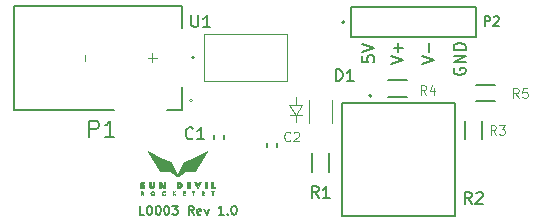
<source format=gbr>
%TF.GenerationSoftware,KiCad,Pcbnew,5.1.10*%
%TF.CreationDate,2021-11-16T14:47:03-07:00*%
%TF.ProjectId,L0003-Wheatstone-Bridge,4c303030-332d-4576-9865-617473746f6e,rev?*%
%TF.SameCoordinates,Original*%
%TF.FileFunction,Legend,Top*%
%TF.FilePolarity,Positive*%
%FSLAX46Y46*%
G04 Gerber Fmt 4.6, Leading zero omitted, Abs format (unit mm)*
G04 Created by KiCad (PCBNEW 5.1.10) date 2021-11-16 14:47:03*
%MOMM*%
%LPD*%
G01*
G04 APERTURE LIST*
%ADD10C,0.152400*%
%ADD11C,0.203200*%
%ADD12C,0.120000*%
%ADD13C,0.010000*%
%ADD14C,0.127000*%
%ADD15C,0.200000*%
%ADD16C,0.150000*%
%ADD17C,0.076200*%
G04 APERTURE END LIST*
D10*
X100921457Y-94324714D02*
X100558600Y-94324714D01*
X100558600Y-93562714D01*
X101320600Y-93562714D02*
X101393171Y-93562714D01*
X101465742Y-93599000D01*
X101502028Y-93635285D01*
X101538314Y-93707857D01*
X101574600Y-93853000D01*
X101574600Y-94034428D01*
X101538314Y-94179571D01*
X101502028Y-94252142D01*
X101465742Y-94288428D01*
X101393171Y-94324714D01*
X101320600Y-94324714D01*
X101248028Y-94288428D01*
X101211742Y-94252142D01*
X101175457Y-94179571D01*
X101139171Y-94034428D01*
X101139171Y-93853000D01*
X101175457Y-93707857D01*
X101211742Y-93635285D01*
X101248028Y-93599000D01*
X101320600Y-93562714D01*
X102046314Y-93562714D02*
X102118885Y-93562714D01*
X102191457Y-93599000D01*
X102227742Y-93635285D01*
X102264028Y-93707857D01*
X102300314Y-93853000D01*
X102300314Y-94034428D01*
X102264028Y-94179571D01*
X102227742Y-94252142D01*
X102191457Y-94288428D01*
X102118885Y-94324714D01*
X102046314Y-94324714D01*
X101973742Y-94288428D01*
X101937457Y-94252142D01*
X101901171Y-94179571D01*
X101864885Y-94034428D01*
X101864885Y-93853000D01*
X101901171Y-93707857D01*
X101937457Y-93635285D01*
X101973742Y-93599000D01*
X102046314Y-93562714D01*
X102772028Y-93562714D02*
X102844600Y-93562714D01*
X102917171Y-93599000D01*
X102953457Y-93635285D01*
X102989742Y-93707857D01*
X103026028Y-93853000D01*
X103026028Y-94034428D01*
X102989742Y-94179571D01*
X102953457Y-94252142D01*
X102917171Y-94288428D01*
X102844600Y-94324714D01*
X102772028Y-94324714D01*
X102699457Y-94288428D01*
X102663171Y-94252142D01*
X102626885Y-94179571D01*
X102590600Y-94034428D01*
X102590600Y-93853000D01*
X102626885Y-93707857D01*
X102663171Y-93635285D01*
X102699457Y-93599000D01*
X102772028Y-93562714D01*
X103280028Y-93562714D02*
X103751742Y-93562714D01*
X103497742Y-93853000D01*
X103606600Y-93853000D01*
X103679171Y-93889285D01*
X103715457Y-93925571D01*
X103751742Y-93998142D01*
X103751742Y-94179571D01*
X103715457Y-94252142D01*
X103679171Y-94288428D01*
X103606600Y-94324714D01*
X103388885Y-94324714D01*
X103316314Y-94288428D01*
X103280028Y-94252142D01*
X105094314Y-94324714D02*
X104840314Y-93961857D01*
X104658885Y-94324714D02*
X104658885Y-93562714D01*
X104949171Y-93562714D01*
X105021742Y-93599000D01*
X105058028Y-93635285D01*
X105094314Y-93707857D01*
X105094314Y-93816714D01*
X105058028Y-93889285D01*
X105021742Y-93925571D01*
X104949171Y-93961857D01*
X104658885Y-93961857D01*
X105711171Y-94288428D02*
X105638600Y-94324714D01*
X105493457Y-94324714D01*
X105420885Y-94288428D01*
X105384600Y-94215857D01*
X105384600Y-93925571D01*
X105420885Y-93853000D01*
X105493457Y-93816714D01*
X105638600Y-93816714D01*
X105711171Y-93853000D01*
X105747457Y-93925571D01*
X105747457Y-93998142D01*
X105384600Y-94070714D01*
X106001457Y-93816714D02*
X106182885Y-94324714D01*
X106364314Y-93816714D01*
X107634314Y-94324714D02*
X107198885Y-94324714D01*
X107416600Y-94324714D02*
X107416600Y-93562714D01*
X107344028Y-93671571D01*
X107271457Y-93744142D01*
X107198885Y-93780428D01*
X107960885Y-94252142D02*
X107997171Y-94288428D01*
X107960885Y-94324714D01*
X107924600Y-94288428D01*
X107960885Y-94252142D01*
X107960885Y-94324714D01*
X108468885Y-93562714D02*
X108541457Y-93562714D01*
X108614028Y-93599000D01*
X108650314Y-93635285D01*
X108686600Y-93707857D01*
X108722885Y-93853000D01*
X108722885Y-94034428D01*
X108686600Y-94179571D01*
X108650314Y-94252142D01*
X108614028Y-94288428D01*
X108541457Y-94324714D01*
X108468885Y-94324714D01*
X108396314Y-94288428D01*
X108360028Y-94252142D01*
X108323742Y-94179571D01*
X108287457Y-94034428D01*
X108287457Y-93853000D01*
X108323742Y-93707857D01*
X108360028Y-93635285D01*
X108396314Y-93599000D01*
X108468885Y-93562714D01*
D11*
X127137160Y-81906775D02*
X127088779Y-82003537D01*
X127088779Y-82148680D01*
X127137160Y-82293822D01*
X127233921Y-82390584D01*
X127330683Y-82438965D01*
X127524207Y-82487346D01*
X127669350Y-82487346D01*
X127862874Y-82438965D01*
X127959636Y-82390584D01*
X128056398Y-82293822D01*
X128104779Y-82148680D01*
X128104779Y-82051918D01*
X128056398Y-81906775D01*
X128008017Y-81858394D01*
X127669350Y-81858394D01*
X127669350Y-82051918D01*
X128104779Y-81422965D02*
X127088779Y-81422965D01*
X128104779Y-80842394D01*
X127088779Y-80842394D01*
X128104779Y-80358584D02*
X127088779Y-80358584D01*
X127088779Y-80116680D01*
X127137160Y-79971537D01*
X127233921Y-79874775D01*
X127330683Y-79826394D01*
X127524207Y-79778013D01*
X127669350Y-79778013D01*
X127862874Y-79826394D01*
X127959636Y-79874775D01*
X128056398Y-79971537D01*
X128104779Y-80116680D01*
X128104779Y-80358584D01*
X124411619Y-81541499D02*
X125427619Y-81202832D01*
X124411619Y-80864165D01*
X125040571Y-80525499D02*
X125040571Y-79751403D01*
X121764939Y-81577059D02*
X122780939Y-81238392D01*
X121764939Y-80899725D01*
X122393891Y-80561059D02*
X122393891Y-79786963D01*
X122780939Y-80174011D02*
X122006843Y-80174011D01*
X119372259Y-80889323D02*
X119372259Y-81373133D01*
X119856068Y-81421514D01*
X119807687Y-81373133D01*
X119759306Y-81276371D01*
X119759306Y-81034466D01*
X119807687Y-80937704D01*
X119856068Y-80889323D01*
X119952830Y-80840942D01*
X120194735Y-80840942D01*
X120291497Y-80889323D01*
X120339878Y-80937704D01*
X120388259Y-81034466D01*
X120388259Y-81276371D01*
X120339878Y-81373133D01*
X120291497Y-81421514D01*
X119372259Y-80550657D02*
X120388259Y-80211990D01*
X119372259Y-79873323D01*
D12*
%TO.C,U1*%
X105996999Y-83003000D02*
X112951001Y-83003000D01*
X112951001Y-83003000D02*
X112951001Y-79049000D01*
X112951001Y-79049000D02*
X105996999Y-79049000D01*
X105996999Y-79049000D02*
X105996999Y-83003000D01*
X104981000Y-84676000D02*
G75*
G03*
X104981000Y-84676000I-127000J0D01*
G01*
D13*
%TO.C,LOGO1*%
G36*
X105896174Y-89449093D02*
G01*
X105893380Y-89456872D01*
X105886613Y-89467637D01*
X105885895Y-89468607D01*
X105878482Y-89479935D01*
X105873362Y-89490281D01*
X105872910Y-89491608D01*
X105869201Y-89498998D01*
X105866068Y-89501133D01*
X105862564Y-89504566D01*
X105862120Y-89507483D01*
X105860398Y-89513127D01*
X105858945Y-89513837D01*
X105855361Y-89517242D01*
X105849274Y-89526077D01*
X105843354Y-89536062D01*
X105834736Y-89550920D01*
X105823752Y-89569090D01*
X105812683Y-89586805D01*
X105811973Y-89587917D01*
X105800900Y-89605675D01*
X105789702Y-89624367D01*
X105780708Y-89640105D01*
X105780310Y-89640833D01*
X105770688Y-89657537D01*
X105759166Y-89676248D01*
X105751265Y-89688374D01*
X105742552Y-89701745D01*
X105735637Y-89713161D01*
X105732116Y-89719936D01*
X105726254Y-89730409D01*
X105718505Y-89738847D01*
X105711475Y-89742430D01*
X105711314Y-89742433D01*
X105705613Y-89743655D01*
X105693507Y-89746999D01*
X105676650Y-89751989D01*
X105656694Y-89758144D01*
X105651930Y-89759645D01*
X105629838Y-89766609D01*
X105608868Y-89773172D01*
X105591264Y-89778635D01*
X105579268Y-89782299D01*
X105578487Y-89782532D01*
X105562587Y-89787295D01*
X105544488Y-89792750D01*
X105537212Y-89794954D01*
X105490354Y-89809087D01*
X105452545Y-89820376D01*
X105440729Y-89823945D01*
X105421927Y-89829696D01*
X105397236Y-89837290D01*
X105367754Y-89846388D01*
X105334576Y-89856653D01*
X105298801Y-89867745D01*
X105261524Y-89879325D01*
X105246170Y-89884101D01*
X105221215Y-89891828D01*
X105193203Y-89900440D01*
X105166584Y-89908570D01*
X105155154Y-89912038D01*
X105131089Y-89919360D01*
X105104469Y-89927525D01*
X105079668Y-89935192D01*
X105070487Y-89938051D01*
X105051399Y-89943993D01*
X105033691Y-89949462D01*
X105020027Y-89953639D01*
X105015454Y-89955012D01*
X105001124Y-89959349D01*
X104985561Y-89964182D01*
X104983704Y-89964768D01*
X104968985Y-89969350D01*
X104951894Y-89974561D01*
X104945604Y-89976449D01*
X104929732Y-89981235D01*
X104906927Y-89988183D01*
X104878338Y-89996939D01*
X104845117Y-90007150D01*
X104808414Y-90018463D01*
X104769379Y-90030525D01*
X104767804Y-90031013D01*
X104745320Y-90037964D01*
X104723724Y-90044631D01*
X104705338Y-90050297D01*
X104692487Y-90054245D01*
X104691604Y-90054515D01*
X104675207Y-90059586D01*
X104658847Y-90064731D01*
X104653504Y-90066437D01*
X104640857Y-90070358D01*
X104623683Y-90075494D01*
X104605600Y-90080765D01*
X104604820Y-90080988D01*
X104588186Y-90085907D01*
X104573657Y-90090467D01*
X104564077Y-90093773D01*
X104563346Y-90094062D01*
X104551692Y-90097499D01*
X104543657Y-90097380D01*
X104541320Y-90094615D01*
X104544902Y-90091465D01*
X104554534Y-90085777D01*
X104568550Y-90078490D01*
X104578362Y-90073745D01*
X104592124Y-90067246D01*
X104608258Y-90059597D01*
X104627546Y-90050424D01*
X104650772Y-90039354D01*
X104678721Y-90026012D01*
X104712175Y-90010026D01*
X104751917Y-89991022D01*
X104784737Y-89975321D01*
X104801300Y-89967386D01*
X104823369Y-89956798D01*
X104848824Y-89944575D01*
X104875541Y-89931736D01*
X104896349Y-89921730D01*
X104919185Y-89910775D01*
X104939262Y-89901200D01*
X104955392Y-89893568D01*
X104966386Y-89888442D01*
X104971054Y-89886382D01*
X104971125Y-89886367D01*
X104975121Y-89884599D01*
X104985674Y-89879633D01*
X105001724Y-89871976D01*
X105022214Y-89862134D01*
X105046086Y-89850611D01*
X105064037Y-89841917D01*
X105089635Y-89829527D01*
X105112587Y-89818467D01*
X105131835Y-89809243D01*
X105146319Y-89802360D01*
X105154982Y-89798325D01*
X105157012Y-89797467D01*
X105161048Y-89795713D01*
X105171549Y-89790818D01*
X105187361Y-89783328D01*
X105207328Y-89773792D01*
X105230297Y-89762757D01*
X105236121Y-89759949D01*
X105262834Y-89747081D01*
X105289836Y-89734101D01*
X105315126Y-89721970D01*
X105336703Y-89711648D01*
X105352004Y-89704361D01*
X105366751Y-89697352D01*
X105388043Y-89687214D01*
X105414785Y-89674469D01*
X105445883Y-89659638D01*
X105480243Y-89643245D01*
X105516770Y-89625810D01*
X105554370Y-89607857D01*
X105591949Y-89589907D01*
X105628413Y-89572482D01*
X105629287Y-89572064D01*
X105646346Y-89563898D01*
X105668545Y-89553256D01*
X105693393Y-89541332D01*
X105718402Y-89529320D01*
X105726654Y-89525354D01*
X105768418Y-89505307D01*
X105804898Y-89487861D01*
X105835703Y-89473199D01*
X105860441Y-89461508D01*
X105878722Y-89452972D01*
X105890154Y-89447775D01*
X105894323Y-89446100D01*
X105896174Y-89449093D01*
G37*
X105896174Y-89449093D02*
X105893380Y-89456872D01*
X105886613Y-89467637D01*
X105885895Y-89468607D01*
X105878482Y-89479935D01*
X105873362Y-89490281D01*
X105872910Y-89491608D01*
X105869201Y-89498998D01*
X105866068Y-89501133D01*
X105862564Y-89504566D01*
X105862120Y-89507483D01*
X105860398Y-89513127D01*
X105858945Y-89513837D01*
X105855361Y-89517242D01*
X105849274Y-89526077D01*
X105843354Y-89536062D01*
X105834736Y-89550920D01*
X105823752Y-89569090D01*
X105812683Y-89586805D01*
X105811973Y-89587917D01*
X105800900Y-89605675D01*
X105789702Y-89624367D01*
X105780708Y-89640105D01*
X105780310Y-89640833D01*
X105770688Y-89657537D01*
X105759166Y-89676248D01*
X105751265Y-89688374D01*
X105742552Y-89701745D01*
X105735637Y-89713161D01*
X105732116Y-89719936D01*
X105726254Y-89730409D01*
X105718505Y-89738847D01*
X105711475Y-89742430D01*
X105711314Y-89742433D01*
X105705613Y-89743655D01*
X105693507Y-89746999D01*
X105676650Y-89751989D01*
X105656694Y-89758144D01*
X105651930Y-89759645D01*
X105629838Y-89766609D01*
X105608868Y-89773172D01*
X105591264Y-89778635D01*
X105579268Y-89782299D01*
X105578487Y-89782532D01*
X105562587Y-89787295D01*
X105544488Y-89792750D01*
X105537212Y-89794954D01*
X105490354Y-89809087D01*
X105452545Y-89820376D01*
X105440729Y-89823945D01*
X105421927Y-89829696D01*
X105397236Y-89837290D01*
X105367754Y-89846388D01*
X105334576Y-89856653D01*
X105298801Y-89867745D01*
X105261524Y-89879325D01*
X105246170Y-89884101D01*
X105221215Y-89891828D01*
X105193203Y-89900440D01*
X105166584Y-89908570D01*
X105155154Y-89912038D01*
X105131089Y-89919360D01*
X105104469Y-89927525D01*
X105079668Y-89935192D01*
X105070487Y-89938051D01*
X105051399Y-89943993D01*
X105033691Y-89949462D01*
X105020027Y-89953639D01*
X105015454Y-89955012D01*
X105001124Y-89959349D01*
X104985561Y-89964182D01*
X104983704Y-89964768D01*
X104968985Y-89969350D01*
X104951894Y-89974561D01*
X104945604Y-89976449D01*
X104929732Y-89981235D01*
X104906927Y-89988183D01*
X104878338Y-89996939D01*
X104845117Y-90007150D01*
X104808414Y-90018463D01*
X104769379Y-90030525D01*
X104767804Y-90031013D01*
X104745320Y-90037964D01*
X104723724Y-90044631D01*
X104705338Y-90050297D01*
X104692487Y-90054245D01*
X104691604Y-90054515D01*
X104675207Y-90059586D01*
X104658847Y-90064731D01*
X104653504Y-90066437D01*
X104640857Y-90070358D01*
X104623683Y-90075494D01*
X104605600Y-90080765D01*
X104604820Y-90080988D01*
X104588186Y-90085907D01*
X104573657Y-90090467D01*
X104564077Y-90093773D01*
X104563346Y-90094062D01*
X104551692Y-90097499D01*
X104543657Y-90097380D01*
X104541320Y-90094615D01*
X104544902Y-90091465D01*
X104554534Y-90085777D01*
X104568550Y-90078490D01*
X104578362Y-90073745D01*
X104592124Y-90067246D01*
X104608258Y-90059597D01*
X104627546Y-90050424D01*
X104650772Y-90039354D01*
X104678721Y-90026012D01*
X104712175Y-90010026D01*
X104751917Y-89991022D01*
X104784737Y-89975321D01*
X104801300Y-89967386D01*
X104823369Y-89956798D01*
X104848824Y-89944575D01*
X104875541Y-89931736D01*
X104896349Y-89921730D01*
X104919185Y-89910775D01*
X104939262Y-89901200D01*
X104955392Y-89893568D01*
X104966386Y-89888442D01*
X104971054Y-89886382D01*
X104971125Y-89886367D01*
X104975121Y-89884599D01*
X104985674Y-89879633D01*
X105001724Y-89871976D01*
X105022214Y-89862134D01*
X105046086Y-89850611D01*
X105064037Y-89841917D01*
X105089635Y-89829527D01*
X105112587Y-89818467D01*
X105131835Y-89809243D01*
X105146319Y-89802360D01*
X105154982Y-89798325D01*
X105157012Y-89797467D01*
X105161048Y-89795713D01*
X105171549Y-89790818D01*
X105187361Y-89783328D01*
X105207328Y-89773792D01*
X105230297Y-89762757D01*
X105236121Y-89759949D01*
X105262834Y-89747081D01*
X105289836Y-89734101D01*
X105315126Y-89721970D01*
X105336703Y-89711648D01*
X105352004Y-89704361D01*
X105366751Y-89697352D01*
X105388043Y-89687214D01*
X105414785Y-89674469D01*
X105445883Y-89659638D01*
X105480243Y-89643245D01*
X105516770Y-89625810D01*
X105554370Y-89607857D01*
X105591949Y-89589907D01*
X105628413Y-89572482D01*
X105629287Y-89572064D01*
X105646346Y-89563898D01*
X105668545Y-89553256D01*
X105693393Y-89541332D01*
X105718402Y-89529320D01*
X105726654Y-89525354D01*
X105768418Y-89505307D01*
X105804898Y-89487861D01*
X105835703Y-89473199D01*
X105860441Y-89461508D01*
X105878722Y-89452972D01*
X105890154Y-89447775D01*
X105894323Y-89446100D01*
X105896174Y-89449093D01*
G36*
X101520351Y-89439394D02*
G01*
X101530969Y-89444313D01*
X101546910Y-89451850D01*
X101567029Y-89461460D01*
X101590180Y-89472602D01*
X101597693Y-89476233D01*
X101624247Y-89489056D01*
X101650661Y-89501767D01*
X101675094Y-89513483D01*
X101695705Y-89523321D01*
X101710652Y-89530399D01*
X101711337Y-89530720D01*
X101728043Y-89538610D01*
X101749777Y-89548950D01*
X101773947Y-89560503D01*
X101797959Y-89572032D01*
X101802354Y-89574149D01*
X101831233Y-89588045D01*
X101859546Y-89601620D01*
X101889058Y-89615717D01*
X101921539Y-89631179D01*
X101958757Y-89648851D01*
X101986504Y-89662006D01*
X102007984Y-89672214D01*
X102033604Y-89684433D01*
X102059878Y-89696997D01*
X102079637Y-89706473D01*
X102122402Y-89726989D01*
X102169325Y-89749447D01*
X102216908Y-89772177D01*
X102261651Y-89793506D01*
X102274370Y-89799559D01*
X102293185Y-89808527D01*
X102316707Y-89819764D01*
X102342011Y-89831873D01*
X102366173Y-89843455D01*
X102367504Y-89844093D01*
X102391502Y-89855586D01*
X102416816Y-89867666D01*
X102440522Y-89878940D01*
X102459698Y-89888018D01*
X102460637Y-89888461D01*
X102479780Y-89897527D01*
X102503487Y-89908819D01*
X102528697Y-89920877D01*
X102551654Y-89931905D01*
X102596742Y-89953616D01*
X102634990Y-89972014D01*
X102667177Y-89987473D01*
X102694085Y-90000368D01*
X102716494Y-90011072D01*
X102735185Y-90019959D01*
X102750938Y-90027403D01*
X102759087Y-90031230D01*
X102795651Y-90048451D01*
X102825001Y-90062493D01*
X102847656Y-90073620D01*
X102864135Y-90082099D01*
X102874959Y-90088193D01*
X102880646Y-90092168D01*
X102881853Y-90093910D01*
X102878506Y-90097436D01*
X102869177Y-90096272D01*
X102862803Y-90094011D01*
X102854751Y-90091171D01*
X102841271Y-90086843D01*
X102825067Y-90081891D01*
X102822587Y-90081153D01*
X102804574Y-90075747D01*
X102787298Y-90070451D01*
X102774366Y-90066370D01*
X102773903Y-90066220D01*
X102760155Y-90061917D01*
X102742888Y-90056751D01*
X102731570Y-90053477D01*
X102713644Y-90048193D01*
X102692734Y-90041760D01*
X102676537Y-90036594D01*
X102659280Y-90031079D01*
X102637387Y-90024241D01*
X102614338Y-90017161D01*
X102602454Y-90013563D01*
X102573666Y-90004872D01*
X102544028Y-89995867D01*
X102515166Y-89987048D01*
X102488708Y-89978913D01*
X102466281Y-89971963D01*
X102449512Y-89966697D01*
X102443704Y-89964833D01*
X102431081Y-89960847D01*
X102413938Y-89955584D01*
X102395879Y-89950148D01*
X102395020Y-89949892D01*
X102375644Y-89944056D01*
X102355710Y-89937929D01*
X102339987Y-89932982D01*
X102322056Y-89927366D01*
X102301870Y-89921244D01*
X102291304Y-89918128D01*
X102265368Y-89910459D01*
X102237043Y-89901867D01*
X102210200Y-89893538D01*
X102193937Y-89888358D01*
X102181834Y-89884518D01*
X102162804Y-89878576D01*
X102138020Y-89870896D01*
X102108655Y-89861839D01*
X102075883Y-89851767D01*
X102040877Y-89841043D01*
X102016137Y-89833483D01*
X101995667Y-89827208D01*
X101977302Y-89821525D01*
X101963029Y-89817055D01*
X101954834Y-89814415D01*
X101954754Y-89814388D01*
X101945575Y-89811479D01*
X101931174Y-89807134D01*
X101914473Y-89802234D01*
X101912420Y-89801641D01*
X101894384Y-89796344D01*
X101877091Y-89791105D01*
X101864162Y-89787022D01*
X101863737Y-89786882D01*
X101849071Y-89782139D01*
X101829498Y-89775964D01*
X101806964Y-89768952D01*
X101783416Y-89761701D01*
X101760798Y-89754809D01*
X101741057Y-89748872D01*
X101726138Y-89744487D01*
X101719804Y-89742714D01*
X101708786Y-89739538D01*
X101700898Y-89735945D01*
X101694376Y-89730311D01*
X101687457Y-89721013D01*
X101678380Y-89706427D01*
X101675839Y-89702217D01*
X101664427Y-89683297D01*
X101656507Y-89670272D01*
X101651204Y-89661784D01*
X101647642Y-89656473D01*
X101644946Y-89652982D01*
X101642240Y-89649953D01*
X101641957Y-89649647D01*
X101635996Y-89641307D01*
X101630062Y-89630418D01*
X101623808Y-89618298D01*
X101615110Y-89603060D01*
X101605056Y-89586419D01*
X101594731Y-89570088D01*
X101585221Y-89555781D01*
X101577614Y-89545212D01*
X101572994Y-89540095D01*
X101572715Y-89539939D01*
X101569600Y-89535078D01*
X101569520Y-89534047D01*
X101567366Y-89528746D01*
X101561669Y-89518304D01*
X101553580Y-89504569D01*
X101544248Y-89489384D01*
X101534824Y-89474596D01*
X101526457Y-89462051D01*
X101520297Y-89453595D01*
X101517802Y-89451039D01*
X101515203Y-89446962D01*
X101514456Y-89440851D01*
X101516151Y-89437634D01*
X101516201Y-89437633D01*
X101520351Y-89439394D01*
G37*
X101520351Y-89439394D02*
X101530969Y-89444313D01*
X101546910Y-89451850D01*
X101567029Y-89461460D01*
X101590180Y-89472602D01*
X101597693Y-89476233D01*
X101624247Y-89489056D01*
X101650661Y-89501767D01*
X101675094Y-89513483D01*
X101695705Y-89523321D01*
X101710652Y-89530399D01*
X101711337Y-89530720D01*
X101728043Y-89538610D01*
X101749777Y-89548950D01*
X101773947Y-89560503D01*
X101797959Y-89572032D01*
X101802354Y-89574149D01*
X101831233Y-89588045D01*
X101859546Y-89601620D01*
X101889058Y-89615717D01*
X101921539Y-89631179D01*
X101958757Y-89648851D01*
X101986504Y-89662006D01*
X102007984Y-89672214D01*
X102033604Y-89684433D01*
X102059878Y-89696997D01*
X102079637Y-89706473D01*
X102122402Y-89726989D01*
X102169325Y-89749447D01*
X102216908Y-89772177D01*
X102261651Y-89793506D01*
X102274370Y-89799559D01*
X102293185Y-89808527D01*
X102316707Y-89819764D01*
X102342011Y-89831873D01*
X102366173Y-89843455D01*
X102367504Y-89844093D01*
X102391502Y-89855586D01*
X102416816Y-89867666D01*
X102440522Y-89878940D01*
X102459698Y-89888018D01*
X102460637Y-89888461D01*
X102479780Y-89897527D01*
X102503487Y-89908819D01*
X102528697Y-89920877D01*
X102551654Y-89931905D01*
X102596742Y-89953616D01*
X102634990Y-89972014D01*
X102667177Y-89987473D01*
X102694085Y-90000368D01*
X102716494Y-90011072D01*
X102735185Y-90019959D01*
X102750938Y-90027403D01*
X102759087Y-90031230D01*
X102795651Y-90048451D01*
X102825001Y-90062493D01*
X102847656Y-90073620D01*
X102864135Y-90082099D01*
X102874959Y-90088193D01*
X102880646Y-90092168D01*
X102881853Y-90093910D01*
X102878506Y-90097436D01*
X102869177Y-90096272D01*
X102862803Y-90094011D01*
X102854751Y-90091171D01*
X102841271Y-90086843D01*
X102825067Y-90081891D01*
X102822587Y-90081153D01*
X102804574Y-90075747D01*
X102787298Y-90070451D01*
X102774366Y-90066370D01*
X102773903Y-90066220D01*
X102760155Y-90061917D01*
X102742888Y-90056751D01*
X102731570Y-90053477D01*
X102713644Y-90048193D01*
X102692734Y-90041760D01*
X102676537Y-90036594D01*
X102659280Y-90031079D01*
X102637387Y-90024241D01*
X102614338Y-90017161D01*
X102602454Y-90013563D01*
X102573666Y-90004872D01*
X102544028Y-89995867D01*
X102515166Y-89987048D01*
X102488708Y-89978913D01*
X102466281Y-89971963D01*
X102449512Y-89966697D01*
X102443704Y-89964833D01*
X102431081Y-89960847D01*
X102413938Y-89955584D01*
X102395879Y-89950148D01*
X102395020Y-89949892D01*
X102375644Y-89944056D01*
X102355710Y-89937929D01*
X102339987Y-89932982D01*
X102322056Y-89927366D01*
X102301870Y-89921244D01*
X102291304Y-89918128D01*
X102265368Y-89910459D01*
X102237043Y-89901867D01*
X102210200Y-89893538D01*
X102193937Y-89888358D01*
X102181834Y-89884518D01*
X102162804Y-89878576D01*
X102138020Y-89870896D01*
X102108655Y-89861839D01*
X102075883Y-89851767D01*
X102040877Y-89841043D01*
X102016137Y-89833483D01*
X101995667Y-89827208D01*
X101977302Y-89821525D01*
X101963029Y-89817055D01*
X101954834Y-89814415D01*
X101954754Y-89814388D01*
X101945575Y-89811479D01*
X101931174Y-89807134D01*
X101914473Y-89802234D01*
X101912420Y-89801641D01*
X101894384Y-89796344D01*
X101877091Y-89791105D01*
X101864162Y-89787022D01*
X101863737Y-89786882D01*
X101849071Y-89782139D01*
X101829498Y-89775964D01*
X101806964Y-89768952D01*
X101783416Y-89761701D01*
X101760798Y-89754809D01*
X101741057Y-89748872D01*
X101726138Y-89744487D01*
X101719804Y-89742714D01*
X101708786Y-89739538D01*
X101700898Y-89735945D01*
X101694376Y-89730311D01*
X101687457Y-89721013D01*
X101678380Y-89706427D01*
X101675839Y-89702217D01*
X101664427Y-89683297D01*
X101656507Y-89670272D01*
X101651204Y-89661784D01*
X101647642Y-89656473D01*
X101644946Y-89652982D01*
X101642240Y-89649953D01*
X101641957Y-89649647D01*
X101635996Y-89641307D01*
X101630062Y-89630418D01*
X101623808Y-89618298D01*
X101615110Y-89603060D01*
X101605056Y-89586419D01*
X101594731Y-89570088D01*
X101585221Y-89555781D01*
X101577614Y-89545212D01*
X101572994Y-89540095D01*
X101572715Y-89539939D01*
X101569600Y-89535078D01*
X101569520Y-89534047D01*
X101567366Y-89528746D01*
X101561669Y-89518304D01*
X101553580Y-89504569D01*
X101544248Y-89489384D01*
X101534824Y-89474596D01*
X101526457Y-89462051D01*
X101520297Y-89453595D01*
X101517802Y-89451039D01*
X101515203Y-89446962D01*
X101514456Y-89440851D01*
X101516151Y-89437634D01*
X101516201Y-89437633D01*
X101520351Y-89439394D01*
G36*
X105313260Y-90395339D02*
G01*
X105314510Y-90395679D01*
X105313201Y-90399850D01*
X105308098Y-90409700D01*
X105299995Y-90423791D01*
X105289689Y-90440688D01*
X105288804Y-90442101D01*
X105278125Y-90459480D01*
X105269344Y-90474472D01*
X105263340Y-90485524D01*
X105260992Y-90491085D01*
X105260987Y-90491190D01*
X105258072Y-90495728D01*
X105256754Y-90495967D01*
X105252702Y-90499235D01*
X105252520Y-90500566D01*
X105250270Y-90506479D01*
X105244531Y-90516445D01*
X105240342Y-90522791D01*
X105232355Y-90534796D01*
X105221938Y-90551054D01*
X105211013Y-90568558D01*
X105208153Y-90573225D01*
X105188144Y-90606033D01*
X105064757Y-90605219D01*
X105031032Y-90604950D01*
X104990801Y-90604551D01*
X104946023Y-90604046D01*
X104898659Y-90603460D01*
X104850667Y-90602816D01*
X104804008Y-90602139D01*
X104767804Y-90601571D01*
X104724867Y-90600901D01*
X104679963Y-90600254D01*
X104634853Y-90599654D01*
X104591297Y-90599120D01*
X104551058Y-90598676D01*
X104515896Y-90598343D01*
X104489462Y-90598152D01*
X104456564Y-90597908D01*
X104431201Y-90597550D01*
X104412440Y-90597016D01*
X104399349Y-90596243D01*
X104390994Y-90595171D01*
X104386445Y-90593737D01*
X104384769Y-90591880D01*
X104384687Y-90591217D01*
X104386773Y-90585580D01*
X104388544Y-90584867D01*
X104392983Y-90582214D01*
X104402867Y-90574773D01*
X104417257Y-90563313D01*
X104435213Y-90548608D01*
X104455797Y-90531428D01*
X104478069Y-90512546D01*
X104501091Y-90492734D01*
X104508620Y-90486186D01*
X104520679Y-90476328D01*
X104531414Y-90468676D01*
X104537346Y-90465409D01*
X104544212Y-90464039D01*
X104557969Y-90462194D01*
X104577065Y-90460051D01*
X104599950Y-90457785D01*
X104620846Y-90455927D01*
X104652652Y-90453207D01*
X104688604Y-90450079D01*
X104724941Y-90446872D01*
X104757901Y-90443918D01*
X104767804Y-90443017D01*
X104837108Y-90436745D01*
X104899262Y-90431248D01*
X104953946Y-90426552D01*
X105000840Y-90422686D01*
X105038737Y-90419742D01*
X105063438Y-90417769D01*
X105088831Y-90415514D01*
X105111762Y-90413271D01*
X105127637Y-90411509D01*
X105148925Y-90409196D01*
X105173714Y-90406924D01*
X105197049Y-90405144D01*
X105199604Y-90404979D01*
X105223183Y-90403216D01*
X105249560Y-90400818D01*
X105273335Y-90398281D01*
X105275052Y-90398076D01*
X105291898Y-90396291D01*
X105305310Y-90395338D01*
X105313260Y-90395339D01*
G37*
X105313260Y-90395339D02*
X105314510Y-90395679D01*
X105313201Y-90399850D01*
X105308098Y-90409700D01*
X105299995Y-90423791D01*
X105289689Y-90440688D01*
X105288804Y-90442101D01*
X105278125Y-90459480D01*
X105269344Y-90474472D01*
X105263340Y-90485524D01*
X105260992Y-90491085D01*
X105260987Y-90491190D01*
X105258072Y-90495728D01*
X105256754Y-90495967D01*
X105252702Y-90499235D01*
X105252520Y-90500566D01*
X105250270Y-90506479D01*
X105244531Y-90516445D01*
X105240342Y-90522791D01*
X105232355Y-90534796D01*
X105221938Y-90551054D01*
X105211013Y-90568558D01*
X105208153Y-90573225D01*
X105188144Y-90606033D01*
X105064757Y-90605219D01*
X105031032Y-90604950D01*
X104990801Y-90604551D01*
X104946023Y-90604046D01*
X104898659Y-90603460D01*
X104850667Y-90602816D01*
X104804008Y-90602139D01*
X104767804Y-90601571D01*
X104724867Y-90600901D01*
X104679963Y-90600254D01*
X104634853Y-90599654D01*
X104591297Y-90599120D01*
X104551058Y-90598676D01*
X104515896Y-90598343D01*
X104489462Y-90598152D01*
X104456564Y-90597908D01*
X104431201Y-90597550D01*
X104412440Y-90597016D01*
X104399349Y-90596243D01*
X104390994Y-90595171D01*
X104386445Y-90593737D01*
X104384769Y-90591880D01*
X104384687Y-90591217D01*
X104386773Y-90585580D01*
X104388544Y-90584867D01*
X104392983Y-90582214D01*
X104402867Y-90574773D01*
X104417257Y-90563313D01*
X104435213Y-90548608D01*
X104455797Y-90531428D01*
X104478069Y-90512546D01*
X104501091Y-90492734D01*
X104508620Y-90486186D01*
X104520679Y-90476328D01*
X104531414Y-90468676D01*
X104537346Y-90465409D01*
X104544212Y-90464039D01*
X104557969Y-90462194D01*
X104577065Y-90460051D01*
X104599950Y-90457785D01*
X104620846Y-90455927D01*
X104652652Y-90453207D01*
X104688604Y-90450079D01*
X104724941Y-90446872D01*
X104757901Y-90443918D01*
X104767804Y-90443017D01*
X104837108Y-90436745D01*
X104899262Y-90431248D01*
X104953946Y-90426552D01*
X105000840Y-90422686D01*
X105038737Y-90419742D01*
X105063438Y-90417769D01*
X105088831Y-90415514D01*
X105111762Y-90413271D01*
X105127637Y-90411509D01*
X105148925Y-90409196D01*
X105173714Y-90406924D01*
X105197049Y-90405144D01*
X105199604Y-90404979D01*
X105223183Y-90403216D01*
X105249560Y-90400818D01*
X105273335Y-90398281D01*
X105275052Y-90398076D01*
X105291898Y-90396291D01*
X105305310Y-90395338D01*
X105313260Y-90395339D01*
G36*
X102129379Y-90395885D02*
G01*
X102140428Y-90397199D01*
X102157670Y-90398896D01*
X102178853Y-90400767D01*
X102201723Y-90402604D01*
X102204520Y-90402816D01*
X102230085Y-90404862D01*
X102256799Y-90407207D01*
X102281402Y-90409553D01*
X102299770Y-90411503D01*
X102320077Y-90413656D01*
X102345263Y-90416050D01*
X102371757Y-90418359D01*
X102390787Y-90419871D01*
X102426431Y-90422658D01*
X102469350Y-90426202D01*
X102518396Y-90430402D01*
X102572421Y-90435161D01*
X102630275Y-90440377D01*
X102657487Y-90442870D01*
X102687046Y-90445553D01*
X102721526Y-90448626D01*
X102757409Y-90451778D01*
X102791178Y-90454698D01*
X102804615Y-90455842D01*
X102829788Y-90458099D01*
X102852418Y-90460363D01*
X102870997Y-90462465D01*
X102884020Y-90464234D01*
X102889786Y-90465419D01*
X102893459Y-90467182D01*
X102898410Y-90470402D01*
X102905561Y-90475818D01*
X102915836Y-90484174D01*
X102930159Y-90496210D01*
X102949454Y-90512669D01*
X102962062Y-90523483D01*
X102975168Y-90534609D01*
X102991569Y-90548353D01*
X103008001Y-90561984D01*
X103010085Y-90563700D01*
X103022879Y-90574722D01*
X103032675Y-90584107D01*
X103037941Y-90590349D01*
X103038437Y-90591601D01*
X103035218Y-90592844D01*
X103025346Y-90593989D01*
X103008542Y-90595048D01*
X102984525Y-90596030D01*
X102953017Y-90596945D01*
X102913736Y-90597805D01*
X102866404Y-90598620D01*
X102840578Y-90599001D01*
X102790658Y-90599702D01*
X102734628Y-90600486D01*
X102674846Y-90601322D01*
X102613667Y-90602176D01*
X102553449Y-90603015D01*
X102496547Y-90603806D01*
X102445318Y-90604517D01*
X102441229Y-90604574D01*
X102239787Y-90607365D01*
X102232540Y-90597174D01*
X102226978Y-90588911D01*
X102218520Y-90575840D01*
X102208711Y-90560359D01*
X102205506Y-90555233D01*
X102196298Y-90540872D01*
X102188551Y-90529545D01*
X102183472Y-90522989D01*
X102182420Y-90522072D01*
X102179154Y-90517236D01*
X102179120Y-90516650D01*
X102176990Y-90511824D01*
X102171121Y-90501191D01*
X102162294Y-90486102D01*
X102151292Y-90467908D01*
X102145254Y-90458123D01*
X102133442Y-90438783D01*
X102123424Y-90421758D01*
X102115986Y-90408432D01*
X102111915Y-90400191D01*
X102111387Y-90398430D01*
X102114301Y-90395328D01*
X102123751Y-90395182D01*
X102129379Y-90395885D01*
G37*
X102129379Y-90395885D02*
X102140428Y-90397199D01*
X102157670Y-90398896D01*
X102178853Y-90400767D01*
X102201723Y-90402604D01*
X102204520Y-90402816D01*
X102230085Y-90404862D01*
X102256799Y-90407207D01*
X102281402Y-90409553D01*
X102299770Y-90411503D01*
X102320077Y-90413656D01*
X102345263Y-90416050D01*
X102371757Y-90418359D01*
X102390787Y-90419871D01*
X102426431Y-90422658D01*
X102469350Y-90426202D01*
X102518396Y-90430402D01*
X102572421Y-90435161D01*
X102630275Y-90440377D01*
X102657487Y-90442870D01*
X102687046Y-90445553D01*
X102721526Y-90448626D01*
X102757409Y-90451778D01*
X102791178Y-90454698D01*
X102804615Y-90455842D01*
X102829788Y-90458099D01*
X102852418Y-90460363D01*
X102870997Y-90462465D01*
X102884020Y-90464234D01*
X102889786Y-90465419D01*
X102893459Y-90467182D01*
X102898410Y-90470402D01*
X102905561Y-90475818D01*
X102915836Y-90484174D01*
X102930159Y-90496210D01*
X102949454Y-90512669D01*
X102962062Y-90523483D01*
X102975168Y-90534609D01*
X102991569Y-90548353D01*
X103008001Y-90561984D01*
X103010085Y-90563700D01*
X103022879Y-90574722D01*
X103032675Y-90584107D01*
X103037941Y-90590349D01*
X103038437Y-90591601D01*
X103035218Y-90592844D01*
X103025346Y-90593989D01*
X103008542Y-90595048D01*
X102984525Y-90596030D01*
X102953017Y-90596945D01*
X102913736Y-90597805D01*
X102866404Y-90598620D01*
X102840578Y-90599001D01*
X102790658Y-90599702D01*
X102734628Y-90600486D01*
X102674846Y-90601322D01*
X102613667Y-90602176D01*
X102553449Y-90603015D01*
X102496547Y-90603806D01*
X102445318Y-90604517D01*
X102441229Y-90604574D01*
X102239787Y-90607365D01*
X102232540Y-90597174D01*
X102226978Y-90588911D01*
X102218520Y-90575840D01*
X102208711Y-90560359D01*
X102205506Y-90555233D01*
X102196298Y-90540872D01*
X102188551Y-90529545D01*
X102183472Y-90522989D01*
X102182420Y-90522072D01*
X102179154Y-90517236D01*
X102179120Y-90516650D01*
X102176990Y-90511824D01*
X102171121Y-90501191D01*
X102162294Y-90486102D01*
X102151292Y-90467908D01*
X102145254Y-90458123D01*
X102133442Y-90438783D01*
X102123424Y-90421758D01*
X102115986Y-90408432D01*
X102111915Y-90400191D01*
X102111387Y-90398430D01*
X102114301Y-90395328D01*
X102123751Y-90395182D01*
X102129379Y-90395885D01*
G36*
X105479126Y-90125717D02*
G01*
X105481057Y-90128626D01*
X105481120Y-90129703D01*
X105479119Y-90135391D01*
X105477381Y-90136133D01*
X105473037Y-90139569D01*
X105471072Y-90143542D01*
X105467903Y-90149785D01*
X105461090Y-90161525D01*
X105451592Y-90177157D01*
X105440371Y-90195072D01*
X105438816Y-90197517D01*
X105427291Y-90215808D01*
X105417207Y-90232211D01*
X105409576Y-90245048D01*
X105405415Y-90252643D01*
X105405206Y-90253100D01*
X105401141Y-90260789D01*
X105393822Y-90273222D01*
X105384635Y-90288062D01*
X105381935Y-90292302D01*
X105373089Y-90306568D01*
X105366368Y-90318297D01*
X105362856Y-90325559D01*
X105362587Y-90326676D01*
X105359844Y-90330756D01*
X105359035Y-90330867D01*
X105355186Y-90334325D01*
X105349697Y-90343024D01*
X105347431Y-90347418D01*
X105340741Y-90358838D01*
X105333874Y-90367130D01*
X105332085Y-90368527D01*
X105325572Y-90370411D01*
X105312189Y-90372728D01*
X105293509Y-90375259D01*
X105271104Y-90377783D01*
X105253730Y-90379457D01*
X105222769Y-90382263D01*
X105187825Y-90385477D01*
X105152738Y-90388742D01*
X105121346Y-90391703D01*
X105114937Y-90392315D01*
X105052971Y-90398234D01*
X104997367Y-90403516D01*
X104946061Y-90408355D01*
X104896989Y-90412943D01*
X104848087Y-90417471D01*
X104797291Y-90422133D01*
X104742536Y-90427121D01*
X104710654Y-90430012D01*
X104683777Y-90432519D01*
X104656633Y-90435176D01*
X104631744Y-90437728D01*
X104611633Y-90439920D01*
X104604820Y-90440721D01*
X104584885Y-90442827D01*
X104565089Y-90444389D01*
X104549234Y-90445115D01*
X104547219Y-90445134D01*
X104537431Y-90445443D01*
X104529428Y-90446981D01*
X104521395Y-90450713D01*
X104511513Y-90457605D01*
X104497965Y-90468622D01*
X104489391Y-90475858D01*
X104470993Y-90491385D01*
X104449059Y-90509794D01*
X104426582Y-90528578D01*
X104409808Y-90542533D01*
X104389337Y-90559579D01*
X104367153Y-90578154D01*
X104346160Y-90595820D01*
X104331601Y-90608150D01*
X104317041Y-90620463D01*
X104297712Y-90636701D01*
X104275372Y-90655395D01*
X104251778Y-90675075D01*
X104229602Y-90693509D01*
X104208751Y-90710820D01*
X104189627Y-90726719D01*
X104173373Y-90740254D01*
X104161130Y-90750473D01*
X104154042Y-90756427D01*
X104153359Y-90757009D01*
X104145903Y-90763256D01*
X104134064Y-90773027D01*
X104120038Y-90784513D01*
X104115678Y-90788066D01*
X104101337Y-90799823D01*
X104088446Y-90810536D01*
X104079243Y-90818340D01*
X104077557Y-90819816D01*
X104069871Y-90826413D01*
X104057845Y-90836472D01*
X104043717Y-90848125D01*
X104039510Y-90851566D01*
X104024379Y-90864068D01*
X104005491Y-90879900D01*
X103985482Y-90896842D01*
X103970355Y-90909775D01*
X103951815Y-90925528D01*
X103938692Y-90936147D01*
X103930144Y-90942198D01*
X103925329Y-90944249D01*
X103923403Y-90942867D01*
X103923254Y-90941455D01*
X103926185Y-90938076D01*
X103934713Y-90929120D01*
X103948439Y-90914989D01*
X103966967Y-90896086D01*
X103989898Y-90872812D01*
X104016834Y-90845569D01*
X104047378Y-90814760D01*
X104081130Y-90780786D01*
X104117694Y-90744050D01*
X104156671Y-90704953D01*
X104197664Y-90663898D01*
X104228075Y-90633480D01*
X104279838Y-90581774D01*
X104325954Y-90535802D01*
X104366721Y-90495276D01*
X104402442Y-90459905D01*
X104433414Y-90429399D01*
X104459939Y-90403469D01*
X104482317Y-90381823D01*
X104500848Y-90364172D01*
X104515832Y-90350226D01*
X104527569Y-90339694D01*
X104536360Y-90332287D01*
X104542503Y-90327715D01*
X104546301Y-90325687D01*
X104546633Y-90325596D01*
X104557628Y-90323137D01*
X104573566Y-90319647D01*
X104591110Y-90315857D01*
X104592120Y-90315641D01*
X104612180Y-90311325D01*
X104633226Y-90306769D01*
X104649270Y-90303271D01*
X104667523Y-90299308D01*
X104688774Y-90294747D01*
X104704304Y-90291447D01*
X104719571Y-90288178D01*
X104740579Y-90283618D01*
X104764805Y-90278318D01*
X104789725Y-90272828D01*
X104795320Y-90271589D01*
X104833620Y-90263135D01*
X104864943Y-90256297D01*
X104890567Y-90250801D01*
X104911769Y-90246375D01*
X104929827Y-90242744D01*
X104932904Y-90242142D01*
X104940358Y-90240670D01*
X104948540Y-90239000D01*
X104958536Y-90236898D01*
X104971431Y-90234130D01*
X104988312Y-90230460D01*
X105010263Y-90225655D01*
X105038370Y-90219479D01*
X105071545Y-90212177D01*
X105091365Y-90207879D01*
X105110463Y-90203854D01*
X105125670Y-90200764D01*
X105129754Y-90199976D01*
X105140808Y-90197757D01*
X105158030Y-90194128D01*
X105179329Y-90189538D01*
X105202611Y-90184434D01*
X105210187Y-90182755D01*
X105234907Y-90177283D01*
X105259516Y-90171877D01*
X105281491Y-90167087D01*
X105298311Y-90163466D01*
X105301204Y-90162853D01*
X105321610Y-90158524D01*
X105343735Y-90153800D01*
X105358354Y-90150660D01*
X105377436Y-90146628D01*
X105397459Y-90142526D01*
X105409154Y-90140207D01*
X105424867Y-90136944D01*
X105439219Y-90133614D01*
X105445137Y-90132058D01*
X105462587Y-90127340D01*
X105473443Y-90125257D01*
X105479126Y-90125717D01*
G37*
X105479126Y-90125717D02*
X105481057Y-90128626D01*
X105481120Y-90129703D01*
X105479119Y-90135391D01*
X105477381Y-90136133D01*
X105473037Y-90139569D01*
X105471072Y-90143542D01*
X105467903Y-90149785D01*
X105461090Y-90161525D01*
X105451592Y-90177157D01*
X105440371Y-90195072D01*
X105438816Y-90197517D01*
X105427291Y-90215808D01*
X105417207Y-90232211D01*
X105409576Y-90245048D01*
X105405415Y-90252643D01*
X105405206Y-90253100D01*
X105401141Y-90260789D01*
X105393822Y-90273222D01*
X105384635Y-90288062D01*
X105381935Y-90292302D01*
X105373089Y-90306568D01*
X105366368Y-90318297D01*
X105362856Y-90325559D01*
X105362587Y-90326676D01*
X105359844Y-90330756D01*
X105359035Y-90330867D01*
X105355186Y-90334325D01*
X105349697Y-90343024D01*
X105347431Y-90347418D01*
X105340741Y-90358838D01*
X105333874Y-90367130D01*
X105332085Y-90368527D01*
X105325572Y-90370411D01*
X105312189Y-90372728D01*
X105293509Y-90375259D01*
X105271104Y-90377783D01*
X105253730Y-90379457D01*
X105222769Y-90382263D01*
X105187825Y-90385477D01*
X105152738Y-90388742D01*
X105121346Y-90391703D01*
X105114937Y-90392315D01*
X105052971Y-90398234D01*
X104997367Y-90403516D01*
X104946061Y-90408355D01*
X104896989Y-90412943D01*
X104848087Y-90417471D01*
X104797291Y-90422133D01*
X104742536Y-90427121D01*
X104710654Y-90430012D01*
X104683777Y-90432519D01*
X104656633Y-90435176D01*
X104631744Y-90437728D01*
X104611633Y-90439920D01*
X104604820Y-90440721D01*
X104584885Y-90442827D01*
X104565089Y-90444389D01*
X104549234Y-90445115D01*
X104547219Y-90445134D01*
X104537431Y-90445443D01*
X104529428Y-90446981D01*
X104521395Y-90450713D01*
X104511513Y-90457605D01*
X104497965Y-90468622D01*
X104489391Y-90475858D01*
X104470993Y-90491385D01*
X104449059Y-90509794D01*
X104426582Y-90528578D01*
X104409808Y-90542533D01*
X104389337Y-90559579D01*
X104367153Y-90578154D01*
X104346160Y-90595820D01*
X104331601Y-90608150D01*
X104317041Y-90620463D01*
X104297712Y-90636701D01*
X104275372Y-90655395D01*
X104251778Y-90675075D01*
X104229602Y-90693509D01*
X104208751Y-90710820D01*
X104189627Y-90726719D01*
X104173373Y-90740254D01*
X104161130Y-90750473D01*
X104154042Y-90756427D01*
X104153359Y-90757009D01*
X104145903Y-90763256D01*
X104134064Y-90773027D01*
X104120038Y-90784513D01*
X104115678Y-90788066D01*
X104101337Y-90799823D01*
X104088446Y-90810536D01*
X104079243Y-90818340D01*
X104077557Y-90819816D01*
X104069871Y-90826413D01*
X104057845Y-90836472D01*
X104043717Y-90848125D01*
X104039510Y-90851566D01*
X104024379Y-90864068D01*
X104005491Y-90879900D01*
X103985482Y-90896842D01*
X103970355Y-90909775D01*
X103951815Y-90925528D01*
X103938692Y-90936147D01*
X103930144Y-90942198D01*
X103925329Y-90944249D01*
X103923403Y-90942867D01*
X103923254Y-90941455D01*
X103926185Y-90938076D01*
X103934713Y-90929120D01*
X103948439Y-90914989D01*
X103966967Y-90896086D01*
X103989898Y-90872812D01*
X104016834Y-90845569D01*
X104047378Y-90814760D01*
X104081130Y-90780786D01*
X104117694Y-90744050D01*
X104156671Y-90704953D01*
X104197664Y-90663898D01*
X104228075Y-90633480D01*
X104279838Y-90581774D01*
X104325954Y-90535802D01*
X104366721Y-90495276D01*
X104402442Y-90459905D01*
X104433414Y-90429399D01*
X104459939Y-90403469D01*
X104482317Y-90381823D01*
X104500848Y-90364172D01*
X104515832Y-90350226D01*
X104527569Y-90339694D01*
X104536360Y-90332287D01*
X104542503Y-90327715D01*
X104546301Y-90325687D01*
X104546633Y-90325596D01*
X104557628Y-90323137D01*
X104573566Y-90319647D01*
X104591110Y-90315857D01*
X104592120Y-90315641D01*
X104612180Y-90311325D01*
X104633226Y-90306769D01*
X104649270Y-90303271D01*
X104667523Y-90299308D01*
X104688774Y-90294747D01*
X104704304Y-90291447D01*
X104719571Y-90288178D01*
X104740579Y-90283618D01*
X104764805Y-90278318D01*
X104789725Y-90272828D01*
X104795320Y-90271589D01*
X104833620Y-90263135D01*
X104864943Y-90256297D01*
X104890567Y-90250801D01*
X104911769Y-90246375D01*
X104929827Y-90242744D01*
X104932904Y-90242142D01*
X104940358Y-90240670D01*
X104948540Y-90239000D01*
X104958536Y-90236898D01*
X104971431Y-90234130D01*
X104988312Y-90230460D01*
X105010263Y-90225655D01*
X105038370Y-90219479D01*
X105071545Y-90212177D01*
X105091365Y-90207879D01*
X105110463Y-90203854D01*
X105125670Y-90200764D01*
X105129754Y-90199976D01*
X105140808Y-90197757D01*
X105158030Y-90194128D01*
X105179329Y-90189538D01*
X105202611Y-90184434D01*
X105210187Y-90182755D01*
X105234907Y-90177283D01*
X105259516Y-90171877D01*
X105281491Y-90167087D01*
X105298311Y-90163466D01*
X105301204Y-90162853D01*
X105321610Y-90158524D01*
X105343735Y-90153800D01*
X105358354Y-90150660D01*
X105377436Y-90146628D01*
X105397459Y-90142526D01*
X105409154Y-90140207D01*
X105424867Y-90136944D01*
X105439219Y-90133614D01*
X105445137Y-90132058D01*
X105462587Y-90127340D01*
X105473443Y-90125257D01*
X105479126Y-90125717D01*
G36*
X101955406Y-90126204D02*
G01*
X101971145Y-90129131D01*
X101983144Y-90131699D01*
X102018385Y-90139576D01*
X102048139Y-90146138D01*
X102075166Y-90151989D01*
X102102227Y-90157729D01*
X102109270Y-90159207D01*
X102126263Y-90162783D01*
X102140857Y-90165886D01*
X102150407Y-90167953D01*
X102151604Y-90168220D01*
X102164024Y-90171004D01*
X102182587Y-90175121D01*
X102205188Y-90180110D01*
X102229725Y-90185508D01*
X102254095Y-90190854D01*
X102276197Y-90195686D01*
X102293926Y-90199541D01*
X102304004Y-90201708D01*
X102335668Y-90208440D01*
X102360467Y-90213718D01*
X102379817Y-90217848D01*
X102395134Y-90221132D01*
X102407837Y-90223874D01*
X102419341Y-90226377D01*
X102424654Y-90227539D01*
X102443334Y-90231493D01*
X102465434Y-90235973D01*
X102485329Y-90239849D01*
X102501296Y-90243038D01*
X102513955Y-90245869D01*
X102521066Y-90247832D01*
X102521701Y-90248119D01*
X102527392Y-90249875D01*
X102538588Y-90252265D01*
X102547809Y-90253916D01*
X102562348Y-90256611D01*
X102583600Y-90260924D01*
X102610036Y-90266529D01*
X102640130Y-90273099D01*
X102672354Y-90280307D01*
X102689237Y-90284152D01*
X102701726Y-90286932D01*
X102719030Y-90290681D01*
X102737674Y-90294647D01*
X102740037Y-90295144D01*
X102762273Y-90299869D01*
X102787139Y-90305237D01*
X102807770Y-90309758D01*
X102828229Y-90314250D01*
X102849651Y-90318889D01*
X102867483Y-90322689D01*
X102867871Y-90322771D01*
X102894106Y-90328280D01*
X103197539Y-90631736D01*
X103239614Y-90673874D01*
X103279929Y-90714367D01*
X103318087Y-90752811D01*
X103353693Y-90788800D01*
X103386348Y-90821931D01*
X103415658Y-90851797D01*
X103441224Y-90877994D01*
X103462651Y-90900117D01*
X103479542Y-90917762D01*
X103491500Y-90930523D01*
X103498129Y-90937996D01*
X103499388Y-90939858D01*
X103495702Y-90939621D01*
X103487409Y-90934722D01*
X103476182Y-90926178D01*
X103474182Y-90924504D01*
X103458524Y-90911286D01*
X103441840Y-90897285D01*
X103430169Y-90887550D01*
X103402826Y-90864826D01*
X103380152Y-90845931D01*
X103360284Y-90829305D01*
X103341359Y-90813389D01*
X103321514Y-90796621D01*
X103313317Y-90789678D01*
X103298492Y-90777214D01*
X103281933Y-90763435D01*
X103273303Y-90756316D01*
X103258545Y-90744119D01*
X103243162Y-90731276D01*
X103235203Y-90724566D01*
X103221674Y-90713192D01*
X103206007Y-90700160D01*
X103197103Y-90692816D01*
X103182305Y-90680610D01*
X103166838Y-90667760D01*
X103158835Y-90661066D01*
X103148701Y-90652596D01*
X103133977Y-90640345D01*
X103116603Y-90625923D01*
X103098516Y-90610942D01*
X103097700Y-90610266D01*
X103077201Y-90593239D01*
X103054997Y-90574684D01*
X103033989Y-90557030D01*
X103019360Y-90544650D01*
X103001036Y-90529116D01*
X102979368Y-90510823D01*
X102957515Y-90492435D01*
X102944059Y-90481150D01*
X102903602Y-90447283D01*
X102849336Y-90442429D01*
X102825533Y-90440306D01*
X102796342Y-90437711D01*
X102764809Y-90434915D01*
X102733982Y-90432188D01*
X102720987Y-90431041D01*
X102695491Y-90428737D01*
X102671728Y-90426490D01*
X102651489Y-90424476D01*
X102636565Y-90422873D01*
X102629970Y-90422051D01*
X102618952Y-90420723D01*
X102601929Y-90418986D01*
X102581340Y-90417078D01*
X102562237Y-90415448D01*
X102546205Y-90414120D01*
X102529504Y-90412693D01*
X102511171Y-90411077D01*
X102490240Y-90409183D01*
X102465749Y-90406922D01*
X102436733Y-90404206D01*
X102402228Y-90400946D01*
X102361271Y-90397051D01*
X102312896Y-90392434D01*
X102310354Y-90392191D01*
X102279736Y-90389294D01*
X102245253Y-90386078D01*
X102210739Y-90382898D01*
X102180031Y-90380110D01*
X102174548Y-90379619D01*
X102150984Y-90377405D01*
X102129706Y-90375207D01*
X102112466Y-90373220D01*
X102101017Y-90371642D01*
X102097968Y-90371056D01*
X102089946Y-90366300D01*
X102080564Y-90355265D01*
X102069602Y-90337986D01*
X102058015Y-90318185D01*
X102049924Y-90304526D01*
X102044600Y-90295814D01*
X102041313Y-90290853D01*
X102039420Y-90288533D01*
X102033773Y-90280934D01*
X102027615Y-90270228D01*
X102023987Y-90262075D01*
X102020348Y-90255830D01*
X102018174Y-90254667D01*
X102014406Y-90251182D01*
X102010167Y-90243025D01*
X102005072Y-90232609D01*
X101997384Y-90219227D01*
X101993044Y-90212333D01*
X101983067Y-90196530D01*
X101972636Y-90179231D01*
X101969122Y-90173175D01*
X101962174Y-90162053D01*
X101956465Y-90154751D01*
X101954081Y-90153067D01*
X101950877Y-90149649D01*
X101950520Y-90147019D01*
X101947732Y-90139369D01*
X101943666Y-90134117D01*
X101939251Y-90127893D01*
X101939248Y-90124827D01*
X101944149Y-90124672D01*
X101955406Y-90126204D01*
G37*
X101955406Y-90126204D02*
X101971145Y-90129131D01*
X101983144Y-90131699D01*
X102018385Y-90139576D01*
X102048139Y-90146138D01*
X102075166Y-90151989D01*
X102102227Y-90157729D01*
X102109270Y-90159207D01*
X102126263Y-90162783D01*
X102140857Y-90165886D01*
X102150407Y-90167953D01*
X102151604Y-90168220D01*
X102164024Y-90171004D01*
X102182587Y-90175121D01*
X102205188Y-90180110D01*
X102229725Y-90185508D01*
X102254095Y-90190854D01*
X102276197Y-90195686D01*
X102293926Y-90199541D01*
X102304004Y-90201708D01*
X102335668Y-90208440D01*
X102360467Y-90213718D01*
X102379817Y-90217848D01*
X102395134Y-90221132D01*
X102407837Y-90223874D01*
X102419341Y-90226377D01*
X102424654Y-90227539D01*
X102443334Y-90231493D01*
X102465434Y-90235973D01*
X102485329Y-90239849D01*
X102501296Y-90243038D01*
X102513955Y-90245869D01*
X102521066Y-90247832D01*
X102521701Y-90248119D01*
X102527392Y-90249875D01*
X102538588Y-90252265D01*
X102547809Y-90253916D01*
X102562348Y-90256611D01*
X102583600Y-90260924D01*
X102610036Y-90266529D01*
X102640130Y-90273099D01*
X102672354Y-90280307D01*
X102689237Y-90284152D01*
X102701726Y-90286932D01*
X102719030Y-90290681D01*
X102737674Y-90294647D01*
X102740037Y-90295144D01*
X102762273Y-90299869D01*
X102787139Y-90305237D01*
X102807770Y-90309758D01*
X102828229Y-90314250D01*
X102849651Y-90318889D01*
X102867483Y-90322689D01*
X102867871Y-90322771D01*
X102894106Y-90328280D01*
X103197539Y-90631736D01*
X103239614Y-90673874D01*
X103279929Y-90714367D01*
X103318087Y-90752811D01*
X103353693Y-90788800D01*
X103386348Y-90821931D01*
X103415658Y-90851797D01*
X103441224Y-90877994D01*
X103462651Y-90900117D01*
X103479542Y-90917762D01*
X103491500Y-90930523D01*
X103498129Y-90937996D01*
X103499388Y-90939858D01*
X103495702Y-90939621D01*
X103487409Y-90934722D01*
X103476182Y-90926178D01*
X103474182Y-90924504D01*
X103458524Y-90911286D01*
X103441840Y-90897285D01*
X103430169Y-90887550D01*
X103402826Y-90864826D01*
X103380152Y-90845931D01*
X103360284Y-90829305D01*
X103341359Y-90813389D01*
X103321514Y-90796621D01*
X103313317Y-90789678D01*
X103298492Y-90777214D01*
X103281933Y-90763435D01*
X103273303Y-90756316D01*
X103258545Y-90744119D01*
X103243162Y-90731276D01*
X103235203Y-90724566D01*
X103221674Y-90713192D01*
X103206007Y-90700160D01*
X103197103Y-90692816D01*
X103182305Y-90680610D01*
X103166838Y-90667760D01*
X103158835Y-90661066D01*
X103148701Y-90652596D01*
X103133977Y-90640345D01*
X103116603Y-90625923D01*
X103098516Y-90610942D01*
X103097700Y-90610266D01*
X103077201Y-90593239D01*
X103054997Y-90574684D01*
X103033989Y-90557030D01*
X103019360Y-90544650D01*
X103001036Y-90529116D01*
X102979368Y-90510823D01*
X102957515Y-90492435D01*
X102944059Y-90481150D01*
X102903602Y-90447283D01*
X102849336Y-90442429D01*
X102825533Y-90440306D01*
X102796342Y-90437711D01*
X102764809Y-90434915D01*
X102733982Y-90432188D01*
X102720987Y-90431041D01*
X102695491Y-90428737D01*
X102671728Y-90426490D01*
X102651489Y-90424476D01*
X102636565Y-90422873D01*
X102629970Y-90422051D01*
X102618952Y-90420723D01*
X102601929Y-90418986D01*
X102581340Y-90417078D01*
X102562237Y-90415448D01*
X102546205Y-90414120D01*
X102529504Y-90412693D01*
X102511171Y-90411077D01*
X102490240Y-90409183D01*
X102465749Y-90406922D01*
X102436733Y-90404206D01*
X102402228Y-90400946D01*
X102361271Y-90397051D01*
X102312896Y-90392434D01*
X102310354Y-90392191D01*
X102279736Y-90389294D01*
X102245253Y-90386078D01*
X102210739Y-90382898D01*
X102180031Y-90380110D01*
X102174548Y-90379619D01*
X102150984Y-90377405D01*
X102129706Y-90375207D01*
X102112466Y-90373220D01*
X102101017Y-90371642D01*
X102097968Y-90371056D01*
X102089946Y-90366300D01*
X102080564Y-90355265D01*
X102069602Y-90337986D01*
X102058015Y-90318185D01*
X102049924Y-90304526D01*
X102044600Y-90295814D01*
X102041313Y-90290853D01*
X102039420Y-90288533D01*
X102033773Y-90280934D01*
X102027615Y-90270228D01*
X102023987Y-90262075D01*
X102020348Y-90255830D01*
X102018174Y-90254667D01*
X102014406Y-90251182D01*
X102010167Y-90243025D01*
X102005072Y-90232609D01*
X101997384Y-90219227D01*
X101993044Y-90212333D01*
X101983067Y-90196530D01*
X101972636Y-90179231D01*
X101969122Y-90173175D01*
X101962174Y-90162053D01*
X101956465Y-90154751D01*
X101954081Y-90153067D01*
X101950877Y-90149649D01*
X101950520Y-90147019D01*
X101947732Y-90139369D01*
X101943666Y-90134117D01*
X101939251Y-90127893D01*
X101939248Y-90124827D01*
X101944149Y-90124672D01*
X101955406Y-90126204D01*
G36*
X105696354Y-89772067D02*
G01*
X105693209Y-89780229D01*
X105685860Y-89793768D01*
X105674020Y-89813359D01*
X105669504Y-89820593D01*
X105658889Y-89837862D01*
X105650176Y-89852722D01*
X105644248Y-89863617D01*
X105641989Y-89868991D01*
X105641987Y-89869047D01*
X105639305Y-89873468D01*
X105638212Y-89873667D01*
X105634390Y-89877230D01*
X105632026Y-89883276D01*
X105627286Y-89894025D01*
X105622042Y-89901483D01*
X105613817Y-89912111D01*
X105608347Y-89920449D01*
X105604254Y-89927266D01*
X105596589Y-89939933D01*
X105586190Y-89957074D01*
X105573895Y-89977310D01*
X105560541Y-89999263D01*
X105546967Y-90021558D01*
X105534010Y-90042816D01*
X105522509Y-90061660D01*
X105513300Y-90076713D01*
X105512743Y-90077621D01*
X105504928Y-90089266D01*
X105497568Y-90095869D01*
X105487353Y-90099678D01*
X105477101Y-90101815D01*
X105464290Y-90104334D01*
X105445480Y-90108196D01*
X105422940Y-90112926D01*
X105398941Y-90118052D01*
X105392220Y-90119504D01*
X105367991Y-90124747D01*
X105344365Y-90129846D01*
X105323693Y-90134296D01*
X105308322Y-90137590D01*
X105305437Y-90138205D01*
X105274128Y-90144863D01*
X105249739Y-90150053D01*
X105230907Y-90154066D01*
X105216270Y-90157192D01*
X105204464Y-90159722D01*
X105194129Y-90161948D01*
X105186904Y-90163509D01*
X105152288Y-90170992D01*
X105124858Y-90176901D01*
X105103525Y-90181467D01*
X105087202Y-90184921D01*
X105074803Y-90187492D01*
X105065239Y-90189411D01*
X105057787Y-90190839D01*
X105046733Y-90193055D01*
X105029512Y-90196683D01*
X105008215Y-90201277D01*
X104984934Y-90206387D01*
X104977354Y-90208071D01*
X104953877Y-90213260D01*
X104931712Y-90218091D01*
X104912948Y-90222111D01*
X104899679Y-90224869D01*
X104896920Y-90225415D01*
X104880480Y-90228780D01*
X104863971Y-90232443D01*
X104860937Y-90233161D01*
X104848437Y-90236014D01*
X104831118Y-90239775D01*
X104812461Y-90243691D01*
X104810137Y-90244169D01*
X104788533Y-90248650D01*
X104763839Y-90253856D01*
X104741234Y-90258695D01*
X104740287Y-90258900D01*
X104717912Y-90263704D01*
X104693198Y-90268945D01*
X104671326Y-90273526D01*
X104670437Y-90273710D01*
X104650115Y-90277991D01*
X104629010Y-90282550D01*
X104611595Y-90286421D01*
X104611170Y-90286518D01*
X104591873Y-90290788D01*
X104570512Y-90295326D01*
X104559474Y-90297586D01*
X104533178Y-90302860D01*
X104201922Y-90634363D01*
X104157886Y-90678402D01*
X104115508Y-90720726D01*
X104075170Y-90760954D01*
X104037260Y-90798705D01*
X104002161Y-90833597D01*
X103970260Y-90865248D01*
X103941941Y-90893277D01*
X103917589Y-90917301D01*
X103897591Y-90936940D01*
X103882331Y-90951811D01*
X103872194Y-90961533D01*
X103867566Y-90965725D01*
X103867326Y-90965866D01*
X103864070Y-90962630D01*
X103863987Y-90961706D01*
X103866604Y-90956087D01*
X103873055Y-90947574D01*
X103874593Y-90945831D01*
X103881286Y-90937963D01*
X103891965Y-90924858D01*
X103905454Y-90907995D01*
X103920579Y-90888848D01*
X103936165Y-90868895D01*
X103947916Y-90853683D01*
X103956895Y-90842047D01*
X103968630Y-90826917D01*
X103982058Y-90809655D01*
X103996116Y-90791622D01*
X104009741Y-90774178D01*
X104021871Y-90758686D01*
X104031444Y-90746506D01*
X104037396Y-90738999D01*
X104038654Y-90737456D01*
X104043423Y-90731580D01*
X104052765Y-90719822D01*
X104066051Y-90702979D01*
X104082654Y-90681851D01*
X104101945Y-90657237D01*
X104123298Y-90629934D01*
X104138158Y-90610901D01*
X104152544Y-90592500D01*
X104168380Y-90572300D01*
X104182601Y-90554211D01*
X104184631Y-90551634D01*
X104196517Y-90536558D01*
X104204842Y-90525976D01*
X104211282Y-90517727D01*
X104217511Y-90509651D01*
X104225205Y-90499590D01*
X104236038Y-90485381D01*
X104237651Y-90483267D01*
X104248898Y-90468620D01*
X104258718Y-90456025D01*
X104265629Y-90447372D01*
X104267485Y-90445167D01*
X104273152Y-90438309D01*
X104281641Y-90427542D01*
X104287625Y-90419767D01*
X104295922Y-90408983D01*
X104302091Y-90401166D01*
X104304254Y-90398600D01*
X104307653Y-90394463D01*
X104314819Y-90385334D01*
X104324389Y-90372956D01*
X104327450Y-90368967D01*
X104338748Y-90354466D01*
X104349346Y-90341287D01*
X104357221Y-90331936D01*
X104358142Y-90330910D01*
X104364673Y-90323062D01*
X104367724Y-90318045D01*
X104367754Y-90317810D01*
X104370277Y-90313261D01*
X104376532Y-90305194D01*
X104378447Y-90302950D01*
X104385866Y-90293991D01*
X104396510Y-90280612D01*
X104408520Y-90265162D01*
X104413312Y-90258900D01*
X104424053Y-90244887D01*
X104432881Y-90233548D01*
X104438537Y-90226493D01*
X104439825Y-90225033D01*
X104442356Y-90222140D01*
X104447955Y-90215133D01*
X104457129Y-90203362D01*
X104470385Y-90186178D01*
X104488230Y-90162929D01*
X104489168Y-90161705D01*
X104501461Y-90146266D01*
X104511290Y-90136085D01*
X104520954Y-90129418D01*
X104532752Y-90124522D01*
X104541980Y-90121661D01*
X104560848Y-90116026D01*
X104580757Y-90109896D01*
X104592120Y-90106291D01*
X104607613Y-90101379D01*
X104629335Y-90094620D01*
X104655404Y-90086593D01*
X104683935Y-90077878D01*
X104713048Y-90069053D01*
X104723354Y-90065947D01*
X104735738Y-90062189D01*
X104753368Y-90056798D01*
X104773403Y-90050644D01*
X104784737Y-90047151D01*
X104808612Y-90039797D01*
X104835291Y-90031601D01*
X104860117Y-90023994D01*
X104867287Y-90021802D01*
X104887345Y-90015662D01*
X104912326Y-90007995D01*
X104939061Y-89999776D01*
X104964383Y-89991975D01*
X104964654Y-89991892D01*
X104997150Y-89981873D01*
X105023158Y-89973864D01*
X105044278Y-89967376D01*
X105062109Y-89961920D01*
X105078253Y-89957007D01*
X105094309Y-89952147D01*
X105111879Y-89946850D01*
X105117054Y-89945293D01*
X105140731Y-89938131D01*
X105166588Y-89930250D01*
X105190443Y-89922929D01*
X105199604Y-89920097D01*
X105221127Y-89913461D01*
X105246579Y-89905675D01*
X105271780Y-89898018D01*
X105282154Y-89894884D01*
X105301447Y-89889036D01*
X105318673Y-89883749D01*
X105331629Y-89879705D01*
X105337187Y-89877906D01*
X105345258Y-89875318D01*
X105359448Y-89870909D01*
X105377767Y-89865291D01*
X105398228Y-89859079D01*
X105398570Y-89858976D01*
X105424375Y-89851131D01*
X105454061Y-89842030D01*
X105483434Y-89832961D01*
X105502287Y-89827096D01*
X105526455Y-89819610D01*
X105551770Y-89811877D01*
X105575027Y-89804872D01*
X105591187Y-89800098D01*
X105612839Y-89793715D01*
X105635141Y-89786995D01*
X105656178Y-89780528D01*
X105674039Y-89774906D01*
X105686809Y-89770722D01*
X105691167Y-89769173D01*
X105695579Y-89768607D01*
X105696354Y-89772067D01*
G37*
X105696354Y-89772067D02*
X105693209Y-89780229D01*
X105685860Y-89793768D01*
X105674020Y-89813359D01*
X105669504Y-89820593D01*
X105658889Y-89837862D01*
X105650176Y-89852722D01*
X105644248Y-89863617D01*
X105641989Y-89868991D01*
X105641987Y-89869047D01*
X105639305Y-89873468D01*
X105638212Y-89873667D01*
X105634390Y-89877230D01*
X105632026Y-89883276D01*
X105627286Y-89894025D01*
X105622042Y-89901483D01*
X105613817Y-89912111D01*
X105608347Y-89920449D01*
X105604254Y-89927266D01*
X105596589Y-89939933D01*
X105586190Y-89957074D01*
X105573895Y-89977310D01*
X105560541Y-89999263D01*
X105546967Y-90021558D01*
X105534010Y-90042816D01*
X105522509Y-90061660D01*
X105513300Y-90076713D01*
X105512743Y-90077621D01*
X105504928Y-90089266D01*
X105497568Y-90095869D01*
X105487353Y-90099678D01*
X105477101Y-90101815D01*
X105464290Y-90104334D01*
X105445480Y-90108196D01*
X105422940Y-90112926D01*
X105398941Y-90118052D01*
X105392220Y-90119504D01*
X105367991Y-90124747D01*
X105344365Y-90129846D01*
X105323693Y-90134296D01*
X105308322Y-90137590D01*
X105305437Y-90138205D01*
X105274128Y-90144863D01*
X105249739Y-90150053D01*
X105230907Y-90154066D01*
X105216270Y-90157192D01*
X105204464Y-90159722D01*
X105194129Y-90161948D01*
X105186904Y-90163509D01*
X105152288Y-90170992D01*
X105124858Y-90176901D01*
X105103525Y-90181467D01*
X105087202Y-90184921D01*
X105074803Y-90187492D01*
X105065239Y-90189411D01*
X105057787Y-90190839D01*
X105046733Y-90193055D01*
X105029512Y-90196683D01*
X105008215Y-90201277D01*
X104984934Y-90206387D01*
X104977354Y-90208071D01*
X104953877Y-90213260D01*
X104931712Y-90218091D01*
X104912948Y-90222111D01*
X104899679Y-90224869D01*
X104896920Y-90225415D01*
X104880480Y-90228780D01*
X104863971Y-90232443D01*
X104860937Y-90233161D01*
X104848437Y-90236014D01*
X104831118Y-90239775D01*
X104812461Y-90243691D01*
X104810137Y-90244169D01*
X104788533Y-90248650D01*
X104763839Y-90253856D01*
X104741234Y-90258695D01*
X104740287Y-90258900D01*
X104717912Y-90263704D01*
X104693198Y-90268945D01*
X104671326Y-90273526D01*
X104670437Y-90273710D01*
X104650115Y-90277991D01*
X104629010Y-90282550D01*
X104611595Y-90286421D01*
X104611170Y-90286518D01*
X104591873Y-90290788D01*
X104570512Y-90295326D01*
X104559474Y-90297586D01*
X104533178Y-90302860D01*
X104201922Y-90634363D01*
X104157886Y-90678402D01*
X104115508Y-90720726D01*
X104075170Y-90760954D01*
X104037260Y-90798705D01*
X104002161Y-90833597D01*
X103970260Y-90865248D01*
X103941941Y-90893277D01*
X103917589Y-90917301D01*
X103897591Y-90936940D01*
X103882331Y-90951811D01*
X103872194Y-90961533D01*
X103867566Y-90965725D01*
X103867326Y-90965866D01*
X103864070Y-90962630D01*
X103863987Y-90961706D01*
X103866604Y-90956087D01*
X103873055Y-90947574D01*
X103874593Y-90945831D01*
X103881286Y-90937963D01*
X103891965Y-90924858D01*
X103905454Y-90907995D01*
X103920579Y-90888848D01*
X103936165Y-90868895D01*
X103947916Y-90853683D01*
X103956895Y-90842047D01*
X103968630Y-90826917D01*
X103982058Y-90809655D01*
X103996116Y-90791622D01*
X104009741Y-90774178D01*
X104021871Y-90758686D01*
X104031444Y-90746506D01*
X104037396Y-90738999D01*
X104038654Y-90737456D01*
X104043423Y-90731580D01*
X104052765Y-90719822D01*
X104066051Y-90702979D01*
X104082654Y-90681851D01*
X104101945Y-90657237D01*
X104123298Y-90629934D01*
X104138158Y-90610901D01*
X104152544Y-90592500D01*
X104168380Y-90572300D01*
X104182601Y-90554211D01*
X104184631Y-90551634D01*
X104196517Y-90536558D01*
X104204842Y-90525976D01*
X104211282Y-90517727D01*
X104217511Y-90509651D01*
X104225205Y-90499590D01*
X104236038Y-90485381D01*
X104237651Y-90483267D01*
X104248898Y-90468620D01*
X104258718Y-90456025D01*
X104265629Y-90447372D01*
X104267485Y-90445167D01*
X104273152Y-90438309D01*
X104281641Y-90427542D01*
X104287625Y-90419767D01*
X104295922Y-90408983D01*
X104302091Y-90401166D01*
X104304254Y-90398600D01*
X104307653Y-90394463D01*
X104314819Y-90385334D01*
X104324389Y-90372956D01*
X104327450Y-90368967D01*
X104338748Y-90354466D01*
X104349346Y-90341287D01*
X104357221Y-90331936D01*
X104358142Y-90330910D01*
X104364673Y-90323062D01*
X104367724Y-90318045D01*
X104367754Y-90317810D01*
X104370277Y-90313261D01*
X104376532Y-90305194D01*
X104378447Y-90302950D01*
X104385866Y-90293991D01*
X104396510Y-90280612D01*
X104408520Y-90265162D01*
X104413312Y-90258900D01*
X104424053Y-90244887D01*
X104432881Y-90233548D01*
X104438537Y-90226493D01*
X104439825Y-90225033D01*
X104442356Y-90222140D01*
X104447955Y-90215133D01*
X104457129Y-90203362D01*
X104470385Y-90186178D01*
X104488230Y-90162929D01*
X104489168Y-90161705D01*
X104501461Y-90146266D01*
X104511290Y-90136085D01*
X104520954Y-90129418D01*
X104532752Y-90124522D01*
X104541980Y-90121661D01*
X104560848Y-90116026D01*
X104580757Y-90109896D01*
X104592120Y-90106291D01*
X104607613Y-90101379D01*
X104629335Y-90094620D01*
X104655404Y-90086593D01*
X104683935Y-90077878D01*
X104713048Y-90069053D01*
X104723354Y-90065947D01*
X104735738Y-90062189D01*
X104753368Y-90056798D01*
X104773403Y-90050644D01*
X104784737Y-90047151D01*
X104808612Y-90039797D01*
X104835291Y-90031601D01*
X104860117Y-90023994D01*
X104867287Y-90021802D01*
X104887345Y-90015662D01*
X104912326Y-90007995D01*
X104939061Y-89999776D01*
X104964383Y-89991975D01*
X104964654Y-89991892D01*
X104997150Y-89981873D01*
X105023158Y-89973864D01*
X105044278Y-89967376D01*
X105062109Y-89961920D01*
X105078253Y-89957007D01*
X105094309Y-89952147D01*
X105111879Y-89946850D01*
X105117054Y-89945293D01*
X105140731Y-89938131D01*
X105166588Y-89930250D01*
X105190443Y-89922929D01*
X105199604Y-89920097D01*
X105221127Y-89913461D01*
X105246579Y-89905675D01*
X105271780Y-89898018D01*
X105282154Y-89894884D01*
X105301447Y-89889036D01*
X105318673Y-89883749D01*
X105331629Y-89879705D01*
X105337187Y-89877906D01*
X105345258Y-89875318D01*
X105359448Y-89870909D01*
X105377767Y-89865291D01*
X105398228Y-89859079D01*
X105398570Y-89858976D01*
X105424375Y-89851131D01*
X105454061Y-89842030D01*
X105483434Y-89832961D01*
X105502287Y-89827096D01*
X105526455Y-89819610D01*
X105551770Y-89811877D01*
X105575027Y-89804872D01*
X105591187Y-89800098D01*
X105612839Y-89793715D01*
X105635141Y-89786995D01*
X105656178Y-89780528D01*
X105674039Y-89774906D01*
X105686809Y-89770722D01*
X105691167Y-89769173D01*
X105695579Y-89768607D01*
X105696354Y-89772067D01*
G36*
X101733535Y-89769684D02*
G01*
X101750656Y-89774062D01*
X101774965Y-89781299D01*
X101778611Y-89782427D01*
X101801730Y-89789582D01*
X101829387Y-89798112D01*
X101858021Y-89806919D01*
X101882787Y-89814514D01*
X101906133Y-89821666D01*
X101929040Y-89828697D01*
X101949072Y-89834856D01*
X101963794Y-89839397D01*
X101965337Y-89839875D01*
X101983261Y-89845401D01*
X102007443Y-89852818D01*
X102036035Y-89861563D01*
X102067191Y-89871071D01*
X102099066Y-89880779D01*
X102129813Y-89890124D01*
X102145254Y-89894807D01*
X102168922Y-89902008D01*
X102194770Y-89909917D01*
X102218620Y-89917255D01*
X102227804Y-89920097D01*
X102249322Y-89926737D01*
X102274769Y-89934535D01*
X102299965Y-89942212D01*
X102310354Y-89945361D01*
X102334596Y-89952735D01*
X102362465Y-89961276D01*
X102389511Y-89969618D01*
X102401370Y-89973299D01*
X102430023Y-89982201D01*
X102460561Y-89991663D01*
X102491591Y-90001256D01*
X102521720Y-90010551D01*
X102549556Y-90019118D01*
X102573706Y-90026528D01*
X102592776Y-90032353D01*
X102605375Y-90036162D01*
X102606687Y-90036553D01*
X102622586Y-90041303D01*
X102640684Y-90046751D01*
X102647962Y-90048954D01*
X102665810Y-90054356D01*
X102684705Y-90060052D01*
X102691354Y-90062050D01*
X102719240Y-90070444D01*
X102743308Y-90077765D01*
X102767558Y-90085238D01*
X102795070Y-90093800D01*
X102824135Y-90102851D01*
X102846523Y-90109764D01*
X102863628Y-90114956D01*
X102876844Y-90118844D01*
X102887566Y-90121844D01*
X102897189Y-90124375D01*
X102897728Y-90124513D01*
X102908615Y-90127850D01*
X102915011Y-90130905D01*
X102915720Y-90131851D01*
X102918301Y-90136402D01*
X102924814Y-90144680D01*
X102928420Y-90148833D01*
X102936063Y-90157891D01*
X102940589Y-90164218D01*
X102941120Y-90165514D01*
X102943718Y-90169967D01*
X102950073Y-90177613D01*
X102951067Y-90178697D01*
X102959575Y-90188933D01*
X102969271Y-90202060D01*
X102972796Y-90207228D01*
X102980093Y-90217426D01*
X102985759Y-90223868D01*
X102987602Y-90225033D01*
X102991644Y-90228354D01*
X102994448Y-90233013D01*
X102999397Y-90240890D01*
X103007606Y-90251800D01*
X103012175Y-90257354D01*
X103021203Y-90268420D01*
X103033094Y-90283591D01*
X103045719Y-90300137D01*
X103049708Y-90305467D01*
X103060301Y-90319542D01*
X103069076Y-90330910D01*
X103074764Y-90337937D01*
X103076079Y-90339333D01*
X103079686Y-90343439D01*
X103087095Y-90352707D01*
X103097032Y-90365524D01*
X103102967Y-90373312D01*
X103114481Y-90388324D01*
X103124898Y-90401579D01*
X103132599Y-90411032D01*
X103134772Y-90413528D01*
X103142229Y-90422491D01*
X103150991Y-90434101D01*
X103152842Y-90436700D01*
X103160722Y-90447721D01*
X103168291Y-90457714D01*
X103177668Y-90469412D01*
X103186951Y-90480696D01*
X103195973Y-90491930D01*
X103206802Y-90505859D01*
X103212351Y-90513163D01*
X103224112Y-90528402D01*
X103237168Y-90544744D01*
X103242527Y-90551263D01*
X103254362Y-90565875D01*
X103267338Y-90582497D01*
X103273936Y-90591217D01*
X103292423Y-90615766D01*
X103311586Y-90640555D01*
X103333778Y-90668627D01*
X103334820Y-90669934D01*
X103346181Y-90684244D01*
X103357051Y-90698043D01*
X103364453Y-90707541D01*
X103374029Y-90719842D01*
X103384866Y-90733609D01*
X103387737Y-90737227D01*
X103398875Y-90751338D01*
X103413414Y-90769912D01*
X103429881Y-90791048D01*
X103446799Y-90812847D01*
X103462693Y-90833408D01*
X103476090Y-90850833D01*
X103484432Y-90861786D01*
X103495226Y-90875692D01*
X103505963Y-90888916D01*
X103512047Y-90896016D01*
X103522342Y-90908413D01*
X103532537Y-90921971D01*
X103533628Y-90923533D01*
X103542817Y-90935829D01*
X103552220Y-90946949D01*
X103553638Y-90948452D01*
X103561578Y-90958251D01*
X103562812Y-90964095D01*
X103558128Y-90965585D01*
X103554499Y-90962602D01*
X103545302Y-90953985D01*
X103530925Y-90940118D01*
X103511757Y-90921387D01*
X103488184Y-90898176D01*
X103460594Y-90870869D01*
X103429375Y-90839851D01*
X103394914Y-90805507D01*
X103357600Y-90768222D01*
X103317819Y-90728379D01*
X103275960Y-90686363D01*
X103232410Y-90642559D01*
X103224235Y-90634327D01*
X102895633Y-90303350D01*
X102819951Y-90286993D01*
X102794257Y-90281469D01*
X102770071Y-90276321D01*
X102749160Y-90271922D01*
X102733290Y-90268643D01*
X102725220Y-90267042D01*
X102712433Y-90264503D01*
X102694469Y-90260778D01*
X102674416Y-90256510D01*
X102665954Y-90254676D01*
X102643649Y-90249838D01*
X102619898Y-90244726D01*
X102598942Y-90240254D01*
X102593987Y-90239206D01*
X102564122Y-90232893D01*
X102539963Y-90227755D01*
X102518927Y-90223231D01*
X102498434Y-90218764D01*
X102475900Y-90213795D01*
X102450054Y-90208056D01*
X102426578Y-90202879D01*
X102404412Y-90198074D01*
X102385649Y-90194089D01*
X102372380Y-90191371D01*
X102369620Y-90190839D01*
X102361268Y-90189232D01*
X102350744Y-90187108D01*
X102336976Y-90184241D01*
X102318891Y-90180403D01*
X102295418Y-90175369D01*
X102265486Y-90168910D01*
X102240504Y-90163505D01*
X102201080Y-90154999D01*
X102167996Y-90147935D01*
X102139330Y-90141902D01*
X102124087Y-90138739D01*
X102107723Y-90135299D01*
X102085808Y-90130602D01*
X102061055Y-90125235D01*
X102036176Y-90119783D01*
X102033070Y-90119098D01*
X102009022Y-90113877D01*
X101985363Y-90108898D01*
X101964571Y-90104673D01*
X101949123Y-90101713D01*
X101947142Y-90101362D01*
X101920481Y-90096714D01*
X101903532Y-90068799D01*
X101894632Y-90054127D01*
X101886897Y-90041350D01*
X101881853Y-90032989D01*
X101881509Y-90032417D01*
X101876617Y-90024893D01*
X101874181Y-90021833D01*
X101870940Y-90017304D01*
X101864892Y-90007783D01*
X101859281Y-89998550D01*
X101851378Y-89985332D01*
X101844555Y-89973942D01*
X101841537Y-89968917D01*
X101836500Y-89960445D01*
X101829229Y-89948098D01*
X101824687Y-89940346D01*
X101817679Y-89929260D01*
X101812046Y-89921957D01*
X101809762Y-89920237D01*
X101806941Y-89916790D01*
X101806587Y-89913883D01*
X101804545Y-89908246D01*
X101802812Y-89907533D01*
X101799086Y-89903945D01*
X101796382Y-89896950D01*
X101792982Y-89889021D01*
X101789573Y-89886367D01*
X101785631Y-89883073D01*
X101785420Y-89881568D01*
X101783282Y-89876559D01*
X101777540Y-89866097D01*
X101769204Y-89851831D01*
X101759285Y-89835406D01*
X101748793Y-89818471D01*
X101738736Y-89802672D01*
X101730126Y-89789657D01*
X101723972Y-89781073D01*
X101723266Y-89780200D01*
X101718467Y-89773421D01*
X101718124Y-89769390D01*
X101722919Y-89768135D01*
X101733535Y-89769684D01*
G37*
X101733535Y-89769684D02*
X101750656Y-89774062D01*
X101774965Y-89781299D01*
X101778611Y-89782427D01*
X101801730Y-89789582D01*
X101829387Y-89798112D01*
X101858021Y-89806919D01*
X101882787Y-89814514D01*
X101906133Y-89821666D01*
X101929040Y-89828697D01*
X101949072Y-89834856D01*
X101963794Y-89839397D01*
X101965337Y-89839875D01*
X101983261Y-89845401D01*
X102007443Y-89852818D01*
X102036035Y-89861563D01*
X102067191Y-89871071D01*
X102099066Y-89880779D01*
X102129813Y-89890124D01*
X102145254Y-89894807D01*
X102168922Y-89902008D01*
X102194770Y-89909917D01*
X102218620Y-89917255D01*
X102227804Y-89920097D01*
X102249322Y-89926737D01*
X102274769Y-89934535D01*
X102299965Y-89942212D01*
X102310354Y-89945361D01*
X102334596Y-89952735D01*
X102362465Y-89961276D01*
X102389511Y-89969618D01*
X102401370Y-89973299D01*
X102430023Y-89982201D01*
X102460561Y-89991663D01*
X102491591Y-90001256D01*
X102521720Y-90010551D01*
X102549556Y-90019118D01*
X102573706Y-90026528D01*
X102592776Y-90032353D01*
X102605375Y-90036162D01*
X102606687Y-90036553D01*
X102622586Y-90041303D01*
X102640684Y-90046751D01*
X102647962Y-90048954D01*
X102665810Y-90054356D01*
X102684705Y-90060052D01*
X102691354Y-90062050D01*
X102719240Y-90070444D01*
X102743308Y-90077765D01*
X102767558Y-90085238D01*
X102795070Y-90093800D01*
X102824135Y-90102851D01*
X102846523Y-90109764D01*
X102863628Y-90114956D01*
X102876844Y-90118844D01*
X102887566Y-90121844D01*
X102897189Y-90124375D01*
X102897728Y-90124513D01*
X102908615Y-90127850D01*
X102915011Y-90130905D01*
X102915720Y-90131851D01*
X102918301Y-90136402D01*
X102924814Y-90144680D01*
X102928420Y-90148833D01*
X102936063Y-90157891D01*
X102940589Y-90164218D01*
X102941120Y-90165514D01*
X102943718Y-90169967D01*
X102950073Y-90177613D01*
X102951067Y-90178697D01*
X102959575Y-90188933D01*
X102969271Y-90202060D01*
X102972796Y-90207228D01*
X102980093Y-90217426D01*
X102985759Y-90223868D01*
X102987602Y-90225033D01*
X102991644Y-90228354D01*
X102994448Y-90233013D01*
X102999397Y-90240890D01*
X103007606Y-90251800D01*
X103012175Y-90257354D01*
X103021203Y-90268420D01*
X103033094Y-90283591D01*
X103045719Y-90300137D01*
X103049708Y-90305467D01*
X103060301Y-90319542D01*
X103069076Y-90330910D01*
X103074764Y-90337937D01*
X103076079Y-90339333D01*
X103079686Y-90343439D01*
X103087095Y-90352707D01*
X103097032Y-90365524D01*
X103102967Y-90373312D01*
X103114481Y-90388324D01*
X103124898Y-90401579D01*
X103132599Y-90411032D01*
X103134772Y-90413528D01*
X103142229Y-90422491D01*
X103150991Y-90434101D01*
X103152842Y-90436700D01*
X103160722Y-90447721D01*
X103168291Y-90457714D01*
X103177668Y-90469412D01*
X103186951Y-90480696D01*
X103195973Y-90491930D01*
X103206802Y-90505859D01*
X103212351Y-90513163D01*
X103224112Y-90528402D01*
X103237168Y-90544744D01*
X103242527Y-90551263D01*
X103254362Y-90565875D01*
X103267338Y-90582497D01*
X103273936Y-90591217D01*
X103292423Y-90615766D01*
X103311586Y-90640555D01*
X103333778Y-90668627D01*
X103334820Y-90669934D01*
X103346181Y-90684244D01*
X103357051Y-90698043D01*
X103364453Y-90707541D01*
X103374029Y-90719842D01*
X103384866Y-90733609D01*
X103387737Y-90737227D01*
X103398875Y-90751338D01*
X103413414Y-90769912D01*
X103429881Y-90791048D01*
X103446799Y-90812847D01*
X103462693Y-90833408D01*
X103476090Y-90850833D01*
X103484432Y-90861786D01*
X103495226Y-90875692D01*
X103505963Y-90888916D01*
X103512047Y-90896016D01*
X103522342Y-90908413D01*
X103532537Y-90921971D01*
X103533628Y-90923533D01*
X103542817Y-90935829D01*
X103552220Y-90946949D01*
X103553638Y-90948452D01*
X103561578Y-90958251D01*
X103562812Y-90964095D01*
X103558128Y-90965585D01*
X103554499Y-90962602D01*
X103545302Y-90953985D01*
X103530925Y-90940118D01*
X103511757Y-90921387D01*
X103488184Y-90898176D01*
X103460594Y-90870869D01*
X103429375Y-90839851D01*
X103394914Y-90805507D01*
X103357600Y-90768222D01*
X103317819Y-90728379D01*
X103275960Y-90686363D01*
X103232410Y-90642559D01*
X103224235Y-90634327D01*
X102895633Y-90303350D01*
X102819951Y-90286993D01*
X102794257Y-90281469D01*
X102770071Y-90276321D01*
X102749160Y-90271922D01*
X102733290Y-90268643D01*
X102725220Y-90267042D01*
X102712433Y-90264503D01*
X102694469Y-90260778D01*
X102674416Y-90256510D01*
X102665954Y-90254676D01*
X102643649Y-90249838D01*
X102619898Y-90244726D01*
X102598942Y-90240254D01*
X102593987Y-90239206D01*
X102564122Y-90232893D01*
X102539963Y-90227755D01*
X102518927Y-90223231D01*
X102498434Y-90218764D01*
X102475900Y-90213795D01*
X102450054Y-90208056D01*
X102426578Y-90202879D01*
X102404412Y-90198074D01*
X102385649Y-90194089D01*
X102372380Y-90191371D01*
X102369620Y-90190839D01*
X102361268Y-90189232D01*
X102350744Y-90187108D01*
X102336976Y-90184241D01*
X102318891Y-90180403D01*
X102295418Y-90175369D01*
X102265486Y-90168910D01*
X102240504Y-90163505D01*
X102201080Y-90154999D01*
X102167996Y-90147935D01*
X102139330Y-90141902D01*
X102124087Y-90138739D01*
X102107723Y-90135299D01*
X102085808Y-90130602D01*
X102061055Y-90125235D01*
X102036176Y-90119783D01*
X102033070Y-90119098D01*
X102009022Y-90113877D01*
X101985363Y-90108898D01*
X101964571Y-90104673D01*
X101949123Y-90101713D01*
X101947142Y-90101362D01*
X101920481Y-90096714D01*
X101903532Y-90068799D01*
X101894632Y-90054127D01*
X101886897Y-90041350D01*
X101881853Y-90032989D01*
X101881509Y-90032417D01*
X101876617Y-90024893D01*
X101874181Y-90021833D01*
X101870940Y-90017304D01*
X101864892Y-90007783D01*
X101859281Y-89998550D01*
X101851378Y-89985332D01*
X101844555Y-89973942D01*
X101841537Y-89968917D01*
X101836500Y-89960445D01*
X101829229Y-89948098D01*
X101824687Y-89940346D01*
X101817679Y-89929260D01*
X101812046Y-89921957D01*
X101809762Y-89920237D01*
X101806941Y-89916790D01*
X101806587Y-89913883D01*
X101804545Y-89908246D01*
X101802812Y-89907533D01*
X101799086Y-89903945D01*
X101796382Y-89896950D01*
X101792982Y-89889021D01*
X101789573Y-89886367D01*
X101785631Y-89883073D01*
X101785420Y-89881568D01*
X101783282Y-89876559D01*
X101777540Y-89866097D01*
X101769204Y-89851831D01*
X101759285Y-89835406D01*
X101748793Y-89818471D01*
X101738736Y-89802672D01*
X101730126Y-89789657D01*
X101723972Y-89781073D01*
X101723266Y-89780200D01*
X101718467Y-89773421D01*
X101718124Y-89769390D01*
X101722919Y-89768135D01*
X101733535Y-89769684D01*
G36*
X101229835Y-88961257D02*
G01*
X101239904Y-88966549D01*
X101253435Y-88974128D01*
X101257947Y-88976732D01*
X101274132Y-88986130D01*
X101289310Y-88994929D01*
X101300553Y-89001434D01*
X101301762Y-89002132D01*
X101315630Y-89010135D01*
X101329278Y-89018017D01*
X101337369Y-89022665D01*
X101351337Y-89030659D01*
X101369701Y-89041153D01*
X101390982Y-89053303D01*
X101410770Y-89064590D01*
X101432730Y-89077141D01*
X101452427Y-89088452D01*
X101468566Y-89097776D01*
X101479849Y-89104362D01*
X101484853Y-89107379D01*
X101492709Y-89112037D01*
X101503880Y-89118144D01*
X101506020Y-89119268D01*
X101515364Y-89124302D01*
X101530105Y-89132432D01*
X101548282Y-89142568D01*
X101567930Y-89153621D01*
X101569520Y-89154520D01*
X101589197Y-89165576D01*
X101607560Y-89175768D01*
X101622650Y-89184016D01*
X101632506Y-89189239D01*
X101633020Y-89189500D01*
X101645119Y-89195772D01*
X101655293Y-89201347D01*
X101656304Y-89201935D01*
X101663084Y-89205729D01*
X101675662Y-89212595D01*
X101692363Y-89221625D01*
X101711511Y-89231909D01*
X101715570Y-89234081D01*
X101736009Y-89245030D01*
X101755315Y-89255409D01*
X101771460Y-89264124D01*
X101782413Y-89270082D01*
X101783304Y-89270571D01*
X101800458Y-89279806D01*
X101824129Y-89292235D01*
X101853236Y-89307313D01*
X101886700Y-89324494D01*
X101923441Y-89343235D01*
X101962379Y-89362991D01*
X102002434Y-89383215D01*
X102042526Y-89403364D01*
X102081575Y-89422892D01*
X102118502Y-89441255D01*
X102152226Y-89457908D01*
X102181668Y-89472304D01*
X102205747Y-89483901D01*
X102210870Y-89486331D01*
X102248353Y-89503907D01*
X102291558Y-89523948D01*
X102338454Y-89545518D01*
X102387007Y-89567680D01*
X102426770Y-89585703D01*
X102478480Y-89608652D01*
X102534821Y-89632939D01*
X102593359Y-89657551D01*
X102651663Y-89681480D01*
X102707300Y-89703715D01*
X102757839Y-89723247D01*
X102759087Y-89723718D01*
X102780972Y-89732024D01*
X102800560Y-89739532D01*
X102816243Y-89745620D01*
X102826415Y-89749667D01*
X102828937Y-89750734D01*
X102841300Y-89755760D01*
X102860423Y-89762820D01*
X102884966Y-89771476D01*
X102913591Y-89781288D01*
X102944960Y-89791818D01*
X102977733Y-89802628D01*
X103010573Y-89813279D01*
X103042141Y-89823331D01*
X103071098Y-89832348D01*
X103096105Y-89839890D01*
X103115825Y-89845518D01*
X103126717Y-89848307D01*
X103149330Y-89853531D01*
X103185337Y-89928157D01*
X103199054Y-89956534D01*
X103215127Y-89989702D01*
X103232190Y-90024844D01*
X103248875Y-90059148D01*
X103262672Y-90087450D01*
X103276174Y-90115153D01*
X103289773Y-90143124D01*
X103302555Y-90169482D01*
X103313609Y-90192346D01*
X103322022Y-90209835D01*
X103323217Y-90212333D01*
X103331808Y-90230310D01*
X103342907Y-90253533D01*
X103355369Y-90279609D01*
X103368052Y-90306146D01*
X103374809Y-90320283D01*
X103387496Y-90346677D01*
X103402620Y-90377906D01*
X103418847Y-90411226D01*
X103434841Y-90443894D01*
X103447202Y-90468994D01*
X103459056Y-90493196D01*
X103469516Y-90514960D01*
X103478029Y-90533103D01*
X103484043Y-90546443D01*
X103487006Y-90553795D01*
X103487220Y-90554719D01*
X103490151Y-90559235D01*
X103491453Y-90559467D01*
X103495394Y-90562806D01*
X103495687Y-90564721D01*
X103497450Y-90570834D01*
X103502115Y-90582242D01*
X103508748Y-90596692D01*
X103510178Y-90599646D01*
X103516684Y-90613022D01*
X103525979Y-90632211D01*
X103537185Y-90655392D01*
X103549422Y-90680747D01*
X103561358Y-90705516D01*
X103575732Y-90735301D01*
X103591805Y-90768497D01*
X103608108Y-90802072D01*
X103623169Y-90832997D01*
X103631533Y-90850113D01*
X103642296Y-90872342D01*
X103651622Y-90892075D01*
X103658913Y-90908009D01*
X103663573Y-90918838D01*
X103665020Y-90923138D01*
X103668013Y-90927563D01*
X103669253Y-90927766D01*
X103673230Y-90931085D01*
X103673487Y-90932813D01*
X103675225Y-90939099D01*
X103679756Y-90950156D01*
X103686053Y-90963897D01*
X103693093Y-90978232D01*
X103699848Y-90991074D01*
X103705293Y-91000335D01*
X103708404Y-91003927D01*
X103708412Y-91003927D01*
X103711426Y-91000652D01*
X103711587Y-90999142D01*
X103713367Y-90993848D01*
X103718278Y-90982393D01*
X103725678Y-90966197D01*
X103734926Y-90946680D01*
X103740792Y-90934584D01*
X103753345Y-90908829D01*
X103768017Y-90878606D01*
X103783271Y-90847083D01*
X103797573Y-90817429D01*
X103802532Y-90807116D01*
X103815269Y-90780717D01*
X103828820Y-90752828D01*
X103841914Y-90726051D01*
X103853281Y-90702990D01*
X103857994Y-90693518D01*
X103866903Y-90675222D01*
X103874196Y-90659341D01*
X103879120Y-90647583D01*
X103880920Y-90641660D01*
X103883324Y-90636259D01*
X103885154Y-90635666D01*
X103889241Y-90632426D01*
X103889387Y-90631291D01*
X103891177Y-90626372D01*
X103896194Y-90615010D01*
X103903903Y-90598348D01*
X103913774Y-90577530D01*
X103925271Y-90553697D01*
X103931305Y-90541332D01*
X103944520Y-90514267D01*
X103957443Y-90487641D01*
X103969269Y-90463126D01*
X103979194Y-90442391D01*
X103986413Y-90427108D01*
X103987854Y-90424000D01*
X103993501Y-90411850D01*
X104000337Y-90397349D01*
X104008700Y-90379797D01*
X104018928Y-90358493D01*
X104031359Y-90332736D01*
X104046330Y-90301826D01*
X104064179Y-90265062D01*
X104085244Y-90221742D01*
X104097034Y-90197517D01*
X104110524Y-90169740D01*
X104124714Y-90140407D01*
X104138444Y-90111928D01*
X104150548Y-90086715D01*
X104158281Y-90070517D01*
X104169959Y-90046027D01*
X104183587Y-90017560D01*
X104197418Y-89988756D01*
X104209018Y-89964683D01*
X104219818Y-89942224D01*
X104230461Y-89919914D01*
X104239830Y-89900105D01*
X104246810Y-89885148D01*
X104247702Y-89883205D01*
X104252201Y-89873231D01*
X104256010Y-89865908D01*
X104260473Y-89860444D01*
X104266936Y-89856047D01*
X104276743Y-89851925D01*
X104291238Y-89847287D01*
X104311765Y-89841340D01*
X104325420Y-89837424D01*
X104377876Y-89821537D01*
X104436590Y-89802367D01*
X104500246Y-89780411D01*
X104567528Y-89756169D01*
X104637119Y-89730139D01*
X104707702Y-89702820D01*
X104777962Y-89674710D01*
X104846581Y-89646309D01*
X104912244Y-89618115D01*
X104957428Y-89598008D01*
X104975346Y-89589955D01*
X104990236Y-89583369D01*
X105000532Y-89578933D01*
X105004661Y-89577333D01*
X105008889Y-89575657D01*
X105019147Y-89571117D01*
X105033802Y-89564446D01*
X105047871Y-89557940D01*
X105065744Y-89549630D01*
X105089064Y-89538800D01*
X105115597Y-89526488D01*
X105143106Y-89513731D01*
X105163620Y-89504224D01*
X105182010Y-89495534D01*
X105206885Y-89483523D01*
X105237188Y-89468720D01*
X105271863Y-89451653D01*
X105309852Y-89432850D01*
X105350100Y-89412840D01*
X105391548Y-89392151D01*
X105433142Y-89371310D01*
X105473823Y-89350846D01*
X105512536Y-89331286D01*
X105548223Y-89313161D01*
X105579828Y-89296996D01*
X105606294Y-89283321D01*
X105620820Y-89275711D01*
X105650862Y-89259717D01*
X105686598Y-89240478D01*
X105726352Y-89218913D01*
X105768445Y-89195941D01*
X105811199Y-89172480D01*
X105852936Y-89149449D01*
X105891979Y-89127766D01*
X105926650Y-89108350D01*
X105929854Y-89106545D01*
X105954031Y-89092902D01*
X105972999Y-89082164D01*
X105988932Y-89073092D01*
X106004004Y-89064447D01*
X106020387Y-89054990D01*
X106025656Y-89051940D01*
X106065867Y-89028701D01*
X106099338Y-89009459D01*
X106126621Y-88993909D01*
X106148270Y-88981748D01*
X106164837Y-88972673D01*
X106176875Y-88966380D01*
X106184939Y-88962565D01*
X106189579Y-88960926D01*
X106191256Y-88961025D01*
X106191350Y-88966274D01*
X106187523Y-88974927D01*
X106187250Y-88975382D01*
X106181636Y-88984766D01*
X106173521Y-88998555D01*
X106164631Y-89013818D01*
X106164352Y-89014300D01*
X106153464Y-89032626D01*
X106140796Y-89053259D01*
X106130152Y-89070074D01*
X106121546Y-89083928D01*
X106115123Y-89095299D01*
X106112014Y-89102150D01*
X106111887Y-89102883D01*
X106109525Y-89107253D01*
X106108616Y-89107433D01*
X106104815Y-89110833D01*
X106099188Y-89119363D01*
X106097015Y-89123308D01*
X106091370Y-89133631D01*
X106087276Y-89140345D01*
X106086527Y-89141300D01*
X106082867Y-89146289D01*
X106079381Y-89151883D01*
X106075304Y-89158610D01*
X106067786Y-89170838D01*
X106057866Y-89186886D01*
X106046582Y-89205070D01*
X106045515Y-89206787D01*
X106034263Y-89225181D01*
X106024473Y-89241746D01*
X106017138Y-89254760D01*
X106013255Y-89262500D01*
X106013109Y-89262879D01*
X106008997Y-89270293D01*
X106005701Y-89272533D01*
X106001955Y-89275787D01*
X106001820Y-89276934D01*
X105999602Y-89282536D01*
X105993831Y-89292698D01*
X105987004Y-89303335D01*
X105979216Y-89315651D01*
X105973849Y-89325572D01*
X105972187Y-89330332D01*
X105969552Y-89336093D01*
X105968438Y-89336739D01*
X105964714Y-89340776D01*
X105957903Y-89350394D01*
X105949199Y-89363864D01*
X105944838Y-89370958D01*
X105935704Y-89385435D01*
X105927917Y-89396648D01*
X105922649Y-89402959D01*
X105921363Y-89403766D01*
X105916413Y-89405494D01*
X105905326Y-89410236D01*
X105889589Y-89417330D01*
X105870692Y-89426115D01*
X105864237Y-89429167D01*
X105844847Y-89438321D01*
X105828361Y-89446009D01*
X105816198Y-89451576D01*
X105809779Y-89454367D01*
X105809161Y-89454567D01*
X105804891Y-89456240D01*
X105794758Y-89460727D01*
X105780554Y-89467223D01*
X105772412Y-89471010D01*
X105748657Y-89482067D01*
X105718343Y-89496098D01*
X105682618Y-89512574D01*
X105642629Y-89530966D01*
X105608120Y-89546804D01*
X105559787Y-89568982D01*
X105516679Y-89588810D01*
X105477733Y-89606792D01*
X105441889Y-89623433D01*
X105408088Y-89639237D01*
X105375267Y-89654709D01*
X105342366Y-89670354D01*
X105308325Y-89686676D01*
X105272082Y-89704179D01*
X105232578Y-89723368D01*
X105188750Y-89744748D01*
X105139540Y-89768824D01*
X105083885Y-89796099D01*
X105078954Y-89798517D01*
X105047632Y-89813854D01*
X105016227Y-89829192D01*
X104986271Y-89843785D01*
X104959294Y-89856888D01*
X104936829Y-89867757D01*
X104920405Y-89875646D01*
X104920204Y-89875742D01*
X104903037Y-89883982D01*
X104879991Y-89895118D01*
X104852787Y-89908314D01*
X104823148Y-89922735D01*
X104792792Y-89937545D01*
X104774154Y-89946660D01*
X104740279Y-89963242D01*
X104702405Y-89981778D01*
X104663231Y-90000947D01*
X104625455Y-90019429D01*
X104591777Y-90035904D01*
X104582894Y-90040248D01*
X104552544Y-90055232D01*
X104529007Y-90067221D01*
X104511393Y-90076732D01*
X104498812Y-90084283D01*
X104490373Y-90090389D01*
X104485185Y-90095569D01*
X104483556Y-90097932D01*
X104477738Y-90106465D01*
X104473361Y-90110647D01*
X104472959Y-90110733D01*
X104469350Y-90114190D01*
X104467433Y-90118580D01*
X104463331Y-90125929D01*
X104455360Y-90136661D01*
X104448255Y-90145039D01*
X104438040Y-90157199D01*
X104429596Y-90168589D01*
X104426119Y-90174233D01*
X104419176Y-90185175D01*
X104411008Y-90195400D01*
X104403444Y-90204614D01*
X104393643Y-90217756D01*
X104385608Y-90229238D01*
X104376873Y-90241913D01*
X104369593Y-90252065D01*
X104365637Y-90257142D01*
X104362432Y-90260872D01*
X104357845Y-90266642D01*
X104351221Y-90275323D01*
X104341907Y-90287788D01*
X104329249Y-90304908D01*
X104312591Y-90327557D01*
X104302395Y-90341450D01*
X104287682Y-90361413D01*
X104273792Y-90380091D01*
X104261907Y-90395905D01*
X104253210Y-90407280D01*
X104250330Y-90410928D01*
X104241366Y-90422356D01*
X104233690Y-90432719D01*
X104232287Y-90434739D01*
X104220229Y-90452404D01*
X104212257Y-90463778D01*
X104207814Y-90469651D01*
X104206974Y-90470567D01*
X104203028Y-90475381D01*
X104194591Y-90486475D01*
X104182107Y-90503248D01*
X104166022Y-90525101D01*
X104146783Y-90551436D01*
X104144018Y-90555233D01*
X104132754Y-90570660D01*
X104123100Y-90583793D01*
X104116297Y-90592949D01*
X104113882Y-90596106D01*
X104109530Y-90601775D01*
X104100926Y-90613205D01*
X104088848Y-90629349D01*
X104074075Y-90649159D01*
X104057385Y-90671584D01*
X104039556Y-90695578D01*
X104021366Y-90720091D01*
X104003595Y-90744075D01*
X103987020Y-90766481D01*
X103972418Y-90786262D01*
X103960570Y-90802368D01*
X103952253Y-90813751D01*
X103949635Y-90817381D01*
X103943368Y-90825948D01*
X103934224Y-90838216D01*
X103923883Y-90851958D01*
X103914023Y-90864950D01*
X103906324Y-90874967D01*
X103903065Y-90879083D01*
X103899112Y-90884424D01*
X103891816Y-90894718D01*
X103882616Y-90907931D01*
X103880723Y-90910673D01*
X103870572Y-90925050D01*
X103861243Y-90937658D01*
X103854569Y-90946025D01*
X103854006Y-90946657D01*
X103846809Y-90955632D01*
X103838209Y-90967774D01*
X103835353Y-90972122D01*
X103827883Y-90983374D01*
X103821655Y-90992068D01*
X103819933Y-90994200D01*
X103817133Y-90997419D01*
X103814047Y-91001165D01*
X103809671Y-91006731D01*
X103802998Y-91015413D01*
X103793022Y-91028503D01*
X103781908Y-91043125D01*
X103756980Y-91075933D01*
X103706934Y-91075933D01*
X103682045Y-91075551D01*
X103664977Y-91074365D01*
X103655119Y-91072316D01*
X103652404Y-91070641D01*
X103638658Y-91054124D01*
X103630311Y-91043363D01*
X103627011Y-91037901D01*
X103626925Y-91037423D01*
X103624438Y-91032701D01*
X103619248Y-91026049D01*
X103610570Y-91015365D01*
X103604623Y-91007410D01*
X103600365Y-91001567D01*
X103592018Y-90990241D01*
X103580467Y-90974621D01*
X103566593Y-90955895D01*
X103551282Y-90935253D01*
X103535415Y-90913885D01*
X103519876Y-90892980D01*
X103505549Y-90873726D01*
X103493316Y-90857314D01*
X103484060Y-90844932D01*
X103478666Y-90837770D01*
X103477880Y-90836750D01*
X103473773Y-90831271D01*
X103466417Y-90821240D01*
X103458657Y-90810559D01*
X103448432Y-90796440D01*
X103440072Y-90784945D01*
X103432282Y-90774322D01*
X103423770Y-90762817D01*
X103413243Y-90748679D01*
X103399407Y-90730155D01*
X103393282Y-90721960D01*
X103379780Y-90703877D01*
X103367539Y-90687440D01*
X103357741Y-90674239D01*
X103351568Y-90665867D01*
X103350799Y-90664810D01*
X103340583Y-90650820D01*
X103327476Y-90633056D01*
X103312327Y-90612651D01*
X103295984Y-90590736D01*
X103279297Y-90568442D01*
X103263116Y-90546903D01*
X103248289Y-90527250D01*
X103235667Y-90510615D01*
X103226098Y-90498129D01*
X103220432Y-90490926D01*
X103219541Y-90489877D01*
X103213919Y-90482764D01*
X103212053Y-90478883D01*
X103209598Y-90473912D01*
X103204645Y-90467337D01*
X103193286Y-90453703D01*
X103185400Y-90443584D01*
X103178835Y-90434171D01*
X103176410Y-90430458D01*
X103169852Y-90420699D01*
X103164817Y-90413871D01*
X103164526Y-90413527D01*
X103160845Y-90408785D01*
X103153284Y-90398733D01*
X103142969Y-90384891D01*
X103131026Y-90368777D01*
X103118579Y-90351910D01*
X103106754Y-90335811D01*
X103096676Y-90321997D01*
X103094362Y-90318802D01*
X103087090Y-90309004D01*
X103077937Y-90296990D01*
X103075528Y-90293879D01*
X103068495Y-90284306D01*
X103064342Y-90277641D01*
X103063867Y-90276309D01*
X103061234Y-90271857D01*
X103054683Y-90263898D01*
X103052071Y-90261017D01*
X103041644Y-90248404D01*
X103031884Y-90234542D01*
X103031034Y-90233179D01*
X103022284Y-90220307D01*
X103012937Y-90208540D01*
X103011712Y-90207184D01*
X103002394Y-90195839D01*
X102993382Y-90182982D01*
X102992832Y-90182105D01*
X102984848Y-90170329D01*
X102976974Y-90160327D01*
X102976150Y-90159417D01*
X102969184Y-90151010D01*
X102960157Y-90138980D01*
X102955151Y-90131900D01*
X102945817Y-90118882D01*
X102936806Y-90107136D01*
X102933101Y-90102677D01*
X102926889Y-90094648D01*
X102924190Y-90089297D01*
X102924187Y-90089201D01*
X102920628Y-90086034D01*
X102911089Y-90080303D01*
X102897278Y-90072994D01*
X102889262Y-90069035D01*
X102874657Y-90061984D01*
X102854208Y-90052110D01*
X102829695Y-90040274D01*
X102802897Y-90027334D01*
X102775594Y-90014150D01*
X102770320Y-90011604D01*
X102745851Y-89999813D01*
X102724076Y-89989370D01*
X102706104Y-89980801D01*
X102693041Y-89974634D01*
X102685995Y-89971395D01*
X102685083Y-89971033D01*
X102681084Y-89969276D01*
X102670604Y-89964363D01*
X102654780Y-89956838D01*
X102634747Y-89947240D01*
X102611642Y-89936112D01*
X102603999Y-89932419D01*
X102576641Y-89919209D01*
X102548680Y-89905738D01*
X102522175Y-89892997D01*
X102499182Y-89881973D01*
X102481804Y-89873678D01*
X102459351Y-89863003D01*
X102433180Y-89850561D01*
X102407219Y-89838220D01*
X102392904Y-89831415D01*
X102370356Y-89820659D01*
X102343576Y-89807828D01*
X102315947Y-89794545D01*
X102291304Y-89782652D01*
X102244434Y-89760005D01*
X102197640Y-89737450D01*
X102152737Y-89715859D01*
X102111542Y-89696106D01*
X102075870Y-89679065D01*
X102071170Y-89676826D01*
X102048155Y-89665849D01*
X102021083Y-89652911D01*
X101993528Y-89639719D01*
X101971687Y-89629244D01*
X101948225Y-89618003D01*
X101923593Y-89606243D01*
X101900738Y-89595368D01*
X101882787Y-89586868D01*
X101795590Y-89545476D01*
X101708088Y-89503355D01*
X101685738Y-89492508D01*
X101661176Y-89480623D01*
X101636847Y-89468945D01*
X101614761Y-89458432D01*
X101596926Y-89450042D01*
X101588371Y-89446092D01*
X101555416Y-89430728D01*
X101527705Y-89417060D01*
X101505916Y-89405447D01*
X101490727Y-89396248D01*
X101483291Y-89390364D01*
X101476012Y-89380984D01*
X101468063Y-89368561D01*
X101466264Y-89365384D01*
X101458352Y-89351496D01*
X101448368Y-89334751D01*
X101437400Y-89316881D01*
X101426535Y-89299617D01*
X101416860Y-89284690D01*
X101409463Y-89273829D01*
X101405746Y-89269056D01*
X101401001Y-89262452D01*
X101400187Y-89259657D01*
X101398015Y-89255054D01*
X101391965Y-89244494D01*
X101382740Y-89229142D01*
X101371039Y-89210162D01*
X101357564Y-89188720D01*
X101356431Y-89186934D01*
X101336518Y-89155477D01*
X101319755Y-89128754D01*
X101304678Y-89104397D01*
X101289825Y-89080042D01*
X101273730Y-89053321D01*
X101271909Y-89050283D01*
X101266942Y-89042753D01*
X101264401Y-89039700D01*
X101260957Y-89034930D01*
X101255427Y-89025712D01*
X101253818Y-89022844D01*
X101247177Y-89011791D01*
X101241246Y-89003428D01*
X101240378Y-89002433D01*
X101235783Y-88994712D01*
X101235087Y-88991232D01*
X101232113Y-88984087D01*
X101228737Y-88980433D01*
X101224409Y-88974105D01*
X101222356Y-88966229D01*
X101223182Y-88960356D01*
X101225138Y-88959267D01*
X101229835Y-88961257D01*
G37*
X101229835Y-88961257D02*
X101239904Y-88966549D01*
X101253435Y-88974128D01*
X101257947Y-88976732D01*
X101274132Y-88986130D01*
X101289310Y-88994929D01*
X101300553Y-89001434D01*
X101301762Y-89002132D01*
X101315630Y-89010135D01*
X101329278Y-89018017D01*
X101337369Y-89022665D01*
X101351337Y-89030659D01*
X101369701Y-89041153D01*
X101390982Y-89053303D01*
X101410770Y-89064590D01*
X101432730Y-89077141D01*
X101452427Y-89088452D01*
X101468566Y-89097776D01*
X101479849Y-89104362D01*
X101484853Y-89107379D01*
X101492709Y-89112037D01*
X101503880Y-89118144D01*
X101506020Y-89119268D01*
X101515364Y-89124302D01*
X101530105Y-89132432D01*
X101548282Y-89142568D01*
X101567930Y-89153621D01*
X101569520Y-89154520D01*
X101589197Y-89165576D01*
X101607560Y-89175768D01*
X101622650Y-89184016D01*
X101632506Y-89189239D01*
X101633020Y-89189500D01*
X101645119Y-89195772D01*
X101655293Y-89201347D01*
X101656304Y-89201935D01*
X101663084Y-89205729D01*
X101675662Y-89212595D01*
X101692363Y-89221625D01*
X101711511Y-89231909D01*
X101715570Y-89234081D01*
X101736009Y-89245030D01*
X101755315Y-89255409D01*
X101771460Y-89264124D01*
X101782413Y-89270082D01*
X101783304Y-89270571D01*
X101800458Y-89279806D01*
X101824129Y-89292235D01*
X101853236Y-89307313D01*
X101886700Y-89324494D01*
X101923441Y-89343235D01*
X101962379Y-89362991D01*
X102002434Y-89383215D01*
X102042526Y-89403364D01*
X102081575Y-89422892D01*
X102118502Y-89441255D01*
X102152226Y-89457908D01*
X102181668Y-89472304D01*
X102205747Y-89483901D01*
X102210870Y-89486331D01*
X102248353Y-89503907D01*
X102291558Y-89523948D01*
X102338454Y-89545518D01*
X102387007Y-89567680D01*
X102426770Y-89585703D01*
X102478480Y-89608652D01*
X102534821Y-89632939D01*
X102593359Y-89657551D01*
X102651663Y-89681480D01*
X102707300Y-89703715D01*
X102757839Y-89723247D01*
X102759087Y-89723718D01*
X102780972Y-89732024D01*
X102800560Y-89739532D01*
X102816243Y-89745620D01*
X102826415Y-89749667D01*
X102828937Y-89750734D01*
X102841300Y-89755760D01*
X102860423Y-89762820D01*
X102884966Y-89771476D01*
X102913591Y-89781288D01*
X102944960Y-89791818D01*
X102977733Y-89802628D01*
X103010573Y-89813279D01*
X103042141Y-89823331D01*
X103071098Y-89832348D01*
X103096105Y-89839890D01*
X103115825Y-89845518D01*
X103126717Y-89848307D01*
X103149330Y-89853531D01*
X103185337Y-89928157D01*
X103199054Y-89956534D01*
X103215127Y-89989702D01*
X103232190Y-90024844D01*
X103248875Y-90059148D01*
X103262672Y-90087450D01*
X103276174Y-90115153D01*
X103289773Y-90143124D01*
X103302555Y-90169482D01*
X103313609Y-90192346D01*
X103322022Y-90209835D01*
X103323217Y-90212333D01*
X103331808Y-90230310D01*
X103342907Y-90253533D01*
X103355369Y-90279609D01*
X103368052Y-90306146D01*
X103374809Y-90320283D01*
X103387496Y-90346677D01*
X103402620Y-90377906D01*
X103418847Y-90411226D01*
X103434841Y-90443894D01*
X103447202Y-90468994D01*
X103459056Y-90493196D01*
X103469516Y-90514960D01*
X103478029Y-90533103D01*
X103484043Y-90546443D01*
X103487006Y-90553795D01*
X103487220Y-90554719D01*
X103490151Y-90559235D01*
X103491453Y-90559467D01*
X103495394Y-90562806D01*
X103495687Y-90564721D01*
X103497450Y-90570834D01*
X103502115Y-90582242D01*
X103508748Y-90596692D01*
X103510178Y-90599646D01*
X103516684Y-90613022D01*
X103525979Y-90632211D01*
X103537185Y-90655392D01*
X103549422Y-90680747D01*
X103561358Y-90705516D01*
X103575732Y-90735301D01*
X103591805Y-90768497D01*
X103608108Y-90802072D01*
X103623169Y-90832997D01*
X103631533Y-90850113D01*
X103642296Y-90872342D01*
X103651622Y-90892075D01*
X103658913Y-90908009D01*
X103663573Y-90918838D01*
X103665020Y-90923138D01*
X103668013Y-90927563D01*
X103669253Y-90927766D01*
X103673230Y-90931085D01*
X103673487Y-90932813D01*
X103675225Y-90939099D01*
X103679756Y-90950156D01*
X103686053Y-90963897D01*
X103693093Y-90978232D01*
X103699848Y-90991074D01*
X103705293Y-91000335D01*
X103708404Y-91003927D01*
X103708412Y-91003927D01*
X103711426Y-91000652D01*
X103711587Y-90999142D01*
X103713367Y-90993848D01*
X103718278Y-90982393D01*
X103725678Y-90966197D01*
X103734926Y-90946680D01*
X103740792Y-90934584D01*
X103753345Y-90908829D01*
X103768017Y-90878606D01*
X103783271Y-90847083D01*
X103797573Y-90817429D01*
X103802532Y-90807116D01*
X103815269Y-90780717D01*
X103828820Y-90752828D01*
X103841914Y-90726051D01*
X103853281Y-90702990D01*
X103857994Y-90693518D01*
X103866903Y-90675222D01*
X103874196Y-90659341D01*
X103879120Y-90647583D01*
X103880920Y-90641660D01*
X103883324Y-90636259D01*
X103885154Y-90635666D01*
X103889241Y-90632426D01*
X103889387Y-90631291D01*
X103891177Y-90626372D01*
X103896194Y-90615010D01*
X103903903Y-90598348D01*
X103913774Y-90577530D01*
X103925271Y-90553697D01*
X103931305Y-90541332D01*
X103944520Y-90514267D01*
X103957443Y-90487641D01*
X103969269Y-90463126D01*
X103979194Y-90442391D01*
X103986413Y-90427108D01*
X103987854Y-90424000D01*
X103993501Y-90411850D01*
X104000337Y-90397349D01*
X104008700Y-90379797D01*
X104018928Y-90358493D01*
X104031359Y-90332736D01*
X104046330Y-90301826D01*
X104064179Y-90265062D01*
X104085244Y-90221742D01*
X104097034Y-90197517D01*
X104110524Y-90169740D01*
X104124714Y-90140407D01*
X104138444Y-90111928D01*
X104150548Y-90086715D01*
X104158281Y-90070517D01*
X104169959Y-90046027D01*
X104183587Y-90017560D01*
X104197418Y-89988756D01*
X104209018Y-89964683D01*
X104219818Y-89942224D01*
X104230461Y-89919914D01*
X104239830Y-89900105D01*
X104246810Y-89885148D01*
X104247702Y-89883205D01*
X104252201Y-89873231D01*
X104256010Y-89865908D01*
X104260473Y-89860444D01*
X104266936Y-89856047D01*
X104276743Y-89851925D01*
X104291238Y-89847287D01*
X104311765Y-89841340D01*
X104325420Y-89837424D01*
X104377876Y-89821537D01*
X104436590Y-89802367D01*
X104500246Y-89780411D01*
X104567528Y-89756169D01*
X104637119Y-89730139D01*
X104707702Y-89702820D01*
X104777962Y-89674710D01*
X104846581Y-89646309D01*
X104912244Y-89618115D01*
X104957428Y-89598008D01*
X104975346Y-89589955D01*
X104990236Y-89583369D01*
X105000532Y-89578933D01*
X105004661Y-89577333D01*
X105008889Y-89575657D01*
X105019147Y-89571117D01*
X105033802Y-89564446D01*
X105047871Y-89557940D01*
X105065744Y-89549630D01*
X105089064Y-89538800D01*
X105115597Y-89526488D01*
X105143106Y-89513731D01*
X105163620Y-89504224D01*
X105182010Y-89495534D01*
X105206885Y-89483523D01*
X105237188Y-89468720D01*
X105271863Y-89451653D01*
X105309852Y-89432850D01*
X105350100Y-89412840D01*
X105391548Y-89392151D01*
X105433142Y-89371310D01*
X105473823Y-89350846D01*
X105512536Y-89331286D01*
X105548223Y-89313161D01*
X105579828Y-89296996D01*
X105606294Y-89283321D01*
X105620820Y-89275711D01*
X105650862Y-89259717D01*
X105686598Y-89240478D01*
X105726352Y-89218913D01*
X105768445Y-89195941D01*
X105811199Y-89172480D01*
X105852936Y-89149449D01*
X105891979Y-89127766D01*
X105926650Y-89108350D01*
X105929854Y-89106545D01*
X105954031Y-89092902D01*
X105972999Y-89082164D01*
X105988932Y-89073092D01*
X106004004Y-89064447D01*
X106020387Y-89054990D01*
X106025656Y-89051940D01*
X106065867Y-89028701D01*
X106099338Y-89009459D01*
X106126621Y-88993909D01*
X106148270Y-88981748D01*
X106164837Y-88972673D01*
X106176875Y-88966380D01*
X106184939Y-88962565D01*
X106189579Y-88960926D01*
X106191256Y-88961025D01*
X106191350Y-88966274D01*
X106187523Y-88974927D01*
X106187250Y-88975382D01*
X106181636Y-88984766D01*
X106173521Y-88998555D01*
X106164631Y-89013818D01*
X106164352Y-89014300D01*
X106153464Y-89032626D01*
X106140796Y-89053259D01*
X106130152Y-89070074D01*
X106121546Y-89083928D01*
X106115123Y-89095299D01*
X106112014Y-89102150D01*
X106111887Y-89102883D01*
X106109525Y-89107253D01*
X106108616Y-89107433D01*
X106104815Y-89110833D01*
X106099188Y-89119363D01*
X106097015Y-89123308D01*
X106091370Y-89133631D01*
X106087276Y-89140345D01*
X106086527Y-89141300D01*
X106082867Y-89146289D01*
X106079381Y-89151883D01*
X106075304Y-89158610D01*
X106067786Y-89170838D01*
X106057866Y-89186886D01*
X106046582Y-89205070D01*
X106045515Y-89206787D01*
X106034263Y-89225181D01*
X106024473Y-89241746D01*
X106017138Y-89254760D01*
X106013255Y-89262500D01*
X106013109Y-89262879D01*
X106008997Y-89270293D01*
X106005701Y-89272533D01*
X106001955Y-89275787D01*
X106001820Y-89276934D01*
X105999602Y-89282536D01*
X105993831Y-89292698D01*
X105987004Y-89303335D01*
X105979216Y-89315651D01*
X105973849Y-89325572D01*
X105972187Y-89330332D01*
X105969552Y-89336093D01*
X105968438Y-89336739D01*
X105964714Y-89340776D01*
X105957903Y-89350394D01*
X105949199Y-89363864D01*
X105944838Y-89370958D01*
X105935704Y-89385435D01*
X105927917Y-89396648D01*
X105922649Y-89402959D01*
X105921363Y-89403766D01*
X105916413Y-89405494D01*
X105905326Y-89410236D01*
X105889589Y-89417330D01*
X105870692Y-89426115D01*
X105864237Y-89429167D01*
X105844847Y-89438321D01*
X105828361Y-89446009D01*
X105816198Y-89451576D01*
X105809779Y-89454367D01*
X105809161Y-89454567D01*
X105804891Y-89456240D01*
X105794758Y-89460727D01*
X105780554Y-89467223D01*
X105772412Y-89471010D01*
X105748657Y-89482067D01*
X105718343Y-89496098D01*
X105682618Y-89512574D01*
X105642629Y-89530966D01*
X105608120Y-89546804D01*
X105559787Y-89568982D01*
X105516679Y-89588810D01*
X105477733Y-89606792D01*
X105441889Y-89623433D01*
X105408088Y-89639237D01*
X105375267Y-89654709D01*
X105342366Y-89670354D01*
X105308325Y-89686676D01*
X105272082Y-89704179D01*
X105232578Y-89723368D01*
X105188750Y-89744748D01*
X105139540Y-89768824D01*
X105083885Y-89796099D01*
X105078954Y-89798517D01*
X105047632Y-89813854D01*
X105016227Y-89829192D01*
X104986271Y-89843785D01*
X104959294Y-89856888D01*
X104936829Y-89867757D01*
X104920405Y-89875646D01*
X104920204Y-89875742D01*
X104903037Y-89883982D01*
X104879991Y-89895118D01*
X104852787Y-89908314D01*
X104823148Y-89922735D01*
X104792792Y-89937545D01*
X104774154Y-89946660D01*
X104740279Y-89963242D01*
X104702405Y-89981778D01*
X104663231Y-90000947D01*
X104625455Y-90019429D01*
X104591777Y-90035904D01*
X104582894Y-90040248D01*
X104552544Y-90055232D01*
X104529007Y-90067221D01*
X104511393Y-90076732D01*
X104498812Y-90084283D01*
X104490373Y-90090389D01*
X104485185Y-90095569D01*
X104483556Y-90097932D01*
X104477738Y-90106465D01*
X104473361Y-90110647D01*
X104472959Y-90110733D01*
X104469350Y-90114190D01*
X104467433Y-90118580D01*
X104463331Y-90125929D01*
X104455360Y-90136661D01*
X104448255Y-90145039D01*
X104438040Y-90157199D01*
X104429596Y-90168589D01*
X104426119Y-90174233D01*
X104419176Y-90185175D01*
X104411008Y-90195400D01*
X104403444Y-90204614D01*
X104393643Y-90217756D01*
X104385608Y-90229238D01*
X104376873Y-90241913D01*
X104369593Y-90252065D01*
X104365637Y-90257142D01*
X104362432Y-90260872D01*
X104357845Y-90266642D01*
X104351221Y-90275323D01*
X104341907Y-90287788D01*
X104329249Y-90304908D01*
X104312591Y-90327557D01*
X104302395Y-90341450D01*
X104287682Y-90361413D01*
X104273792Y-90380091D01*
X104261907Y-90395905D01*
X104253210Y-90407280D01*
X104250330Y-90410928D01*
X104241366Y-90422356D01*
X104233690Y-90432719D01*
X104232287Y-90434739D01*
X104220229Y-90452404D01*
X104212257Y-90463778D01*
X104207814Y-90469651D01*
X104206974Y-90470567D01*
X104203028Y-90475381D01*
X104194591Y-90486475D01*
X104182107Y-90503248D01*
X104166022Y-90525101D01*
X104146783Y-90551436D01*
X104144018Y-90555233D01*
X104132754Y-90570660D01*
X104123100Y-90583793D01*
X104116297Y-90592949D01*
X104113882Y-90596106D01*
X104109530Y-90601775D01*
X104100926Y-90613205D01*
X104088848Y-90629349D01*
X104074075Y-90649159D01*
X104057385Y-90671584D01*
X104039556Y-90695578D01*
X104021366Y-90720091D01*
X104003595Y-90744075D01*
X103987020Y-90766481D01*
X103972418Y-90786262D01*
X103960570Y-90802368D01*
X103952253Y-90813751D01*
X103949635Y-90817381D01*
X103943368Y-90825948D01*
X103934224Y-90838216D01*
X103923883Y-90851958D01*
X103914023Y-90864950D01*
X103906324Y-90874967D01*
X103903065Y-90879083D01*
X103899112Y-90884424D01*
X103891816Y-90894718D01*
X103882616Y-90907931D01*
X103880723Y-90910673D01*
X103870572Y-90925050D01*
X103861243Y-90937658D01*
X103854569Y-90946025D01*
X103854006Y-90946657D01*
X103846809Y-90955632D01*
X103838209Y-90967774D01*
X103835353Y-90972122D01*
X103827883Y-90983374D01*
X103821655Y-90992068D01*
X103819933Y-90994200D01*
X103817133Y-90997419D01*
X103814047Y-91001165D01*
X103809671Y-91006731D01*
X103802998Y-91015413D01*
X103793022Y-91028503D01*
X103781908Y-91043125D01*
X103756980Y-91075933D01*
X103706934Y-91075933D01*
X103682045Y-91075551D01*
X103664977Y-91074365D01*
X103655119Y-91072316D01*
X103652404Y-91070641D01*
X103638658Y-91054124D01*
X103630311Y-91043363D01*
X103627011Y-91037901D01*
X103626925Y-91037423D01*
X103624438Y-91032701D01*
X103619248Y-91026049D01*
X103610570Y-91015365D01*
X103604623Y-91007410D01*
X103600365Y-91001567D01*
X103592018Y-90990241D01*
X103580467Y-90974621D01*
X103566593Y-90955895D01*
X103551282Y-90935253D01*
X103535415Y-90913885D01*
X103519876Y-90892980D01*
X103505549Y-90873726D01*
X103493316Y-90857314D01*
X103484060Y-90844932D01*
X103478666Y-90837770D01*
X103477880Y-90836750D01*
X103473773Y-90831271D01*
X103466417Y-90821240D01*
X103458657Y-90810559D01*
X103448432Y-90796440D01*
X103440072Y-90784945D01*
X103432282Y-90774322D01*
X103423770Y-90762817D01*
X103413243Y-90748679D01*
X103399407Y-90730155D01*
X103393282Y-90721960D01*
X103379780Y-90703877D01*
X103367539Y-90687440D01*
X103357741Y-90674239D01*
X103351568Y-90665867D01*
X103350799Y-90664810D01*
X103340583Y-90650820D01*
X103327476Y-90633056D01*
X103312327Y-90612651D01*
X103295984Y-90590736D01*
X103279297Y-90568442D01*
X103263116Y-90546903D01*
X103248289Y-90527250D01*
X103235667Y-90510615D01*
X103226098Y-90498129D01*
X103220432Y-90490926D01*
X103219541Y-90489877D01*
X103213919Y-90482764D01*
X103212053Y-90478883D01*
X103209598Y-90473912D01*
X103204645Y-90467337D01*
X103193286Y-90453703D01*
X103185400Y-90443584D01*
X103178835Y-90434171D01*
X103176410Y-90430458D01*
X103169852Y-90420699D01*
X103164817Y-90413871D01*
X103164526Y-90413527D01*
X103160845Y-90408785D01*
X103153284Y-90398733D01*
X103142969Y-90384891D01*
X103131026Y-90368777D01*
X103118579Y-90351910D01*
X103106754Y-90335811D01*
X103096676Y-90321997D01*
X103094362Y-90318802D01*
X103087090Y-90309004D01*
X103077937Y-90296990D01*
X103075528Y-90293879D01*
X103068495Y-90284306D01*
X103064342Y-90277641D01*
X103063867Y-90276309D01*
X103061234Y-90271857D01*
X103054683Y-90263898D01*
X103052071Y-90261017D01*
X103041644Y-90248404D01*
X103031884Y-90234542D01*
X103031034Y-90233179D01*
X103022284Y-90220307D01*
X103012937Y-90208540D01*
X103011712Y-90207184D01*
X103002394Y-90195839D01*
X102993382Y-90182982D01*
X102992832Y-90182105D01*
X102984848Y-90170329D01*
X102976974Y-90160327D01*
X102976150Y-90159417D01*
X102969184Y-90151010D01*
X102960157Y-90138980D01*
X102955151Y-90131900D01*
X102945817Y-90118882D01*
X102936806Y-90107136D01*
X102933101Y-90102677D01*
X102926889Y-90094648D01*
X102924190Y-90089297D01*
X102924187Y-90089201D01*
X102920628Y-90086034D01*
X102911089Y-90080303D01*
X102897278Y-90072994D01*
X102889262Y-90069035D01*
X102874657Y-90061984D01*
X102854208Y-90052110D01*
X102829695Y-90040274D01*
X102802897Y-90027334D01*
X102775594Y-90014150D01*
X102770320Y-90011604D01*
X102745851Y-89999813D01*
X102724076Y-89989370D01*
X102706104Y-89980801D01*
X102693041Y-89974634D01*
X102685995Y-89971395D01*
X102685083Y-89971033D01*
X102681084Y-89969276D01*
X102670604Y-89964363D01*
X102654780Y-89956838D01*
X102634747Y-89947240D01*
X102611642Y-89936112D01*
X102603999Y-89932419D01*
X102576641Y-89919209D01*
X102548680Y-89905738D01*
X102522175Y-89892997D01*
X102499182Y-89881973D01*
X102481804Y-89873678D01*
X102459351Y-89863003D01*
X102433180Y-89850561D01*
X102407219Y-89838220D01*
X102392904Y-89831415D01*
X102370356Y-89820659D01*
X102343576Y-89807828D01*
X102315947Y-89794545D01*
X102291304Y-89782652D01*
X102244434Y-89760005D01*
X102197640Y-89737450D01*
X102152737Y-89715859D01*
X102111542Y-89696106D01*
X102075870Y-89679065D01*
X102071170Y-89676826D01*
X102048155Y-89665849D01*
X102021083Y-89652911D01*
X101993528Y-89639719D01*
X101971687Y-89629244D01*
X101948225Y-89618003D01*
X101923593Y-89606243D01*
X101900738Y-89595368D01*
X101882787Y-89586868D01*
X101795590Y-89545476D01*
X101708088Y-89503355D01*
X101685738Y-89492508D01*
X101661176Y-89480623D01*
X101636847Y-89468945D01*
X101614761Y-89458432D01*
X101596926Y-89450042D01*
X101588371Y-89446092D01*
X101555416Y-89430728D01*
X101527705Y-89417060D01*
X101505916Y-89405447D01*
X101490727Y-89396248D01*
X101483291Y-89390364D01*
X101476012Y-89380984D01*
X101468063Y-89368561D01*
X101466264Y-89365384D01*
X101458352Y-89351496D01*
X101448368Y-89334751D01*
X101437400Y-89316881D01*
X101426535Y-89299617D01*
X101416860Y-89284690D01*
X101409463Y-89273829D01*
X101405746Y-89269056D01*
X101401001Y-89262452D01*
X101400187Y-89259657D01*
X101398015Y-89255054D01*
X101391965Y-89244494D01*
X101382740Y-89229142D01*
X101371039Y-89210162D01*
X101357564Y-89188720D01*
X101356431Y-89186934D01*
X101336518Y-89155477D01*
X101319755Y-89128754D01*
X101304678Y-89104397D01*
X101289825Y-89080042D01*
X101273730Y-89053321D01*
X101271909Y-89050283D01*
X101266942Y-89042753D01*
X101264401Y-89039700D01*
X101260957Y-89034930D01*
X101255427Y-89025712D01*
X101253818Y-89022844D01*
X101247177Y-89011791D01*
X101241246Y-89003428D01*
X101240378Y-89002433D01*
X101235783Y-88994712D01*
X101235087Y-88991232D01*
X101232113Y-88984087D01*
X101228737Y-88980433D01*
X101224409Y-88974105D01*
X101222356Y-88966229D01*
X101223182Y-88960356D01*
X101225138Y-88959267D01*
X101229835Y-88961257D01*
G36*
X106725720Y-91943767D02*
G01*
X106886587Y-91943767D01*
X106886587Y-92058067D01*
X106590253Y-92058067D01*
X106590253Y-91550067D01*
X106725720Y-91550067D01*
X106725720Y-91943767D01*
G37*
X106725720Y-91943767D02*
X106886587Y-91943767D01*
X106886587Y-92058067D01*
X106590253Y-92058067D01*
X106590253Y-91550067D01*
X106725720Y-91550067D01*
X106725720Y-91943767D01*
G36*
X106175387Y-92058067D02*
G01*
X106039920Y-92058067D01*
X106039920Y-91550067D01*
X106175387Y-91550067D01*
X106175387Y-92058067D01*
G37*
X106175387Y-92058067D02*
X106039920Y-92058067D01*
X106039920Y-91550067D01*
X106175387Y-91550067D01*
X106175387Y-92058067D01*
G36*
X105629083Y-91550122D02*
G01*
X105648394Y-91550366D01*
X105661467Y-91550913D01*
X105669419Y-91551878D01*
X105673362Y-91553378D01*
X105674411Y-91555527D01*
X105674022Y-91557475D01*
X105671972Y-91562581D01*
X105666877Y-91574787D01*
X105659027Y-91593411D01*
X105648712Y-91617769D01*
X105636222Y-91647180D01*
X105621846Y-91680960D01*
X105605875Y-91718429D01*
X105588598Y-91758902D01*
X105570305Y-91801698D01*
X105566576Y-91810417D01*
X105461532Y-92055950D01*
X105352004Y-92058038D01*
X105248287Y-91810493D01*
X105230130Y-91767108D01*
X105212942Y-91725943D01*
X105197003Y-91687676D01*
X105182594Y-91652986D01*
X105169997Y-91622553D01*
X105159492Y-91597056D01*
X105151360Y-91577173D01*
X105145883Y-91563584D01*
X105143341Y-91556968D01*
X105143201Y-91556507D01*
X105143667Y-91554153D01*
X105146946Y-91552442D01*
X105154130Y-91551278D01*
X105166314Y-91550562D01*
X105184591Y-91550197D01*
X105210054Y-91550085D01*
X105215168Y-91550084D01*
X105288504Y-91550102D01*
X105347731Y-91700195D01*
X105360998Y-91733584D01*
X105373353Y-91764236D01*
X105384447Y-91791319D01*
X105393932Y-91813998D01*
X105401457Y-91831441D01*
X105406674Y-91842813D01*
X105409232Y-91847281D01*
X105409385Y-91847286D01*
X105411443Y-91842796D01*
X105416250Y-91831317D01*
X105423447Y-91813734D01*
X105432674Y-91790933D01*
X105443574Y-91763802D01*
X105455788Y-91733226D01*
X105468957Y-91700091D01*
X105470113Y-91697175D01*
X105528415Y-91550067D01*
X105602420Y-91550067D01*
X105629083Y-91550122D01*
G37*
X105629083Y-91550122D02*
X105648394Y-91550366D01*
X105661467Y-91550913D01*
X105669419Y-91551878D01*
X105673362Y-91553378D01*
X105674411Y-91555527D01*
X105674022Y-91557475D01*
X105671972Y-91562581D01*
X105666877Y-91574787D01*
X105659027Y-91593411D01*
X105648712Y-91617769D01*
X105636222Y-91647180D01*
X105621846Y-91680960D01*
X105605875Y-91718429D01*
X105588598Y-91758902D01*
X105570305Y-91801698D01*
X105566576Y-91810417D01*
X105461532Y-92055950D01*
X105352004Y-92058038D01*
X105248287Y-91810493D01*
X105230130Y-91767108D01*
X105212942Y-91725943D01*
X105197003Y-91687676D01*
X105182594Y-91652986D01*
X105169997Y-91622553D01*
X105159492Y-91597056D01*
X105151360Y-91577173D01*
X105145883Y-91563584D01*
X105143341Y-91556968D01*
X105143201Y-91556507D01*
X105143667Y-91554153D01*
X105146946Y-91552442D01*
X105154130Y-91551278D01*
X105166314Y-91550562D01*
X105184591Y-91550197D01*
X105210054Y-91550085D01*
X105215168Y-91550084D01*
X105288504Y-91550102D01*
X105347731Y-91700195D01*
X105360998Y-91733584D01*
X105373353Y-91764236D01*
X105384447Y-91791319D01*
X105393932Y-91813998D01*
X105401457Y-91831441D01*
X105406674Y-91842813D01*
X105409232Y-91847281D01*
X105409385Y-91847286D01*
X105411443Y-91842796D01*
X105416250Y-91831317D01*
X105423447Y-91813734D01*
X105432674Y-91790933D01*
X105443574Y-91763802D01*
X105455788Y-91733226D01*
X105468957Y-91700091D01*
X105470113Y-91697175D01*
X105528415Y-91550067D01*
X105602420Y-91550067D01*
X105629083Y-91550122D01*
G36*
X104782620Y-91664367D02*
G01*
X104625987Y-91664367D01*
X104625987Y-91744800D01*
X104774154Y-91744800D01*
X104774154Y-91863333D01*
X104625987Y-91863333D01*
X104625987Y-91943767D01*
X104782620Y-91943767D01*
X104782620Y-92058067D01*
X104490520Y-92058067D01*
X104490520Y-91550067D01*
X104782620Y-91550067D01*
X104782620Y-91664367D01*
G37*
X104782620Y-91664367D02*
X104625987Y-91664367D01*
X104625987Y-91744800D01*
X104774154Y-91744800D01*
X104774154Y-91863333D01*
X104625987Y-91863333D01*
X104625987Y-91943767D01*
X104782620Y-91943767D01*
X104782620Y-92058067D01*
X104490520Y-92058067D01*
X104490520Y-91550067D01*
X104782620Y-91550067D01*
X104782620Y-91664367D01*
G36*
X103759212Y-91550140D02*
G01*
X103799485Y-91550353D01*
X103832587Y-91551059D01*
X103859810Y-91552447D01*
X103882445Y-91554706D01*
X103901782Y-91558026D01*
X103919112Y-91562596D01*
X103935726Y-91568606D01*
X103952916Y-91576246D01*
X103959827Y-91579597D01*
X103996449Y-91602128D01*
X104029038Y-91631096D01*
X104056477Y-91665134D01*
X104077644Y-91702880D01*
X104090350Y-91738671D01*
X104093487Y-91755608D01*
X104095746Y-91777496D01*
X104096788Y-91800838D01*
X104096820Y-91805403D01*
X104094403Y-91848115D01*
X104086672Y-91885448D01*
X104072913Y-91919132D01*
X104052408Y-91950900D01*
X104024441Y-91982482D01*
X104022933Y-91983990D01*
X103995005Y-92009294D01*
X103969575Y-92027097D01*
X103961354Y-92031539D01*
X103945886Y-92038921D01*
X103931616Y-92044801D01*
X103917317Y-92049349D01*
X103901760Y-92052732D01*
X103883717Y-92055118D01*
X103861962Y-92056676D01*
X103835265Y-92057574D01*
X103802399Y-92057981D01*
X103767847Y-92058067D01*
X103652320Y-92058067D01*
X103652320Y-91944828D01*
X103787787Y-91944828D01*
X103823722Y-91942942D01*
X103844030Y-91941337D01*
X103859628Y-91938397D01*
X103874263Y-91933165D01*
X103888092Y-91926536D01*
X103915433Y-91908493D01*
X103935832Y-91885747D01*
X103949390Y-91858124D01*
X103956207Y-91825450D01*
X103957120Y-91806183D01*
X103953572Y-91771059D01*
X103943164Y-91739908D01*
X103926253Y-91713444D01*
X103903196Y-91692380D01*
X103898803Y-91689459D01*
X103882785Y-91680366D01*
X103866812Y-91674037D01*
X103848232Y-91669698D01*
X103824395Y-91666574D01*
X103818479Y-91666000D01*
X103787787Y-91663151D01*
X103787787Y-91944828D01*
X103652320Y-91944828D01*
X103652320Y-91550067D01*
X103759212Y-91550140D01*
G37*
X103759212Y-91550140D02*
X103799485Y-91550353D01*
X103832587Y-91551059D01*
X103859810Y-91552447D01*
X103882445Y-91554706D01*
X103901782Y-91558026D01*
X103919112Y-91562596D01*
X103935726Y-91568606D01*
X103952916Y-91576246D01*
X103959827Y-91579597D01*
X103996449Y-91602128D01*
X104029038Y-91631096D01*
X104056477Y-91665134D01*
X104077644Y-91702880D01*
X104090350Y-91738671D01*
X104093487Y-91755608D01*
X104095746Y-91777496D01*
X104096788Y-91800838D01*
X104096820Y-91805403D01*
X104094403Y-91848115D01*
X104086672Y-91885448D01*
X104072913Y-91919132D01*
X104052408Y-91950900D01*
X104024441Y-91982482D01*
X104022933Y-91983990D01*
X103995005Y-92009294D01*
X103969575Y-92027097D01*
X103961354Y-92031539D01*
X103945886Y-92038921D01*
X103931616Y-92044801D01*
X103917317Y-92049349D01*
X103901760Y-92052732D01*
X103883717Y-92055118D01*
X103861962Y-92056676D01*
X103835265Y-92057574D01*
X103802399Y-92057981D01*
X103767847Y-92058067D01*
X103652320Y-92058067D01*
X103652320Y-91944828D01*
X103787787Y-91944828D01*
X103823722Y-91942942D01*
X103844030Y-91941337D01*
X103859628Y-91938397D01*
X103874263Y-91933165D01*
X103888092Y-91926536D01*
X103915433Y-91908493D01*
X103935832Y-91885747D01*
X103949390Y-91858124D01*
X103956207Y-91825450D01*
X103957120Y-91806183D01*
X103953572Y-91771059D01*
X103943164Y-91739908D01*
X103926253Y-91713444D01*
X103903196Y-91692380D01*
X103898803Y-91689459D01*
X103882785Y-91680366D01*
X103866812Y-91674037D01*
X103848232Y-91669698D01*
X103824395Y-91666574D01*
X103818479Y-91666000D01*
X103787787Y-91663151D01*
X103787787Y-91944828D01*
X103652320Y-91944828D01*
X103652320Y-91550067D01*
X103759212Y-91550140D01*
G36*
X102414266Y-91702192D02*
G01*
X102532604Y-91854318D01*
X102533715Y-91702192D01*
X102534826Y-91550067D01*
X102670187Y-91550067D01*
X102670187Y-92058067D01*
X102531876Y-92058067D01*
X102415823Y-91908388D01*
X102299770Y-91758710D01*
X102298658Y-91908388D01*
X102297547Y-92058067D01*
X102162187Y-92058067D01*
X102162187Y-91550067D01*
X102295929Y-91550067D01*
X102414266Y-91702192D01*
G37*
X102414266Y-91702192D02*
X102532604Y-91854318D01*
X102533715Y-91702192D01*
X102534826Y-91550067D01*
X102670187Y-91550067D01*
X102670187Y-92058067D01*
X102531876Y-92058067D01*
X102415823Y-91908388D01*
X102299770Y-91758710D01*
X102298658Y-91908388D01*
X102297547Y-92058067D01*
X102162187Y-92058067D01*
X102162187Y-91550067D01*
X102295929Y-91550067D01*
X102414266Y-91702192D01*
G36*
X101439124Y-91720583D02*
G01*
X101440403Y-91891099D01*
X101451091Y-91911855D01*
X101465189Y-91931561D01*
X101483983Y-91944575D01*
X101507974Y-91951171D01*
X101524678Y-91952164D01*
X101545258Y-91950601D01*
X101561526Y-91945489D01*
X101567005Y-91942639D01*
X101577102Y-91936287D01*
X101585566Y-91929257D01*
X101592539Y-91920779D01*
X101598164Y-91910086D01*
X101602585Y-91896411D01*
X101605942Y-91878985D01*
X101608379Y-91857041D01*
X101610038Y-91829810D01*
X101611062Y-91796526D01*
X101611594Y-91756420D01*
X101611774Y-91708725D01*
X101611780Y-91701408D01*
X101611854Y-91550067D01*
X101747320Y-91550067D01*
X101747285Y-91707758D01*
X101747146Y-91758698D01*
X101746716Y-91802000D01*
X101745938Y-91838487D01*
X101744758Y-91868987D01*
X101743119Y-91894322D01*
X101740966Y-91915319D01*
X101738243Y-91932801D01*
X101734893Y-91947595D01*
X101730863Y-91960524D01*
X101730048Y-91962749D01*
X101715524Y-91990180D01*
X101693982Y-92015269D01*
X101666783Y-92036905D01*
X101635287Y-92053977D01*
X101606019Y-92064104D01*
X101585339Y-92068063D01*
X101559377Y-92070972D01*
X101531274Y-92072663D01*
X101504169Y-92072964D01*
X101481202Y-92071708D01*
X101476387Y-92071117D01*
X101433734Y-92061779D01*
X101396408Y-92046781D01*
X101364874Y-92026432D01*
X101339598Y-92001037D01*
X101321048Y-91970902D01*
X101319923Y-91968419D01*
X101315915Y-91958350D01*
X101312572Y-91947300D01*
X101309836Y-91934440D01*
X101307650Y-91918942D01*
X101305956Y-91899975D01*
X101304697Y-91876713D01*
X101303814Y-91848324D01*
X101303251Y-91813981D01*
X101302950Y-91772855D01*
X101302852Y-91724116D01*
X101302852Y-91722575D01*
X101302820Y-91550067D01*
X101437844Y-91550067D01*
X101439124Y-91720583D01*
G37*
X101439124Y-91720583D02*
X101440403Y-91891099D01*
X101451091Y-91911855D01*
X101465189Y-91931561D01*
X101483983Y-91944575D01*
X101507974Y-91951171D01*
X101524678Y-91952164D01*
X101545258Y-91950601D01*
X101561526Y-91945489D01*
X101567005Y-91942639D01*
X101577102Y-91936287D01*
X101585566Y-91929257D01*
X101592539Y-91920779D01*
X101598164Y-91910086D01*
X101602585Y-91896411D01*
X101605942Y-91878985D01*
X101608379Y-91857041D01*
X101610038Y-91829810D01*
X101611062Y-91796526D01*
X101611594Y-91756420D01*
X101611774Y-91708725D01*
X101611780Y-91701408D01*
X101611854Y-91550067D01*
X101747320Y-91550067D01*
X101747285Y-91707758D01*
X101747146Y-91758698D01*
X101746716Y-91802000D01*
X101745938Y-91838487D01*
X101744758Y-91868987D01*
X101743119Y-91894322D01*
X101740966Y-91915319D01*
X101738243Y-91932801D01*
X101734893Y-91947595D01*
X101730863Y-91960524D01*
X101730048Y-91962749D01*
X101715524Y-91990180D01*
X101693982Y-92015269D01*
X101666783Y-92036905D01*
X101635287Y-92053977D01*
X101606019Y-92064104D01*
X101585339Y-92068063D01*
X101559377Y-92070972D01*
X101531274Y-92072663D01*
X101504169Y-92072964D01*
X101481202Y-92071708D01*
X101476387Y-92071117D01*
X101433734Y-92061779D01*
X101396408Y-92046781D01*
X101364874Y-92026432D01*
X101339598Y-92001037D01*
X101321048Y-91970902D01*
X101319923Y-91968419D01*
X101315915Y-91958350D01*
X101312572Y-91947300D01*
X101309836Y-91934440D01*
X101307650Y-91918942D01*
X101305956Y-91899975D01*
X101304697Y-91876713D01*
X101303814Y-91848324D01*
X101303251Y-91813981D01*
X101302950Y-91772855D01*
X101302852Y-91724116D01*
X101302852Y-91722575D01*
X101302820Y-91550067D01*
X101437844Y-91550067D01*
X101439124Y-91720583D01*
G36*
X100761673Y-91540527D02*
G01*
X100788169Y-91543213D01*
X100809637Y-91547625D01*
X100831316Y-91554052D01*
X100851463Y-91561226D01*
X100868550Y-91568477D01*
X100881052Y-91575134D01*
X100887443Y-91580527D01*
X100887954Y-91582020D01*
X100886071Y-91587638D01*
X100880924Y-91599128D01*
X100873259Y-91614906D01*
X100863827Y-91633390D01*
X100862100Y-91636689D01*
X100836246Y-91685912D01*
X100825058Y-91678473D01*
X100796963Y-91662912D01*
X100770066Y-91654055D01*
X100745274Y-91652004D01*
X100723497Y-91656861D01*
X100709272Y-91665442D01*
X100700469Y-91675419D01*
X100695123Y-91686312D01*
X100695062Y-91686563D01*
X100694505Y-91695189D01*
X100698361Y-91703288D01*
X100706534Y-91712394D01*
X100715434Y-91719811D01*
X100727252Y-91726586D01*
X100743704Y-91733537D01*
X100766505Y-91741483D01*
X100769427Y-91742438D01*
X100802161Y-91753779D01*
X100828092Y-91764496D01*
X100848768Y-91775384D01*
X100865734Y-91787236D01*
X100877734Y-91798002D01*
X100892382Y-91816001D01*
X100902116Y-91836826D01*
X100907493Y-91862155D01*
X100909070Y-91892662D01*
X100905981Y-91934105D01*
X100896712Y-91969840D01*
X100881071Y-92000143D01*
X100858870Y-92025290D01*
X100829918Y-92045554D01*
X100794026Y-92061212D01*
X100792399Y-92061761D01*
X100769666Y-92067342D01*
X100741896Y-92071154D01*
X100712379Y-92072961D01*
X100684402Y-92072528D01*
X100667268Y-92070729D01*
X100649720Y-92067173D01*
X100629565Y-92061966D01*
X100616468Y-92057960D01*
X100601363Y-92052217D01*
X100584189Y-92044620D01*
X100566941Y-92036188D01*
X100551612Y-92027941D01*
X100540195Y-92020897D01*
X100534750Y-92016186D01*
X100536037Y-92011815D01*
X100540469Y-92001620D01*
X100547220Y-91987252D01*
X100555462Y-91970364D01*
X100564370Y-91952608D01*
X100573116Y-91935637D01*
X100580874Y-91921103D01*
X100586818Y-91910659D01*
X100589647Y-91906434D01*
X100593390Y-91907951D01*
X100601953Y-91913259D01*
X100611314Y-91919686D01*
X100636670Y-91936206D01*
X100659035Y-91947099D01*
X100680730Y-91953326D01*
X100697834Y-91955504D01*
X100717194Y-91955957D01*
X100731675Y-91953755D01*
X100741412Y-91950066D01*
X100756768Y-91939217D01*
X100766084Y-91925149D01*
X100768837Y-91909669D01*
X100764507Y-91894586D01*
X100759418Y-91887644D01*
X100751539Y-91880161D01*
X100742165Y-91873737D01*
X100729744Y-91867643D01*
X100712721Y-91861155D01*
X100689543Y-91853544D01*
X100680529Y-91850740D01*
X100646200Y-91839141D01*
X100619113Y-91827488D01*
X100598075Y-91815020D01*
X100581893Y-91800972D01*
X100569371Y-91784584D01*
X100564986Y-91776951D01*
X100560860Y-91768037D01*
X100558166Y-91758520D01*
X100556614Y-91746334D01*
X100555919Y-91729417D01*
X100555785Y-91710933D01*
X100556064Y-91687809D01*
X100557115Y-91670735D01*
X100559256Y-91657307D01*
X100562808Y-91645121D01*
X100565464Y-91638113D01*
X100582152Y-91607718D01*
X100605965Y-91581635D01*
X100636525Y-91560254D01*
X100645707Y-91555425D01*
X100659579Y-91548706D01*
X100670460Y-91544207D01*
X100680668Y-91541489D01*
X100692521Y-91540112D01*
X100708335Y-91539635D01*
X100728984Y-91539616D01*
X100761673Y-91540527D01*
G37*
X100761673Y-91540527D02*
X100788169Y-91543213D01*
X100809637Y-91547625D01*
X100831316Y-91554052D01*
X100851463Y-91561226D01*
X100868550Y-91568477D01*
X100881052Y-91575134D01*
X100887443Y-91580527D01*
X100887954Y-91582020D01*
X100886071Y-91587638D01*
X100880924Y-91599128D01*
X100873259Y-91614906D01*
X100863827Y-91633390D01*
X100862100Y-91636689D01*
X100836246Y-91685912D01*
X100825058Y-91678473D01*
X100796963Y-91662912D01*
X100770066Y-91654055D01*
X100745274Y-91652004D01*
X100723497Y-91656861D01*
X100709272Y-91665442D01*
X100700469Y-91675419D01*
X100695123Y-91686312D01*
X100695062Y-91686563D01*
X100694505Y-91695189D01*
X100698361Y-91703288D01*
X100706534Y-91712394D01*
X100715434Y-91719811D01*
X100727252Y-91726586D01*
X100743704Y-91733537D01*
X100766505Y-91741483D01*
X100769427Y-91742438D01*
X100802161Y-91753779D01*
X100828092Y-91764496D01*
X100848768Y-91775384D01*
X100865734Y-91787236D01*
X100877734Y-91798002D01*
X100892382Y-91816001D01*
X100902116Y-91836826D01*
X100907493Y-91862155D01*
X100909070Y-91892662D01*
X100905981Y-91934105D01*
X100896712Y-91969840D01*
X100881071Y-92000143D01*
X100858870Y-92025290D01*
X100829918Y-92045554D01*
X100794026Y-92061212D01*
X100792399Y-92061761D01*
X100769666Y-92067342D01*
X100741896Y-92071154D01*
X100712379Y-92072961D01*
X100684402Y-92072528D01*
X100667268Y-92070729D01*
X100649720Y-92067173D01*
X100629565Y-92061966D01*
X100616468Y-92057960D01*
X100601363Y-92052217D01*
X100584189Y-92044620D01*
X100566941Y-92036188D01*
X100551612Y-92027941D01*
X100540195Y-92020897D01*
X100534750Y-92016186D01*
X100536037Y-92011815D01*
X100540469Y-92001620D01*
X100547220Y-91987252D01*
X100555462Y-91970364D01*
X100564370Y-91952608D01*
X100573116Y-91935637D01*
X100580874Y-91921103D01*
X100586818Y-91910659D01*
X100589647Y-91906434D01*
X100593390Y-91907951D01*
X100601953Y-91913259D01*
X100611314Y-91919686D01*
X100636670Y-91936206D01*
X100659035Y-91947099D01*
X100680730Y-91953326D01*
X100697834Y-91955504D01*
X100717194Y-91955957D01*
X100731675Y-91953755D01*
X100741412Y-91950066D01*
X100756768Y-91939217D01*
X100766084Y-91925149D01*
X100768837Y-91909669D01*
X100764507Y-91894586D01*
X100759418Y-91887644D01*
X100751539Y-91880161D01*
X100742165Y-91873737D01*
X100729744Y-91867643D01*
X100712721Y-91861155D01*
X100689543Y-91853544D01*
X100680529Y-91850740D01*
X100646200Y-91839141D01*
X100619113Y-91827488D01*
X100598075Y-91815020D01*
X100581893Y-91800972D01*
X100569371Y-91784584D01*
X100564986Y-91776951D01*
X100560860Y-91768037D01*
X100558166Y-91758520D01*
X100556614Y-91746334D01*
X100555919Y-91729417D01*
X100555785Y-91710933D01*
X100556064Y-91687809D01*
X100557115Y-91670735D01*
X100559256Y-91657307D01*
X100562808Y-91645121D01*
X100565464Y-91638113D01*
X100582152Y-91607718D01*
X100605965Y-91581635D01*
X100636525Y-91560254D01*
X100645707Y-91555425D01*
X100659579Y-91548706D01*
X100670460Y-91544207D01*
X100680668Y-91541489D01*
X100692521Y-91540112D01*
X100708335Y-91539635D01*
X100728984Y-91539616D01*
X100761673Y-91540527D01*
G36*
X106580413Y-92341976D02*
G01*
X106585760Y-92343504D01*
X106590959Y-92347431D01*
X106596828Y-92354660D01*
X106604181Y-92366097D01*
X106613836Y-92382643D01*
X106626609Y-92405203D01*
X106633218Y-92416899D01*
X106646038Y-92439340D01*
X106655477Y-92455205D01*
X106662183Y-92465365D01*
X106666803Y-92470690D01*
X106669985Y-92472052D01*
X106672377Y-92470321D01*
X106672650Y-92469935D01*
X106676437Y-92463746D01*
X106683528Y-92451641D01*
X106693079Y-92435081D01*
X106704244Y-92415529D01*
X106710933Y-92403733D01*
X106722541Y-92383639D01*
X106733036Y-92366261D01*
X106741593Y-92352905D01*
X106747390Y-92344874D01*
X106749203Y-92343154D01*
X106756294Y-92342236D01*
X106768182Y-92342219D01*
X106773750Y-92342505D01*
X106793187Y-92343817D01*
X106740515Y-92434833D01*
X106687843Y-92525850D01*
X106687731Y-92594642D01*
X106687620Y-92663433D01*
X106649520Y-92663433D01*
X106649520Y-92527772D01*
X106596833Y-92435794D01*
X106544146Y-92343817D01*
X106566013Y-92342505D01*
X106574103Y-92341944D01*
X106580413Y-92341976D01*
G37*
X106580413Y-92341976D02*
X106585760Y-92343504D01*
X106590959Y-92347431D01*
X106596828Y-92354660D01*
X106604181Y-92366097D01*
X106613836Y-92382643D01*
X106626609Y-92405203D01*
X106633218Y-92416899D01*
X106646038Y-92439340D01*
X106655477Y-92455205D01*
X106662183Y-92465365D01*
X106666803Y-92470690D01*
X106669985Y-92472052D01*
X106672377Y-92470321D01*
X106672650Y-92469935D01*
X106676437Y-92463746D01*
X106683528Y-92451641D01*
X106693079Y-92435081D01*
X106704244Y-92415529D01*
X106710933Y-92403733D01*
X106722541Y-92383639D01*
X106733036Y-92366261D01*
X106741593Y-92352905D01*
X106747390Y-92344874D01*
X106749203Y-92343154D01*
X106756294Y-92342236D01*
X106768182Y-92342219D01*
X106773750Y-92342505D01*
X106793187Y-92343817D01*
X106740515Y-92434833D01*
X106687843Y-92525850D01*
X106687731Y-92594642D01*
X106687620Y-92663433D01*
X106649520Y-92663433D01*
X106649520Y-92527772D01*
X106596833Y-92435794D01*
X106544146Y-92343817D01*
X106566013Y-92342505D01*
X106574103Y-92341944D01*
X106580413Y-92341976D01*
G36*
X105812500Y-92342323D02*
G01*
X105835461Y-92343175D01*
X105852037Y-92344422D01*
X105864311Y-92346411D01*
X105874363Y-92349491D01*
X105884277Y-92354012D01*
X105885238Y-92354504D01*
X105904948Y-92368599D01*
X105917959Y-92387382D01*
X105924544Y-92411353D01*
X105925527Y-92428091D01*
X105922172Y-92457307D01*
X105912286Y-92481159D01*
X105895798Y-92499759D01*
X105872636Y-92513220D01*
X105869587Y-92514426D01*
X105850479Y-92521679D01*
X105898614Y-92589381D01*
X105913430Y-92610383D01*
X105926399Y-92629080D01*
X105936771Y-92644366D01*
X105943798Y-92655133D01*
X105946727Y-92660274D01*
X105946768Y-92660469D01*
X105942956Y-92662097D01*
X105933075Y-92662802D01*
X105922853Y-92662586D01*
X105898919Y-92661317D01*
X105851944Y-92592683D01*
X105837357Y-92571587D01*
X105824290Y-92553101D01*
X105813520Y-92538291D01*
X105805824Y-92528223D01*
X105801979Y-92523963D01*
X105801795Y-92523891D01*
X105800739Y-92527837D01*
X105799831Y-92538859D01*
X105799136Y-92555564D01*
X105798716Y-92576563D01*
X105798620Y-92593583D01*
X105798620Y-92663433D01*
X105760520Y-92663433D01*
X105760520Y-92485633D01*
X105798620Y-92485633D01*
X105820845Y-92485627D01*
X105838250Y-92484010D01*
X105854092Y-92479862D01*
X105857887Y-92478218D01*
X105873429Y-92466034D01*
X105883185Y-92449036D01*
X105885963Y-92429522D01*
X105885503Y-92425010D01*
X105880931Y-92406896D01*
X105872640Y-92393956D01*
X105859353Y-92385198D01*
X105839797Y-92379628D01*
X105824369Y-92377386D01*
X105798620Y-92374473D01*
X105798620Y-92485633D01*
X105760520Y-92485633D01*
X105760520Y-92340829D01*
X105812500Y-92342323D01*
G37*
X105812500Y-92342323D02*
X105835461Y-92343175D01*
X105852037Y-92344422D01*
X105864311Y-92346411D01*
X105874363Y-92349491D01*
X105884277Y-92354012D01*
X105885238Y-92354504D01*
X105904948Y-92368599D01*
X105917959Y-92387382D01*
X105924544Y-92411353D01*
X105925527Y-92428091D01*
X105922172Y-92457307D01*
X105912286Y-92481159D01*
X105895798Y-92499759D01*
X105872636Y-92513220D01*
X105869587Y-92514426D01*
X105850479Y-92521679D01*
X105898614Y-92589381D01*
X105913430Y-92610383D01*
X105926399Y-92629080D01*
X105936771Y-92644366D01*
X105943798Y-92655133D01*
X105946727Y-92660274D01*
X105946768Y-92660469D01*
X105942956Y-92662097D01*
X105933075Y-92662802D01*
X105922853Y-92662586D01*
X105898919Y-92661317D01*
X105851944Y-92592683D01*
X105837357Y-92571587D01*
X105824290Y-92553101D01*
X105813520Y-92538291D01*
X105805824Y-92528223D01*
X105801979Y-92523963D01*
X105801795Y-92523891D01*
X105800739Y-92527837D01*
X105799831Y-92538859D01*
X105799136Y-92555564D01*
X105798716Y-92576563D01*
X105798620Y-92593583D01*
X105798620Y-92663433D01*
X105760520Y-92663433D01*
X105760520Y-92485633D01*
X105798620Y-92485633D01*
X105820845Y-92485627D01*
X105838250Y-92484010D01*
X105854092Y-92479862D01*
X105857887Y-92478218D01*
X105873429Y-92466034D01*
X105883185Y-92449036D01*
X105885963Y-92429522D01*
X105885503Y-92425010D01*
X105880931Y-92406896D01*
X105872640Y-92393956D01*
X105859353Y-92385198D01*
X105839797Y-92379628D01*
X105824369Y-92377386D01*
X105798620Y-92374473D01*
X105798620Y-92485633D01*
X105760520Y-92485633D01*
X105760520Y-92340829D01*
X105812500Y-92342323D01*
G36*
X105133987Y-92375567D02*
G01*
X105057787Y-92375567D01*
X105057787Y-92663433D01*
X105015454Y-92663433D01*
X105015454Y-92375567D01*
X104939254Y-92375567D01*
X104939254Y-92341700D01*
X105133987Y-92341700D01*
X105133987Y-92375567D01*
G37*
X105133987Y-92375567D02*
X105057787Y-92375567D01*
X105057787Y-92663433D01*
X105015454Y-92663433D01*
X105015454Y-92375567D01*
X104939254Y-92375567D01*
X104939254Y-92341700D01*
X105133987Y-92341700D01*
X105133987Y-92375567D01*
G36*
X104316954Y-92375567D02*
G01*
X104189954Y-92375567D01*
X104189954Y-92468700D01*
X104312720Y-92468700D01*
X104312720Y-92506800D01*
X104189954Y-92506800D01*
X104189954Y-92625333D01*
X104316954Y-92625333D01*
X104316954Y-92663433D01*
X104147620Y-92663433D01*
X104147620Y-92341700D01*
X104316954Y-92341700D01*
X104316954Y-92375567D01*
G37*
X104316954Y-92375567D02*
X104189954Y-92375567D01*
X104189954Y-92468700D01*
X104312720Y-92468700D01*
X104312720Y-92506800D01*
X104189954Y-92506800D01*
X104189954Y-92625333D01*
X104316954Y-92625333D01*
X104316954Y-92663433D01*
X104147620Y-92663433D01*
X104147620Y-92341700D01*
X104316954Y-92341700D01*
X104316954Y-92375567D01*
G36*
X103339053Y-92470714D02*
G01*
X103468269Y-92341700D01*
X103523115Y-92341700D01*
X103448392Y-92416842D01*
X103373669Y-92491983D01*
X103449369Y-92574533D01*
X103469560Y-92596661D01*
X103487731Y-92616787D01*
X103503131Y-92634062D01*
X103515009Y-92647637D01*
X103522613Y-92656662D01*
X103525195Y-92660258D01*
X103521410Y-92661895D01*
X103511413Y-92663021D01*
X103498862Y-92663379D01*
X103472403Y-92663325D01*
X103408903Y-92591510D01*
X103390530Y-92570878D01*
X103373963Y-92552555D01*
X103360035Y-92537440D01*
X103349582Y-92526434D01*
X103343438Y-92520437D01*
X103342228Y-92519597D01*
X103341187Y-92523568D01*
X103340289Y-92534633D01*
X103339595Y-92551421D01*
X103339165Y-92572558D01*
X103339053Y-92591467D01*
X103339053Y-92663433D01*
X103296720Y-92663433D01*
X103296720Y-92341700D01*
X103339053Y-92341700D01*
X103339053Y-92470714D01*
G37*
X103339053Y-92470714D02*
X103468269Y-92341700D01*
X103523115Y-92341700D01*
X103448392Y-92416842D01*
X103373669Y-92491983D01*
X103449369Y-92574533D01*
X103469560Y-92596661D01*
X103487731Y-92616787D01*
X103503131Y-92634062D01*
X103515009Y-92647637D01*
X103522613Y-92656662D01*
X103525195Y-92660258D01*
X103521410Y-92661895D01*
X103511413Y-92663021D01*
X103498862Y-92663379D01*
X103472403Y-92663325D01*
X103408903Y-92591510D01*
X103390530Y-92570878D01*
X103373963Y-92552555D01*
X103360035Y-92537440D01*
X103349582Y-92526434D01*
X103343438Y-92520437D01*
X103342228Y-92519597D01*
X103341187Y-92523568D01*
X103340289Y-92534633D01*
X103339595Y-92551421D01*
X103339165Y-92572558D01*
X103339053Y-92591467D01*
X103339053Y-92663433D01*
X103296720Y-92663433D01*
X103296720Y-92341700D01*
X103339053Y-92341700D01*
X103339053Y-92470714D01*
G36*
X100703419Y-92343351D02*
G01*
X100731980Y-92348537D01*
X100753988Y-92357605D01*
X100770090Y-92370901D01*
X100780931Y-92388775D01*
X100785986Y-92405329D01*
X100788496Y-92433443D01*
X100784180Y-92459614D01*
X100773710Y-92482585D01*
X100757757Y-92501098D01*
X100736995Y-92513895D01*
X100726029Y-92517512D01*
X100717639Y-92520217D01*
X100714387Y-92522399D01*
X100716729Y-92526305D01*
X100723245Y-92535978D01*
X100733165Y-92550308D01*
X100745724Y-92568187D01*
X100760151Y-92588506D01*
X100760230Y-92588615D01*
X100774913Y-92609238D01*
X100787985Y-92627694D01*
X100798612Y-92642795D01*
X100805959Y-92653355D01*
X100809163Y-92658142D01*
X100808800Y-92661227D01*
X100802403Y-92662896D01*
X100788818Y-92663431D01*
X100787506Y-92663433D01*
X100762759Y-92663433D01*
X100714642Y-92593583D01*
X100699822Y-92572318D01*
X100686494Y-92553661D01*
X100675434Y-92538664D01*
X100667422Y-92528379D01*
X100663235Y-92523855D01*
X100662939Y-92523733D01*
X100661746Y-92527734D01*
X100660721Y-92538805D01*
X100659936Y-92555553D01*
X100659462Y-92576581D01*
X100659354Y-92593583D01*
X100659354Y-92663433D01*
X100621254Y-92663433D01*
X100621254Y-92485633D01*
X100659354Y-92485633D01*
X100680434Y-92485633D01*
X100697252Y-92484139D01*
X100713991Y-92480398D01*
X100718697Y-92478758D01*
X100734480Y-92468567D01*
X100744404Y-92454193D01*
X100748626Y-92437410D01*
X100747305Y-92419990D01*
X100740599Y-92403709D01*
X100728664Y-92390339D01*
X100711659Y-92381655D01*
X100710021Y-92381199D01*
X100694246Y-92377956D01*
X100678605Y-92376063D01*
X100675229Y-92375907D01*
X100659354Y-92375567D01*
X100659354Y-92485633D01*
X100621254Y-92485633D01*
X100621254Y-92341700D01*
X100667661Y-92341700D01*
X100703419Y-92343351D01*
G37*
X100703419Y-92343351D02*
X100731980Y-92348537D01*
X100753988Y-92357605D01*
X100770090Y-92370901D01*
X100780931Y-92388775D01*
X100785986Y-92405329D01*
X100788496Y-92433443D01*
X100784180Y-92459614D01*
X100773710Y-92482585D01*
X100757757Y-92501098D01*
X100736995Y-92513895D01*
X100726029Y-92517512D01*
X100717639Y-92520217D01*
X100714387Y-92522399D01*
X100716729Y-92526305D01*
X100723245Y-92535978D01*
X100733165Y-92550308D01*
X100745724Y-92568187D01*
X100760151Y-92588506D01*
X100760230Y-92588615D01*
X100774913Y-92609238D01*
X100787985Y-92627694D01*
X100798612Y-92642795D01*
X100805959Y-92653355D01*
X100809163Y-92658142D01*
X100808800Y-92661227D01*
X100802403Y-92662896D01*
X100788818Y-92663431D01*
X100787506Y-92663433D01*
X100762759Y-92663433D01*
X100714642Y-92593583D01*
X100699822Y-92572318D01*
X100686494Y-92553661D01*
X100675434Y-92538664D01*
X100667422Y-92528379D01*
X100663235Y-92523855D01*
X100662939Y-92523733D01*
X100661746Y-92527734D01*
X100660721Y-92538805D01*
X100659936Y-92555553D01*
X100659462Y-92576581D01*
X100659354Y-92593583D01*
X100659354Y-92663433D01*
X100621254Y-92663433D01*
X100621254Y-92485633D01*
X100659354Y-92485633D01*
X100680434Y-92485633D01*
X100697252Y-92484139D01*
X100713991Y-92480398D01*
X100718697Y-92478758D01*
X100734480Y-92468567D01*
X100744404Y-92454193D01*
X100748626Y-92437410D01*
X100747305Y-92419990D01*
X100740599Y-92403709D01*
X100728664Y-92390339D01*
X100711659Y-92381655D01*
X100710021Y-92381199D01*
X100694246Y-92377956D01*
X100678605Y-92376063D01*
X100675229Y-92375907D01*
X100659354Y-92375567D01*
X100659354Y-92485633D01*
X100621254Y-92485633D01*
X100621254Y-92341700D01*
X100667661Y-92341700D01*
X100703419Y-92343351D01*
G36*
X102573887Y-92335963D02*
G01*
X102588190Y-92337393D01*
X102600321Y-92340502D01*
X102613425Y-92345953D01*
X102620945Y-92349576D01*
X102649020Y-92363397D01*
X102649020Y-92388532D01*
X102648450Y-92404012D01*
X102646345Y-92411706D01*
X102642118Y-92412240D01*
X102635180Y-92406242D01*
X102633801Y-92404742D01*
X102619112Y-92392976D01*
X102598965Y-92382785D01*
X102576363Y-92375450D01*
X102558086Y-92372464D01*
X102528090Y-92374222D01*
X102499461Y-92383639D01*
X102473485Y-92399907D01*
X102451450Y-92422218D01*
X102434640Y-92449765D01*
X102434509Y-92450049D01*
X102428775Y-92464015D01*
X102425779Y-92476418D01*
X102424941Y-92490824D01*
X102425428Y-92506016D01*
X102428290Y-92532106D01*
X102434732Y-92553310D01*
X102446028Y-92572888D01*
X102457030Y-92586818D01*
X102478628Y-92607470D01*
X102502492Y-92620759D01*
X102530515Y-92627622D01*
X102541559Y-92628674D01*
X102570007Y-92628274D01*
X102594518Y-92622438D01*
X102618063Y-92610256D01*
X102630445Y-92601468D01*
X102649431Y-92586976D01*
X102648167Y-92613445D01*
X102646904Y-92639914D01*
X102622150Y-92652554D01*
X102608426Y-92658958D01*
X102595919Y-92662932D01*
X102581560Y-92665146D01*
X102562284Y-92666267D01*
X102558650Y-92666386D01*
X102534182Y-92666270D01*
X102514105Y-92664448D01*
X102502970Y-92661969D01*
X102467072Y-92645954D01*
X102436600Y-92623644D01*
X102412006Y-92595432D01*
X102397536Y-92570312D01*
X102391033Y-92555503D01*
X102387124Y-92542884D01*
X102385168Y-92529227D01*
X102384524Y-92511304D01*
X102384490Y-92504683D01*
X102387607Y-92466456D01*
X102397367Y-92433094D01*
X102414208Y-92403698D01*
X102438571Y-92377371D01*
X102452271Y-92366159D01*
X102475013Y-92351372D01*
X102498270Y-92341847D01*
X102524554Y-92336830D01*
X102554270Y-92335552D01*
X102573887Y-92335963D01*
G37*
X102573887Y-92335963D02*
X102588190Y-92337393D01*
X102600321Y-92340502D01*
X102613425Y-92345953D01*
X102620945Y-92349576D01*
X102649020Y-92363397D01*
X102649020Y-92388532D01*
X102648450Y-92404012D01*
X102646345Y-92411706D01*
X102642118Y-92412240D01*
X102635180Y-92406242D01*
X102633801Y-92404742D01*
X102619112Y-92392976D01*
X102598965Y-92382785D01*
X102576363Y-92375450D01*
X102558086Y-92372464D01*
X102528090Y-92374222D01*
X102499461Y-92383639D01*
X102473485Y-92399907D01*
X102451450Y-92422218D01*
X102434640Y-92449765D01*
X102434509Y-92450049D01*
X102428775Y-92464015D01*
X102425779Y-92476418D01*
X102424941Y-92490824D01*
X102425428Y-92506016D01*
X102428290Y-92532106D01*
X102434732Y-92553310D01*
X102446028Y-92572888D01*
X102457030Y-92586818D01*
X102478628Y-92607470D01*
X102502492Y-92620759D01*
X102530515Y-92627622D01*
X102541559Y-92628674D01*
X102570007Y-92628274D01*
X102594518Y-92622438D01*
X102618063Y-92610256D01*
X102630445Y-92601468D01*
X102649431Y-92586976D01*
X102648167Y-92613445D01*
X102646904Y-92639914D01*
X102622150Y-92652554D01*
X102608426Y-92658958D01*
X102595919Y-92662932D01*
X102581560Y-92665146D01*
X102562284Y-92666267D01*
X102558650Y-92666386D01*
X102534182Y-92666270D01*
X102514105Y-92664448D01*
X102502970Y-92661969D01*
X102467072Y-92645954D01*
X102436600Y-92623644D01*
X102412006Y-92595432D01*
X102397536Y-92570312D01*
X102391033Y-92555503D01*
X102387124Y-92542884D01*
X102385168Y-92529227D01*
X102384524Y-92511304D01*
X102384490Y-92504683D01*
X102387607Y-92466456D01*
X102397367Y-92433094D01*
X102414208Y-92403698D01*
X102438571Y-92377371D01*
X102452271Y-92366159D01*
X102475013Y-92351372D01*
X102498270Y-92341847D01*
X102524554Y-92336830D01*
X102554270Y-92335552D01*
X102573887Y-92335963D01*
G36*
X101617818Y-92336337D02*
G01*
X101635382Y-92338357D01*
X101650695Y-92342240D01*
X101659625Y-92345476D01*
X101685941Y-92359641D01*
X101711107Y-92380154D01*
X101732958Y-92404958D01*
X101748304Y-92429854D01*
X101754578Y-92443180D01*
X101758596Y-92454136D01*
X101760849Y-92465330D01*
X101761829Y-92479372D01*
X101762031Y-92498871D01*
X101762024Y-92502492D01*
X101761755Y-92523399D01*
X101760768Y-92538411D01*
X101758606Y-92550096D01*
X101754813Y-92561023D01*
X101749584Y-92572417D01*
X101732137Y-92600162D01*
X101708767Y-92625429D01*
X101681910Y-92645785D01*
X101669004Y-92652856D01*
X101654863Y-92659011D01*
X101641719Y-92662874D01*
X101626541Y-92665066D01*
X101606298Y-92666209D01*
X101603387Y-92666305D01*
X101575938Y-92666175D01*
X101554533Y-92663975D01*
X101545331Y-92661759D01*
X101511581Y-92646358D01*
X101480923Y-92623119D01*
X101470650Y-92612851D01*
X101449240Y-92584245D01*
X101435174Y-92552950D01*
X101428222Y-92520059D01*
X101428167Y-92493673D01*
X101468743Y-92493673D01*
X101470766Y-92525790D01*
X101480323Y-92555577D01*
X101496995Y-92582048D01*
X101520367Y-92604220D01*
X101540967Y-92616896D01*
X101555104Y-92623655D01*
X101566368Y-92627491D01*
X101578080Y-92629043D01*
X101593561Y-92628952D01*
X101601660Y-92628593D01*
X101621776Y-92626999D01*
X101636560Y-92624042D01*
X101649127Y-92618973D01*
X101654931Y-92615778D01*
X101678272Y-92598282D01*
X101698921Y-92575686D01*
X101714111Y-92551049D01*
X101714752Y-92549651D01*
X101722237Y-92523888D01*
X101723762Y-92495211D01*
X101719408Y-92466639D01*
X101711897Y-92446182D01*
X101694011Y-92418541D01*
X101670931Y-92396865D01*
X101643832Y-92381684D01*
X101613887Y-92373524D01*
X101582273Y-92372913D01*
X101558971Y-92377491D01*
X101536518Y-92387582D01*
X101514576Y-92403677D01*
X101495267Y-92423690D01*
X101480713Y-92445541D01*
X101474669Y-92460211D01*
X101468743Y-92493673D01*
X101428167Y-92493673D01*
X101428152Y-92486669D01*
X101434736Y-92453872D01*
X101447742Y-92422764D01*
X101466941Y-92394440D01*
X101492101Y-92369993D01*
X101522994Y-92350518D01*
X101526168Y-92348990D01*
X101540750Y-92342534D01*
X101552879Y-92338567D01*
X101565572Y-92336505D01*
X101581851Y-92335765D01*
X101594920Y-92335714D01*
X101617818Y-92336337D01*
G37*
X101617818Y-92336337D02*
X101635382Y-92338357D01*
X101650695Y-92342240D01*
X101659625Y-92345476D01*
X101685941Y-92359641D01*
X101711107Y-92380154D01*
X101732958Y-92404958D01*
X101748304Y-92429854D01*
X101754578Y-92443180D01*
X101758596Y-92454136D01*
X101760849Y-92465330D01*
X101761829Y-92479372D01*
X101762031Y-92498871D01*
X101762024Y-92502492D01*
X101761755Y-92523399D01*
X101760768Y-92538411D01*
X101758606Y-92550096D01*
X101754813Y-92561023D01*
X101749584Y-92572417D01*
X101732137Y-92600162D01*
X101708767Y-92625429D01*
X101681910Y-92645785D01*
X101669004Y-92652856D01*
X101654863Y-92659011D01*
X101641719Y-92662874D01*
X101626541Y-92665066D01*
X101606298Y-92666209D01*
X101603387Y-92666305D01*
X101575938Y-92666175D01*
X101554533Y-92663975D01*
X101545331Y-92661759D01*
X101511581Y-92646358D01*
X101480923Y-92623119D01*
X101470650Y-92612851D01*
X101449240Y-92584245D01*
X101435174Y-92552950D01*
X101428222Y-92520059D01*
X101428167Y-92493673D01*
X101468743Y-92493673D01*
X101470766Y-92525790D01*
X101480323Y-92555577D01*
X101496995Y-92582048D01*
X101520367Y-92604220D01*
X101540967Y-92616896D01*
X101555104Y-92623655D01*
X101566368Y-92627491D01*
X101578080Y-92629043D01*
X101593561Y-92628952D01*
X101601660Y-92628593D01*
X101621776Y-92626999D01*
X101636560Y-92624042D01*
X101649127Y-92618973D01*
X101654931Y-92615778D01*
X101678272Y-92598282D01*
X101698921Y-92575686D01*
X101714111Y-92551049D01*
X101714752Y-92549651D01*
X101722237Y-92523888D01*
X101723762Y-92495211D01*
X101719408Y-92466639D01*
X101711897Y-92446182D01*
X101694011Y-92418541D01*
X101670931Y-92396865D01*
X101643832Y-92381684D01*
X101613887Y-92373524D01*
X101582273Y-92372913D01*
X101558971Y-92377491D01*
X101536518Y-92387582D01*
X101514576Y-92403677D01*
X101495267Y-92423690D01*
X101480713Y-92445541D01*
X101474669Y-92460211D01*
X101468743Y-92493673D01*
X101428167Y-92493673D01*
X101428152Y-92486669D01*
X101434736Y-92453872D01*
X101447742Y-92422764D01*
X101466941Y-92394440D01*
X101492101Y-92369993D01*
X101522994Y-92350518D01*
X101526168Y-92348990D01*
X101540750Y-92342534D01*
X101552879Y-92338567D01*
X101565572Y-92336505D01*
X101581851Y-92335765D01*
X101594920Y-92335714D01*
X101617818Y-92336337D01*
D14*
%TO.C,C1*%
X107668480Y-87886680D02*
X107668480Y-87586680D01*
X106768480Y-87886680D02*
X106768480Y-87586680D01*
D12*
%TO.C,D1*%
X113233200Y-85902800D02*
X114249200Y-85902800D01*
X113792000Y-85852000D02*
X113792000Y-86512400D01*
X114249200Y-85039200D02*
X113792000Y-85852000D01*
X113792000Y-85039200D02*
X114249200Y-85039200D01*
X113182400Y-85039200D02*
X113792000Y-85852000D01*
X113792000Y-85039200D02*
X113182400Y-85039200D01*
X113792000Y-84378800D02*
X113792000Y-85039200D01*
X116801900Y-86598365D02*
X116801900Y-84597635D01*
X114846100Y-84597635D02*
X114846100Y-86598365D01*
D15*
%TO.C,P1*%
X105134000Y-81026000D02*
G75*
G03*
X105134000Y-81026000I-100000J0D01*
G01*
D14*
X104059000Y-85426000D02*
X102804000Y-85426000D01*
X104059000Y-83546000D02*
X104059000Y-85426000D01*
X89844000Y-85426000D02*
X98364000Y-85426000D01*
X89844000Y-76626000D02*
X89844000Y-85426000D01*
X104059000Y-76626000D02*
X89844000Y-76626000D01*
X104059000Y-78506000D02*
X104059000Y-76626000D01*
D12*
X101955600Y-81026000D02*
X101193600Y-81026000D01*
X101600000Y-80670400D02*
X101600000Y-81381600D01*
X95859600Y-80772000D02*
X95859600Y-81330800D01*
D14*
%TO.C,P2*%
X129028000Y-76708000D02*
X118368000Y-76708000D01*
X129028000Y-79248000D02*
X129028000Y-76708000D01*
X118368000Y-79248000D02*
X129028000Y-79248000D01*
X118368000Y-76708000D02*
X118368000Y-79248000D01*
D15*
X117838000Y-78028000D02*
G75*
G03*
X117838000Y-78028000I-100000J0D01*
G01*
D14*
%TO.C,R1*%
X116514000Y-89116000D02*
X116514000Y-90716000D01*
X115134000Y-89116000D02*
X115134000Y-90716000D01*
%TO.C,R2*%
X127193000Y-84897000D02*
X117663000Y-84897000D01*
X117663000Y-84897000D02*
X117663000Y-94427000D01*
X117663000Y-94427000D02*
X127193000Y-94427000D01*
X127193000Y-94427000D02*
X127193000Y-84897000D01*
D15*
X120128000Y-84262000D02*
G75*
G03*
X120128000Y-84262000I-100000J0D01*
G01*
D14*
%TO.C,R3*%
X129468000Y-87947400D02*
X129468000Y-86347400D01*
X128088000Y-87947400D02*
X128088000Y-86347400D01*
%TO.C,R4*%
X121564500Y-84319500D02*
X123164500Y-84319500D01*
X121564500Y-82939500D02*
X123164500Y-82939500D01*
%TO.C,R5*%
X129032100Y-83307800D02*
X130632100Y-83307800D01*
X129032100Y-84687800D02*
X130632100Y-84687800D01*
%TO.C,C2*%
X112169360Y-88552160D02*
X112169360Y-88252160D01*
X111269360Y-88552160D02*
X111269360Y-88252160D01*
%TO.C,U1*%
D16*
X104902095Y-77430380D02*
X104902095Y-78239904D01*
X104949714Y-78335142D01*
X104997333Y-78382761D01*
X105092571Y-78430380D01*
X105283047Y-78430380D01*
X105378285Y-78382761D01*
X105425904Y-78335142D01*
X105473523Y-78239904D01*
X105473523Y-77430380D01*
X106473523Y-78430380D02*
X105902095Y-78430380D01*
X106187809Y-78430380D02*
X106187809Y-77430380D01*
X106092571Y-77573238D01*
X105997333Y-77668476D01*
X105902095Y-77716095D01*
%TO.C,C1*%
X105019813Y-87839822D02*
X104972194Y-87887441D01*
X104829337Y-87935060D01*
X104734099Y-87935060D01*
X104591241Y-87887441D01*
X104496003Y-87792203D01*
X104448384Y-87696965D01*
X104400765Y-87506489D01*
X104400765Y-87363632D01*
X104448384Y-87173156D01*
X104496003Y-87077918D01*
X104591241Y-86982680D01*
X104734099Y-86935060D01*
X104829337Y-86935060D01*
X104972194Y-86982680D01*
X105019813Y-87030299D01*
X105972194Y-87935060D02*
X105400765Y-87935060D01*
X105686480Y-87935060D02*
X105686480Y-86935060D01*
X105591241Y-87077918D01*
X105496003Y-87173156D01*
X105400765Y-87220775D01*
%TO.C,D1*%
X117117904Y-83002380D02*
X117117904Y-82002380D01*
X117356000Y-82002380D01*
X117498857Y-82050000D01*
X117594095Y-82145238D01*
X117641714Y-82240476D01*
X117689333Y-82430952D01*
X117689333Y-82573809D01*
X117641714Y-82764285D01*
X117594095Y-82859523D01*
X117498857Y-82954761D01*
X117356000Y-83002380D01*
X117117904Y-83002380D01*
X118641714Y-83002380D02*
X118070285Y-83002380D01*
X118356000Y-83002380D02*
X118356000Y-82002380D01*
X118260761Y-82145238D01*
X118165523Y-82240476D01*
X118070285Y-82288095D01*
%TO.C,P1*%
X96248666Y-87755333D02*
X96248666Y-86355333D01*
X96782000Y-86355333D01*
X96915333Y-86422000D01*
X96982000Y-86488666D01*
X97048666Y-86622000D01*
X97048666Y-86822000D01*
X96982000Y-86955333D01*
X96915333Y-87022000D01*
X96782000Y-87088666D01*
X96248666Y-87088666D01*
X98382000Y-87755333D02*
X97582000Y-87755333D01*
X97982000Y-87755333D02*
X97982000Y-86355333D01*
X97848666Y-86555333D01*
X97715333Y-86688666D01*
X97582000Y-86755333D01*
%TO.C,P2*%
X129711523Y-78339904D02*
X129711523Y-77539904D01*
X130016285Y-77539904D01*
X130092476Y-77578000D01*
X130130571Y-77616095D01*
X130168666Y-77692285D01*
X130168666Y-77806571D01*
X130130571Y-77882761D01*
X130092476Y-77920857D01*
X130016285Y-77958952D01*
X129711523Y-77958952D01*
X130473428Y-77616095D02*
X130511523Y-77578000D01*
X130587714Y-77539904D01*
X130778190Y-77539904D01*
X130854380Y-77578000D01*
X130892476Y-77616095D01*
X130930571Y-77692285D01*
X130930571Y-77768476D01*
X130892476Y-77882761D01*
X130435333Y-78339904D01*
X130930571Y-78339904D01*
%TO.C,R1*%
X115657333Y-92908380D02*
X115324000Y-92432190D01*
X115085904Y-92908380D02*
X115085904Y-91908380D01*
X115466857Y-91908380D01*
X115562095Y-91956000D01*
X115609714Y-92003619D01*
X115657333Y-92098857D01*
X115657333Y-92241714D01*
X115609714Y-92336952D01*
X115562095Y-92384571D01*
X115466857Y-92432190D01*
X115085904Y-92432190D01*
X116609714Y-92908380D02*
X116038285Y-92908380D01*
X116324000Y-92908380D02*
X116324000Y-91908380D01*
X116228761Y-92051238D01*
X116133523Y-92146476D01*
X116038285Y-92194095D01*
%TO.C,R2*%
X128611208Y-93416719D02*
X128277626Y-92940172D01*
X128039352Y-93416719D02*
X128039352Y-92415971D01*
X128420590Y-92415971D01*
X128515899Y-92463626D01*
X128563554Y-92511280D01*
X128611208Y-92606590D01*
X128611208Y-92749554D01*
X128563554Y-92844863D01*
X128515899Y-92892518D01*
X128420590Y-92940172D01*
X128039352Y-92940172D01*
X128992446Y-92511280D02*
X129040100Y-92463626D01*
X129135410Y-92415971D01*
X129373683Y-92415971D01*
X129468992Y-92463626D01*
X129516647Y-92511280D01*
X129564302Y-92606590D01*
X129564302Y-92701899D01*
X129516647Y-92844863D01*
X128944791Y-93416719D01*
X129564302Y-93416719D01*
%TO.C,R3*%
D17*
X130676666Y-87537304D02*
X130410000Y-87156352D01*
X130219523Y-87537304D02*
X130219523Y-86737304D01*
X130524285Y-86737304D01*
X130600476Y-86775400D01*
X130638571Y-86813495D01*
X130676666Y-86889685D01*
X130676666Y-87003971D01*
X130638571Y-87080161D01*
X130600476Y-87118257D01*
X130524285Y-87156352D01*
X130219523Y-87156352D01*
X130943333Y-86737304D02*
X131438571Y-86737304D01*
X131171904Y-87042066D01*
X131286190Y-87042066D01*
X131362380Y-87080161D01*
X131400476Y-87118257D01*
X131438571Y-87194447D01*
X131438571Y-87384923D01*
X131400476Y-87461114D01*
X131362380Y-87499209D01*
X131286190Y-87537304D01*
X131057619Y-87537304D01*
X130981428Y-87499209D01*
X130943333Y-87461114D01*
%TO.C,R4*%
X124753386Y-84156504D02*
X124486720Y-83775552D01*
X124296243Y-84156504D02*
X124296243Y-83356504D01*
X124601005Y-83356504D01*
X124677196Y-83394600D01*
X124715291Y-83432695D01*
X124753386Y-83508885D01*
X124753386Y-83623171D01*
X124715291Y-83699361D01*
X124677196Y-83737457D01*
X124601005Y-83775552D01*
X124296243Y-83775552D01*
X125439100Y-83623171D02*
X125439100Y-84156504D01*
X125248624Y-83318409D02*
X125058148Y-83889838D01*
X125553386Y-83889838D01*
%TO.C,R5*%
X132594366Y-84410504D02*
X132327700Y-84029552D01*
X132137223Y-84410504D02*
X132137223Y-83610504D01*
X132441985Y-83610504D01*
X132518176Y-83648600D01*
X132556271Y-83686695D01*
X132594366Y-83762885D01*
X132594366Y-83877171D01*
X132556271Y-83953361D01*
X132518176Y-83991457D01*
X132441985Y-84029552D01*
X132137223Y-84029552D01*
X133318176Y-83610504D02*
X132937223Y-83610504D01*
X132899128Y-83991457D01*
X132937223Y-83953361D01*
X133013414Y-83915266D01*
X133203890Y-83915266D01*
X133280080Y-83953361D01*
X133318176Y-83991457D01*
X133356271Y-84067647D01*
X133356271Y-84258123D01*
X133318176Y-84334314D01*
X133280080Y-84372409D01*
X133203890Y-84410504D01*
X133013414Y-84410504D01*
X132937223Y-84372409D01*
X132899128Y-84334314D01*
%TO.C,C2*%
X113262426Y-88032554D02*
X113224331Y-88070649D01*
X113110045Y-88108744D01*
X113033855Y-88108744D01*
X112919569Y-88070649D01*
X112843379Y-87994459D01*
X112805283Y-87918268D01*
X112767188Y-87765887D01*
X112767188Y-87651601D01*
X112805283Y-87499220D01*
X112843379Y-87423030D01*
X112919569Y-87346840D01*
X113033855Y-87308744D01*
X113110045Y-87308744D01*
X113224331Y-87346840D01*
X113262426Y-87384935D01*
X113567188Y-87384935D02*
X113605283Y-87346840D01*
X113681474Y-87308744D01*
X113871950Y-87308744D01*
X113948140Y-87346840D01*
X113986236Y-87384935D01*
X114024331Y-87461125D01*
X114024331Y-87537316D01*
X113986236Y-87651601D01*
X113529093Y-88108744D01*
X114024331Y-88108744D01*
%TD*%
M02*

</source>
